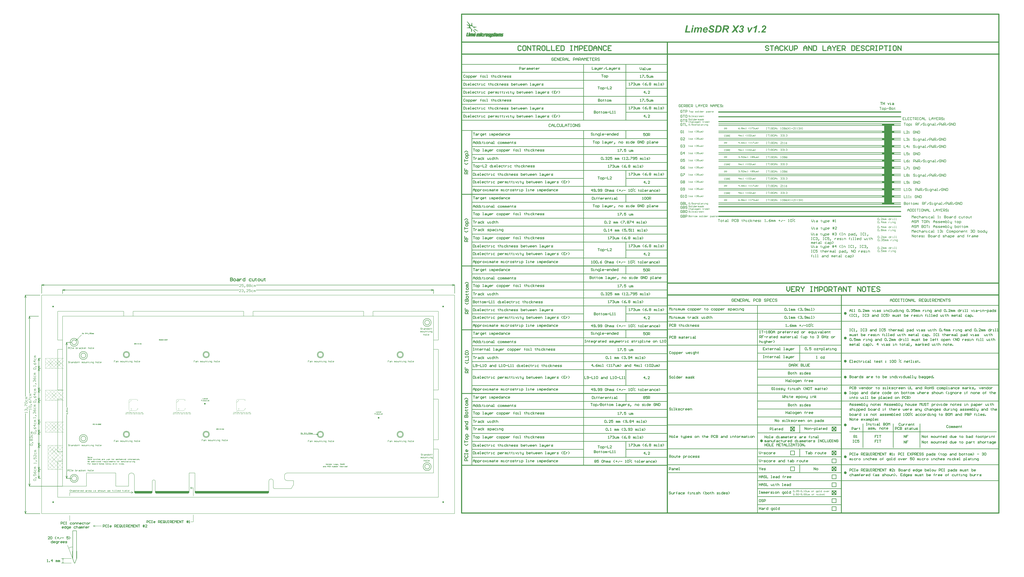
<source format=gm1>
G04*
G04 #@! TF.GenerationSoftware,Altium Limited,Altium Designer,19.1.6 (110)*
G04*
G04 Layer_Color=16711935*
%FSLAX44Y44*%
%MOMM*%
G71*
G01*
G75*
%ADD10C,0.2000*%
%ADD11C,0.1000*%
%ADD12C,0.2540*%
%ADD13C,0.1500*%
%ADD14C,0.3500*%
%ADD15C,0.3000*%
%ADD16C,0.2500*%
%ADD18C,0.4000*%
%ADD19C,0.1524*%
%ADD20C,0.0254*%
%ADD21C,0.0260*%
%ADD311C,1.0000*%
%ADD314C,0.6000*%
%ADD317C,0.5000*%
%ADD319C,0.7000*%
G36*
X5211500Y2307750D02*
X5198250D01*
Y2272500D01*
X5211500D01*
Y2262750D01*
X5198250D01*
X5198250Y2227500D01*
X5211500D01*
Y2217750D01*
X5198250D01*
Y2182500D01*
X5211500D01*
Y2172750D01*
X5198250D01*
Y2137500D01*
X5211500D01*
Y2127750D01*
X5198250D01*
X5198250Y2092500D01*
X5211500D01*
Y2082750D01*
X5198250D01*
Y2047500D01*
X5211500D01*
Y2037750D01*
X5198250D01*
X5198250Y2002500D01*
X5211500D01*
Y1992750D01*
X5198250D01*
Y1957500D01*
X5211500D01*
Y1947750D01*
X5198250D01*
Y1912750D01*
X5211500D01*
Y1903000D01*
X5198250D01*
X5198250Y1867750D01*
X5211500D01*
Y1858000D01*
X5198250D01*
Y1823000D01*
X5211500D01*
Y1813250D01*
X5135750D01*
Y1823000D01*
X5149000D01*
Y1858000D01*
X5135750D01*
Y1867750D01*
X5149000D01*
X5149000Y1903000D01*
X5135750D01*
Y1912750D01*
X5149000D01*
Y1947750D01*
X5135750D01*
Y1957500D01*
X5149000D01*
Y1992750D01*
X5135750D01*
Y2002500D01*
X5149000D01*
X5149000Y2037750D01*
X5135750D01*
Y2047500D01*
X5149000D01*
Y2082750D01*
X5135750D01*
Y2092500D01*
X5149000D01*
X5149000Y2127750D01*
X5135750D01*
Y2137500D01*
X5149000D01*
Y2172750D01*
X5135750D01*
Y2182500D01*
X5149000D01*
Y2217750D01*
X5135750D01*
Y2227500D01*
X5149000D01*
X5149000Y2262750D01*
X5135750D01*
Y2272500D01*
X5149000D01*
Y2307750D01*
X5135750D01*
Y2317500D01*
X5211500D01*
Y2307750D01*
D02*
G37*
G36*
X1293000Y5000D02*
X1288000Y0D01*
X834500D01*
X829500Y5000D01*
X829500Y14000D01*
X1293000D01*
X1293000Y5000D01*
D02*
G37*
G36*
X793000D02*
X788000Y0D01*
X586000D01*
X581000Y5000D01*
X581000Y14000D01*
X793000D01*
X793000Y5000D01*
D02*
G37*
G36*
X562000D02*
X557000Y0D01*
X455000D01*
X450000Y5000D01*
Y14000D01*
X562000D01*
X562000Y5000D01*
D02*
G37*
G36*
X3954911Y2927916D02*
X3946163D01*
X3947825Y2935833D01*
X3956573D01*
X3954911Y2927916D01*
D02*
G37*
G36*
X4069944Y2936576D02*
X4070513D01*
X4071169Y2936489D01*
X4071956Y2936445D01*
X4072787Y2936313D01*
X4073706Y2936139D01*
X4074668Y2935964D01*
X4075674Y2935701D01*
X4076680Y2935395D01*
X4077729Y2935045D01*
X4078692Y2934608D01*
X4079698Y2934127D01*
X4080616Y2933558D01*
X4081447Y2932902D01*
X4081491Y2932858D01*
X4081622Y2932727D01*
X4081841Y2932508D01*
X4082147Y2932246D01*
X4082453Y2931852D01*
X4082847Y2931415D01*
X4083241Y2930890D01*
X4083678Y2930278D01*
X4084116Y2929622D01*
X4084509Y2928878D01*
X4084903Y2928047D01*
X4085297Y2927172D01*
X4085603Y2926254D01*
X4085865Y2925247D01*
X4086084Y2924198D01*
X4086215Y2923061D01*
X4077380Y2922667D01*
Y2922711D01*
Y2922798D01*
X4077336Y2922973D01*
X4077292Y2923192D01*
X4077249Y2923454D01*
X4077161Y2923760D01*
X4076942Y2924460D01*
X4076636Y2925247D01*
X4076242Y2926079D01*
X4075718Y2926866D01*
X4075018Y2927566D01*
X4074930Y2927653D01*
X4074799Y2927741D01*
X4074668Y2927828D01*
X4074449Y2927959D01*
X4074187Y2928134D01*
X4073881Y2928266D01*
X4073531Y2928441D01*
X4073137Y2928615D01*
X4072744Y2928747D01*
X4072262Y2928922D01*
X4071737Y2929053D01*
X4071125Y2929140D01*
X4070513Y2929228D01*
X4069857Y2929315D01*
X4068545D01*
X4068195Y2929272D01*
X4067845Y2929228D01*
X4067014Y2929140D01*
X4066139Y2928965D01*
X4065220Y2928747D01*
X4064389Y2928397D01*
X4064039Y2928178D01*
X4063690Y2927959D01*
X4063602Y2927916D01*
X4063427Y2927697D01*
X4063165Y2927435D01*
X4062902Y2927041D01*
X4062596Y2926516D01*
X4062334Y2925947D01*
X4062159Y2925291D01*
X4062071Y2924548D01*
Y2924460D01*
X4062115Y2924242D01*
X4062159Y2923892D01*
X4062246Y2923411D01*
X4062421Y2922929D01*
X4062683Y2922404D01*
X4063077Y2921836D01*
X4063558Y2921355D01*
X4063646Y2921311D01*
X4063733Y2921223D01*
X4063864Y2921136D01*
X4064039Y2921005D01*
X4064302Y2920830D01*
X4064608Y2920655D01*
X4064958Y2920436D01*
X4065352Y2920218D01*
X4065833Y2919955D01*
X4066358Y2919649D01*
X4066970Y2919343D01*
X4067670Y2918993D01*
X4068413Y2918643D01*
X4069244Y2918250D01*
X4070163Y2917856D01*
X4070207D01*
X4070250Y2917812D01*
X4070513Y2917725D01*
X4070906Y2917550D01*
X4071388Y2917287D01*
X4072043Y2917025D01*
X4072744Y2916675D01*
X4073487Y2916325D01*
X4074318Y2915931D01*
X4075980Y2915056D01*
X4076811Y2914619D01*
X4077598Y2914182D01*
X4078342Y2913701D01*
X4078998Y2913263D01*
X4079567Y2912826D01*
X4080048Y2912432D01*
X4080092Y2912388D01*
X4080179Y2912301D01*
X4080354Y2912126D01*
X4080529Y2911863D01*
X4080791Y2911557D01*
X4081054Y2911208D01*
X4081316Y2910770D01*
X4081622Y2910289D01*
X4081929Y2909764D01*
X4082191Y2909152D01*
X4082453Y2908539D01*
X4082716Y2907840D01*
X4082891Y2907052D01*
X4083066Y2906265D01*
X4083153Y2905434D01*
X4083197Y2904559D01*
Y2904472D01*
Y2904297D01*
X4083153Y2903990D01*
X4083109Y2903553D01*
X4083066Y2903072D01*
X4082935Y2902460D01*
X4082803Y2901804D01*
X4082628Y2901104D01*
X4082366Y2900316D01*
X4082060Y2899485D01*
X4081666Y2898654D01*
X4081185Y2897823D01*
X4080660Y2896949D01*
X4080048Y2896118D01*
X4079304Y2895243D01*
X4078473Y2894456D01*
X4078430Y2894412D01*
X4078254Y2894280D01*
X4077992Y2894062D01*
X4077598Y2893799D01*
X4077117Y2893493D01*
X4076549Y2893143D01*
X4075893Y2892750D01*
X4075105Y2892356D01*
X4074231Y2891962D01*
X4073224Y2891569D01*
X4072175Y2891219D01*
X4070994Y2890913D01*
X4069725Y2890650D01*
X4068413Y2890432D01*
X4066970Y2890300D01*
X4065439Y2890257D01*
X4064870D01*
X4064477Y2890300D01*
X4063952D01*
X4063383Y2890344D01*
X4062727Y2890432D01*
X4062027Y2890519D01*
X4061240Y2890606D01*
X4060453Y2890738D01*
X4058791Y2891088D01*
X4057085Y2891569D01*
X4056254Y2891831D01*
X4055423Y2892181D01*
X4055379Y2892225D01*
X4055248Y2892269D01*
X4055029Y2892400D01*
X4054723Y2892531D01*
X4054373Y2892750D01*
X4053979Y2892968D01*
X4053105Y2893581D01*
X4052099Y2894324D01*
X4051093Y2895243D01*
X4050174Y2896336D01*
X4049781Y2896949D01*
X4049431Y2897561D01*
Y2897605D01*
X4049343Y2897736D01*
X4049256Y2897911D01*
X4049168Y2898173D01*
X4049037Y2898480D01*
X4048906Y2898873D01*
X4048731Y2899354D01*
X4048600Y2899836D01*
X4048425Y2900404D01*
X4048293Y2901016D01*
X4048162Y2901672D01*
X4048031Y2902372D01*
X4047900Y2903903D01*
X4047856Y2905522D01*
X4056648Y2906003D01*
Y2905959D01*
Y2905828D01*
X4056691Y2905609D01*
Y2905346D01*
X4056735Y2904997D01*
X4056779Y2904603D01*
X4056910Y2903728D01*
X4057085Y2902766D01*
X4057303Y2901848D01*
X4057654Y2900973D01*
X4057828Y2900623D01*
X4058047Y2900316D01*
X4058091Y2900273D01*
X4058135Y2900229D01*
X4058266Y2900098D01*
X4058441Y2899967D01*
X4058703Y2899792D01*
X4058966Y2899573D01*
X4059315Y2899354D01*
X4059753Y2899136D01*
X4060234Y2898917D01*
X4060759Y2898698D01*
X4061371Y2898523D01*
X4062071Y2898304D01*
X4062815Y2898173D01*
X4063646Y2898042D01*
X4064564Y2897998D01*
X4065526Y2897955D01*
X4065964D01*
X4066270Y2897998D01*
X4066620D01*
X4067057Y2898042D01*
X4067538Y2898086D01*
X4068020Y2898173D01*
X4069113Y2898348D01*
X4070163Y2898654D01*
X4071169Y2899048D01*
X4071650Y2899311D01*
X4072043Y2899573D01*
X4072087D01*
X4072131Y2899660D01*
X4072350Y2899879D01*
X4072700Y2900185D01*
X4073093Y2900667D01*
X4073443Y2901235D01*
X4073793Y2901891D01*
X4074012Y2902635D01*
X4074099Y2903028D01*
Y2903466D01*
Y2903510D01*
Y2903553D01*
X4074055Y2903816D01*
X4074012Y2904166D01*
X4073881Y2904647D01*
X4073706Y2905172D01*
X4073399Y2905740D01*
X4073006Y2906309D01*
X4072437Y2906833D01*
X4072393Y2906877D01*
X4072306Y2906921D01*
X4072175Y2907008D01*
X4072000Y2907140D01*
X4071781Y2907271D01*
X4071519Y2907446D01*
X4071212Y2907621D01*
X4070819Y2907840D01*
X4070338Y2908058D01*
X4069813Y2908364D01*
X4069244Y2908627D01*
X4068545Y2908977D01*
X4067801Y2909327D01*
X4066926Y2909720D01*
X4066008Y2910114D01*
X4065964Y2910158D01*
X4065789Y2910201D01*
X4065526Y2910333D01*
X4065177Y2910508D01*
X4064739Y2910683D01*
X4064214Y2910901D01*
X4063690Y2911164D01*
X4063121Y2911426D01*
X4061852Y2912039D01*
X4060584Y2912651D01*
X4059403Y2913307D01*
X4058878Y2913569D01*
X4058397Y2913875D01*
X4058353D01*
X4058310Y2913963D01*
X4058178Y2914051D01*
X4058004Y2914138D01*
X4057566Y2914488D01*
X4057041Y2914925D01*
X4056429Y2915494D01*
X4055817Y2916194D01*
X4055204Y2916937D01*
X4054636Y2917812D01*
Y2917856D01*
X4054592Y2917943D01*
X4054504Y2918075D01*
X4054417Y2918250D01*
X4054330Y2918468D01*
X4054198Y2918730D01*
X4053979Y2919431D01*
X4053717Y2920262D01*
X4053498Y2921223D01*
X4053323Y2922273D01*
X4053280Y2923454D01*
Y2923542D01*
Y2923717D01*
X4053323Y2924023D01*
Y2924417D01*
X4053411Y2924898D01*
X4053498Y2925466D01*
X4053629Y2926079D01*
X4053805Y2926779D01*
X4054023Y2927478D01*
X4054286Y2928266D01*
X4054592Y2929053D01*
X4054985Y2929840D01*
X4055467Y2930627D01*
X4055992Y2931371D01*
X4056648Y2932158D01*
X4057347Y2932858D01*
X4057391Y2932902D01*
X4057522Y2933033D01*
X4057785Y2933208D01*
X4058091Y2933427D01*
X4058528Y2933733D01*
X4059053Y2934039D01*
X4059666Y2934389D01*
X4060365Y2934739D01*
X4061153Y2935089D01*
X4062071Y2935439D01*
X4063033Y2935745D01*
X4064083Y2936051D01*
X4065220Y2936270D01*
X4066489Y2936445D01*
X4067801Y2936576D01*
X4069201Y2936620D01*
X4069550D01*
X4069944Y2936576D01*
D02*
G37*
G36*
X4222068Y2912257D02*
X4233090Y2891000D01*
X4222680D01*
X4219225Y2897517D01*
X4219181Y2897561D01*
X4219093Y2897736D01*
X4218962Y2897998D01*
X4218787Y2898348D01*
X4218569Y2898786D01*
X4218350Y2899267D01*
X4218087Y2899792D01*
X4217781Y2900360D01*
X4217169Y2901585D01*
X4216600Y2902809D01*
X4216338Y2903378D01*
X4216075Y2903947D01*
X4215857Y2904472D01*
X4215682Y2904909D01*
X4215638Y2904821D01*
X4215551Y2904734D01*
X4215419Y2904559D01*
X4215244Y2904341D01*
X4215070Y2904078D01*
X4214807Y2903772D01*
X4214501Y2903378D01*
X4214107Y2902941D01*
X4213670Y2902416D01*
X4213189Y2901804D01*
X4212620Y2901147D01*
X4212008Y2900448D01*
X4211308Y2899617D01*
X4210521Y2898698D01*
X4209646Y2897736D01*
X4203522Y2891000D01*
X4191582D01*
X4211352Y2913569D01*
X4200242Y2935833D01*
X4209821D01*
X4214238Y2927610D01*
Y2927566D01*
X4214326Y2927435D01*
X4214370Y2927347D01*
X4214457Y2927172D01*
X4214545Y2926953D01*
X4214720Y2926691D01*
X4214851Y2926341D01*
X4215070Y2925948D01*
X4215332Y2925423D01*
X4215594Y2924854D01*
X4215944Y2924198D01*
X4216338Y2923411D01*
X4216775Y2922536D01*
X4217256Y2921530D01*
X4217300Y2921486D01*
X4217388Y2921311D01*
X4217519Y2921049D01*
X4217650Y2920742D01*
X4217694Y2920786D01*
X4217825Y2920961D01*
X4218000Y2921180D01*
X4218262Y2921486D01*
X4218569Y2921880D01*
X4218962Y2922317D01*
X4219356Y2922798D01*
X4219837Y2923323D01*
X4220799Y2924460D01*
X4221849Y2925685D01*
X4222899Y2926910D01*
X4223861Y2928003D01*
X4230859Y2935833D01*
X4242581D01*
X4222068Y2912257D01*
D02*
G37*
G36*
X4000356Y2924198D02*
X4000662D01*
X4001056Y2924154D01*
X4001930Y2923979D01*
X4002892Y2923717D01*
X4003899Y2923367D01*
X4004904Y2922842D01*
X4005342Y2922492D01*
X4005779Y2922142D01*
X4005823Y2922098D01*
X4005867Y2922055D01*
X4005998Y2921924D01*
X4006129Y2921748D01*
X4006304Y2921530D01*
X4006479Y2921311D01*
X4006873Y2920655D01*
X4007267Y2919868D01*
X4007616Y2918906D01*
X4007879Y2917812D01*
X4007922Y2917200D01*
X4007966Y2916587D01*
Y2916500D01*
Y2916281D01*
X4007922Y2916063D01*
Y2915844D01*
X4007879Y2915581D01*
X4007835Y2915231D01*
X4007791Y2914882D01*
X4007704Y2914444D01*
X4007660Y2913963D01*
X4007573Y2913438D01*
X4007441Y2912870D01*
X4007354Y2912257D01*
X4007223Y2911557D01*
X4007048Y2910814D01*
X4002805Y2891000D01*
X3994057D01*
X3998256Y2910814D01*
Y2910858D01*
X3998300Y2910989D01*
X3998344Y2911164D01*
X3998387Y2911382D01*
X3998431Y2911689D01*
X3998519Y2912039D01*
X3998650Y2912738D01*
X3998781Y2913482D01*
X3998912Y2914138D01*
X3998956Y2914444D01*
X3999000Y2914707D01*
X3999044Y2914882D01*
Y2915013D01*
Y2915056D01*
Y2915231D01*
X3999000Y2915494D01*
X3998956Y2915800D01*
X3998825Y2916150D01*
X3998694Y2916500D01*
X3998475Y2916850D01*
X3998213Y2917156D01*
X3998169Y2917200D01*
X3998081Y2917287D01*
X3997863Y2917419D01*
X3997600Y2917593D01*
X3997250Y2917725D01*
X3996857Y2917856D01*
X3996332Y2917943D01*
X3995763Y2917987D01*
X3995457D01*
X3995194Y2917943D01*
X3994932Y2917899D01*
X3994582Y2917812D01*
X3993795Y2917550D01*
X3993358Y2917375D01*
X3992876Y2917156D01*
X3992395Y2916850D01*
X3991914Y2916500D01*
X3991389Y2916106D01*
X3990908Y2915625D01*
X3990383Y2915100D01*
X3989902Y2914488D01*
Y2914444D01*
X3989815Y2914357D01*
X3989727Y2914225D01*
X3989596Y2914007D01*
X3989421Y2913744D01*
X3989246Y2913394D01*
X3989027Y2912957D01*
X3988765Y2912476D01*
X3988546Y2911907D01*
X3988284Y2911251D01*
X3987978Y2910551D01*
X3987715Y2909764D01*
X3987453Y2908846D01*
X3987190Y2907883D01*
X3986928Y2906833D01*
X3986666Y2905696D01*
X3983604Y2891000D01*
X3974856D01*
X3978924Y2910639D01*
Y2910683D01*
X3978967Y2910770D01*
X3979011Y2910945D01*
X3979055Y2911164D01*
X3979099Y2911470D01*
X3979142Y2911776D01*
X3979274Y2912432D01*
X3979405Y2913176D01*
X3979536Y2913919D01*
X3979580Y2914532D01*
X3979623Y2914794D01*
Y2915013D01*
Y2915056D01*
Y2915231D01*
X3979580Y2915494D01*
X3979536Y2915756D01*
X3979405Y2916106D01*
X3979274Y2916456D01*
X3979055Y2916806D01*
X3978749Y2917156D01*
X3978705Y2917200D01*
X3978574Y2917287D01*
X3978399Y2917419D01*
X3978136Y2917593D01*
X3977787Y2917725D01*
X3977349Y2917856D01*
X3976868Y2917943D01*
X3976343Y2917987D01*
X3976081D01*
X3975818Y2917943D01*
X3975424Y2917899D01*
X3974987Y2917768D01*
X3974462Y2917637D01*
X3973937Y2917419D01*
X3973369Y2917112D01*
X3973281Y2917068D01*
X3973106Y2916937D01*
X3972844Y2916762D01*
X3972450Y2916500D01*
X3972057Y2916150D01*
X3971619Y2915756D01*
X3971138Y2915275D01*
X3970701Y2914750D01*
X3970657Y2914663D01*
X3970526Y2914488D01*
X3970307Y2914138D01*
X3970045Y2913701D01*
X3969738Y2913176D01*
X3969389Y2912520D01*
X3969039Y2911732D01*
X3968733Y2910901D01*
Y2910858D01*
X3968645Y2910683D01*
X3968558Y2910333D01*
X3968514Y2910114D01*
X3968427Y2909851D01*
X3968339Y2909545D01*
X3968251Y2909196D01*
X3968164Y2908802D01*
X3968033Y2908321D01*
X3967945Y2907839D01*
X3967814Y2907227D01*
X3967639Y2906615D01*
X3967508Y2905915D01*
X3964402Y2891000D01*
X3955655D01*
X3962434Y2923498D01*
X3970657D01*
X3969870Y2919518D01*
X3969914Y2919561D01*
X3970089Y2919737D01*
X3970351Y2919955D01*
X3970701Y2920262D01*
X3971138Y2920611D01*
X3971707Y2921005D01*
X3972275Y2921442D01*
X3972975Y2921880D01*
X3973719Y2922317D01*
X3974506Y2922755D01*
X3975337Y2923148D01*
X3976212Y2923498D01*
X3977130Y2923804D01*
X3978093Y2924023D01*
X3979055Y2924198D01*
X3980061Y2924242D01*
X3980411D01*
X3980673Y2924198D01*
X3980979D01*
X3981329Y2924154D01*
X3982160Y2924067D01*
X3983035Y2923848D01*
X3983997Y2923586D01*
X3984916Y2923235D01*
X3985703Y2922711D01*
X3985747D01*
X3985791Y2922623D01*
X3986010Y2922448D01*
X3986359Y2922098D01*
X3986797Y2921617D01*
X3987234Y2921005D01*
X3987628Y2920262D01*
X3988022Y2919431D01*
X3988284Y2918468D01*
Y2918512D01*
X3988371Y2918599D01*
X3988459Y2918687D01*
X3988590Y2918862D01*
X3988983Y2919343D01*
X3989552Y2919911D01*
X3990208Y2920568D01*
X3991039Y2921223D01*
X3992045Y2921924D01*
X3993139Y2922580D01*
X3993182D01*
X3993270Y2922667D01*
X3993445Y2922755D01*
X3993707Y2922842D01*
X3993970Y2922973D01*
X3994320Y2923104D01*
X3994713Y2923235D01*
X3995151Y2923411D01*
X3996113Y2923717D01*
X3997250Y2923979D01*
X3998431Y2924154D01*
X3999700Y2924242D01*
X4000093D01*
X4000356Y2924198D01*
D02*
G37*
G36*
X4258765Y2936007D02*
X4259290Y2935964D01*
X4259858Y2935876D01*
X4260514Y2935745D01*
X4261258Y2935614D01*
X4262001Y2935439D01*
X4262745Y2935220D01*
X4263532Y2934914D01*
X4264319Y2934608D01*
X4265063Y2934214D01*
X4265807Y2933733D01*
X4266506Y2933208D01*
X4267119Y2932596D01*
X4267162Y2932552D01*
X4267250Y2932421D01*
X4267425Y2932246D01*
X4267643Y2931983D01*
X4267862Y2931634D01*
X4268125Y2931240D01*
X4268431Y2930803D01*
X4268737Y2930278D01*
X4269043Y2929709D01*
X4269349Y2929053D01*
X4269612Y2928397D01*
X4269830Y2927653D01*
X4270049Y2926866D01*
X4270224Y2926079D01*
X4270312Y2925204D01*
X4270355Y2924329D01*
Y2924285D01*
Y2924198D01*
Y2923979D01*
X4270312Y2923760D01*
Y2923454D01*
X4270268Y2923105D01*
X4270180Y2922667D01*
X4270093Y2922230D01*
X4269874Y2921267D01*
X4269481Y2920218D01*
X4268999Y2919124D01*
X4268650Y2918556D01*
X4268300Y2918031D01*
X4268256Y2917987D01*
X4268212Y2917899D01*
X4268081Y2917768D01*
X4267906Y2917593D01*
X4267731Y2917331D01*
X4267469Y2917068D01*
X4266812Y2916456D01*
X4266025Y2915800D01*
X4265063Y2915100D01*
X4263926Y2914488D01*
X4262657Y2913919D01*
X4262701D01*
X4262788Y2913832D01*
X4262920Y2913788D01*
X4263138Y2913657D01*
X4263619Y2913307D01*
X4264232Y2912870D01*
X4264932Y2912301D01*
X4265631Y2911645D01*
X4266288Y2910901D01*
X4266856Y2910027D01*
Y2909983D01*
X4266900Y2909939D01*
X4266987Y2909808D01*
X4267075Y2909633D01*
X4267294Y2909152D01*
X4267556Y2908496D01*
X4267775Y2907752D01*
X4267993Y2906921D01*
X4268168Y2906003D01*
X4268212Y2905040D01*
Y2904997D01*
Y2904821D01*
X4268168Y2904559D01*
Y2904209D01*
X4268125Y2903772D01*
X4268037Y2903247D01*
X4267906Y2902679D01*
X4267775Y2902066D01*
X4267600Y2901366D01*
X4267337Y2900667D01*
X4267075Y2899879D01*
X4266725Y2899136D01*
X4266331Y2898348D01*
X4265850Y2897517D01*
X4265282Y2896730D01*
X4264669Y2895943D01*
X4264626Y2895899D01*
X4264451Y2895680D01*
X4264188Y2895418D01*
X4263795Y2895068D01*
X4263313Y2894630D01*
X4262745Y2894149D01*
X4262089Y2893625D01*
X4261301Y2893100D01*
X4260470Y2892575D01*
X4259552Y2892050D01*
X4258502Y2891569D01*
X4257409Y2891131D01*
X4256228Y2890782D01*
X4255003Y2890519D01*
X4253691Y2890300D01*
X4252291Y2890257D01*
X4252029D01*
X4251723Y2890300D01*
X4251329D01*
X4250848Y2890344D01*
X4250279Y2890432D01*
X4249667Y2890519D01*
X4249011Y2890650D01*
X4248267Y2890825D01*
X4247524Y2891044D01*
X4246736Y2891306D01*
X4245949Y2891613D01*
X4245162Y2892006D01*
X4244374Y2892444D01*
X4243631Y2892925D01*
X4242931Y2893493D01*
X4242887Y2893537D01*
X4242756Y2893668D01*
X4242581Y2893843D01*
X4242362Y2894106D01*
X4242056Y2894456D01*
X4241750Y2894849D01*
X4241357Y2895330D01*
X4241006Y2895899D01*
X4240613Y2896511D01*
X4240219Y2897211D01*
X4239869Y2897955D01*
X4239519Y2898786D01*
X4239170Y2899660D01*
X4238907Y2900623D01*
X4238645Y2901629D01*
X4238470Y2902722D01*
X4246868Y2903772D01*
Y2903728D01*
X4246911Y2903597D01*
Y2903422D01*
X4246955Y2903203D01*
X4247043Y2902897D01*
X4247086Y2902547D01*
X4247261Y2901804D01*
X4247524Y2900973D01*
X4247830Y2900142D01*
X4248224Y2899398D01*
X4248442Y2899092D01*
X4248705Y2898786D01*
X4248792Y2898742D01*
X4248967Y2898567D01*
X4249273Y2898348D01*
X4249711Y2898130D01*
X4250236Y2897867D01*
X4250848Y2897649D01*
X4251548Y2897473D01*
X4252379Y2897430D01*
X4252685D01*
X4252860Y2897473D01*
X4253122D01*
X4253428Y2897517D01*
X4254128Y2897692D01*
X4254915Y2897911D01*
X4255703Y2898261D01*
X4256534Y2898786D01*
X4256927Y2899092D01*
X4257321Y2899442D01*
X4257365Y2899485D01*
X4257409Y2899529D01*
X4257496Y2899660D01*
X4257627Y2899792D01*
X4257977Y2900229D01*
X4258327Y2900841D01*
X4258677Y2901585D01*
X4259027Y2902460D01*
X4259246Y2903466D01*
X4259333Y2904034D01*
Y2904603D01*
Y2904647D01*
Y2904734D01*
Y2904865D01*
X4259290Y2905040D01*
X4259246Y2905565D01*
X4259114Y2906177D01*
X4258940Y2906877D01*
X4258633Y2907621D01*
X4258240Y2908321D01*
X4257715Y2908977D01*
X4257627Y2909064D01*
X4257409Y2909239D01*
X4257059Y2909502D01*
X4256577Y2909808D01*
X4255965Y2910070D01*
X4255266Y2910333D01*
X4254391Y2910508D01*
X4253428Y2910595D01*
X4252991D01*
X4252554Y2910551D01*
X4252029Y2910464D01*
X4253560Y2917768D01*
X4253822D01*
X4254128Y2917725D01*
X4254784D01*
X4255003Y2917768D01*
X4255309D01*
X4255659Y2917812D01*
X4256403Y2917943D01*
X4257278Y2918162D01*
X4258152Y2918468D01*
X4259027Y2918906D01*
X4259771Y2919474D01*
X4259814Y2919518D01*
X4259858Y2919561D01*
X4260077Y2919824D01*
X4260383Y2920218D01*
X4260733Y2920742D01*
X4261039Y2921442D01*
X4261345Y2922273D01*
X4261564Y2923236D01*
X4261651Y2923760D01*
Y2924329D01*
Y2924373D01*
Y2924417D01*
Y2924679D01*
X4261608Y2925073D01*
X4261476Y2925598D01*
X4261345Y2926122D01*
X4261126Y2926691D01*
X4260820Y2927260D01*
X4260383Y2927784D01*
X4260339Y2927828D01*
X4260164Y2928003D01*
X4259902Y2928178D01*
X4259508Y2928441D01*
X4259071Y2928659D01*
X4258502Y2928878D01*
X4257846Y2929009D01*
X4257146Y2929053D01*
X4256840D01*
X4256447Y2928965D01*
X4256009Y2928878D01*
X4255484Y2928703D01*
X4254915Y2928484D01*
X4254303Y2928134D01*
X4253735Y2927653D01*
X4253691Y2927610D01*
X4253472Y2927391D01*
X4253210Y2927041D01*
X4252903Y2926516D01*
X4252510Y2925860D01*
X4252116Y2925073D01*
X4251898Y2924592D01*
X4251723Y2924067D01*
X4251548Y2923498D01*
X4251373Y2922886D01*
X4243369Y2924460D01*
Y2924504D01*
X4243456Y2924679D01*
X4243543Y2924941D01*
X4243631Y2925291D01*
X4243806Y2925685D01*
X4243981Y2926166D01*
X4244200Y2926691D01*
X4244462Y2927260D01*
X4245074Y2928484D01*
X4245774Y2929753D01*
X4246649Y2930977D01*
X4247130Y2931546D01*
X4247611Y2932071D01*
X4247655Y2932115D01*
X4247786Y2932246D01*
X4248048Y2932421D01*
X4248355Y2932683D01*
X4248748Y2932990D01*
X4249229Y2933339D01*
X4249798Y2933689D01*
X4250410Y2934083D01*
X4251110Y2934433D01*
X4251898Y2934783D01*
X4252729Y2935133D01*
X4253647Y2935439D01*
X4254566Y2935701D01*
X4255572Y2935876D01*
X4256665Y2936007D01*
X4257758Y2936051D01*
X4258371D01*
X4258765Y2936007D01*
D02*
G37*
G36*
X4306221Y2891000D02*
X4298654D01*
X4292181Y2923498D01*
X4300797D01*
X4303072Y2909283D01*
Y2909239D01*
X4303116Y2909021D01*
X4303159Y2908758D01*
X4303203Y2908365D01*
X4303291Y2907883D01*
X4303378Y2907358D01*
X4303466Y2906790D01*
X4303553Y2906178D01*
X4303772Y2904909D01*
X4303947Y2903641D01*
X4304034Y2903072D01*
X4304078Y2902547D01*
X4304165Y2902066D01*
X4304209Y2901672D01*
Y2901716D01*
X4304297Y2901804D01*
X4304384Y2902022D01*
X4304603Y2902328D01*
X4304734Y2902547D01*
X4304865Y2902853D01*
X4305040Y2903159D01*
X4305259Y2903510D01*
X4305478Y2903947D01*
X4305740Y2904428D01*
X4306046Y2904953D01*
X4306352Y2905565D01*
X4306396Y2905609D01*
X4306440Y2905696D01*
X4306527Y2905871D01*
X4306659Y2906134D01*
X4306790Y2906396D01*
X4306965Y2906702D01*
X4307358Y2907402D01*
X4307752Y2908102D01*
X4308102Y2908802D01*
X4308277Y2909108D01*
X4308408Y2909370D01*
X4308539Y2909589D01*
X4308627Y2909764D01*
X4316718Y2923498D01*
X4326210D01*
X4306221Y2891000D01*
D02*
G37*
G36*
X4397898Y2936007D02*
X4398423Y2935964D01*
X4399035Y2935876D01*
X4399691Y2935745D01*
X4400435Y2935614D01*
X4401178Y2935439D01*
X4402009Y2935220D01*
X4402840Y2934958D01*
X4403627Y2934608D01*
X4404459Y2934214D01*
X4405246Y2933777D01*
X4405989Y2933252D01*
X4406689Y2932639D01*
X4406733Y2932596D01*
X4406864Y2932465D01*
X4407039Y2932290D01*
X4407258Y2932027D01*
X4407520Y2931677D01*
X4407827Y2931284D01*
X4408133Y2930803D01*
X4408482Y2930278D01*
X4408832Y2929665D01*
X4409138Y2929009D01*
X4409445Y2928309D01*
X4409707Y2927566D01*
X4409926Y2926735D01*
X4410144Y2925860D01*
X4410232Y2924941D01*
X4410276Y2923979D01*
Y2923936D01*
Y2923848D01*
Y2923717D01*
Y2923542D01*
X4410232Y2923279D01*
Y2923017D01*
X4410144Y2922317D01*
X4410013Y2921530D01*
X4409795Y2920611D01*
X4409532Y2919649D01*
X4409138Y2918643D01*
Y2918600D01*
X4409095Y2918512D01*
X4409007Y2918381D01*
X4408920Y2918162D01*
X4408788Y2917943D01*
X4408658Y2917637D01*
X4408264Y2916937D01*
X4407783Y2916106D01*
X4407170Y2915144D01*
X4406427Y2914138D01*
X4405552Y2913044D01*
Y2913001D01*
X4405464Y2912957D01*
X4405377Y2912826D01*
X4405202Y2912651D01*
X4405027Y2912432D01*
X4404765Y2912170D01*
X4404459Y2911864D01*
X4404152Y2911514D01*
X4403759Y2911120D01*
X4403321Y2910683D01*
X4402840Y2910201D01*
X4402315Y2909677D01*
X4401703Y2909108D01*
X4401091Y2908496D01*
X4400391Y2907840D01*
X4399647Y2907140D01*
X4399604Y2907096D01*
X4399472Y2906965D01*
X4399254Y2906790D01*
X4398991Y2906527D01*
X4398685Y2906221D01*
X4398291Y2905871D01*
X4397460Y2905084D01*
X4396542Y2904209D01*
X4395623Y2903334D01*
X4394836Y2902547D01*
X4394530Y2902241D01*
X4394224Y2901935D01*
X4394180Y2901891D01*
X4394005Y2901672D01*
X4393742Y2901410D01*
X4393436Y2901060D01*
X4393043Y2900623D01*
X4392605Y2900098D01*
X4391731Y2899005D01*
X4407214D01*
X4405552Y2891000D01*
X4378346D01*
Y2891044D01*
Y2891131D01*
X4378390Y2891306D01*
X4378434Y2891569D01*
X4378477Y2891875D01*
X4378565Y2892181D01*
X4378653Y2892575D01*
X4378740Y2893012D01*
X4378959Y2893974D01*
X4379309Y2895024D01*
X4379702Y2896118D01*
X4380227Y2897255D01*
Y2897299D01*
X4380315Y2897386D01*
X4380402Y2897561D01*
X4380490Y2897780D01*
X4380665Y2898042D01*
X4380840Y2898348D01*
X4381277Y2899092D01*
X4381845Y2899923D01*
X4382502Y2900885D01*
X4383201Y2901848D01*
X4384033Y2902810D01*
X4384076Y2902853D01*
X4384164Y2902941D01*
X4384295Y2903072D01*
X4384470Y2903291D01*
X4384732Y2903597D01*
X4385082Y2903947D01*
X4385476Y2904341D01*
X4385913Y2904821D01*
X4386438Y2905346D01*
X4387050Y2905959D01*
X4387750Y2906659D01*
X4388494Y2907402D01*
X4389325Y2908233D01*
X4390244Y2909108D01*
X4391249Y2910070D01*
X4392343Y2911120D01*
X4392386Y2911164D01*
X4392562Y2911295D01*
X4392780Y2911514D01*
X4393087Y2911820D01*
X4393436Y2912170D01*
X4393830Y2912563D01*
X4394749Y2913482D01*
X4395711Y2914444D01*
X4396629Y2915363D01*
X4397067Y2915800D01*
X4397460Y2916194D01*
X4397766Y2916544D01*
X4398029Y2916806D01*
X4398073Y2916850D01*
X4398116Y2916894D01*
X4398248Y2917025D01*
X4398379Y2917200D01*
X4398729Y2917637D01*
X4399210Y2918206D01*
X4399691Y2918862D01*
X4400172Y2919518D01*
X4400609Y2920262D01*
X4400959Y2920917D01*
X4401003Y2921005D01*
X4401091Y2921224D01*
X4401222Y2921530D01*
X4401397Y2921967D01*
X4401528Y2922448D01*
X4401659Y2922973D01*
X4401747Y2923542D01*
X4401790Y2924067D01*
Y2924110D01*
Y2924154D01*
Y2924285D01*
Y2924460D01*
X4401703Y2924854D01*
X4401616Y2925379D01*
X4401440Y2925948D01*
X4401222Y2926560D01*
X4400872Y2927172D01*
X4400435Y2927741D01*
X4400391Y2927784D01*
X4400216Y2927960D01*
X4399910Y2928178D01*
X4399516Y2928484D01*
X4399035Y2928747D01*
X4398466Y2928965D01*
X4397810Y2929140D01*
X4397067Y2929184D01*
X4396979D01*
X4396717Y2929140D01*
X4396323Y2929097D01*
X4395842Y2929009D01*
X4395229Y2928791D01*
X4394617Y2928528D01*
X4394005Y2928134D01*
X4393393Y2927610D01*
X4393305Y2927522D01*
X4393130Y2927303D01*
X4392999Y2927128D01*
X4392868Y2926910D01*
X4392693Y2926647D01*
X4392518Y2926297D01*
X4392343Y2925948D01*
X4392168Y2925510D01*
X4391949Y2925073D01*
X4391774Y2924548D01*
X4391599Y2923979D01*
X4391381Y2923367D01*
X4391249Y2922667D01*
X4391075Y2921924D01*
X4382502Y2923192D01*
Y2923279D01*
X4382545Y2923454D01*
X4382633Y2923804D01*
X4382720Y2924198D01*
X4382852Y2924723D01*
X4383026Y2925335D01*
X4383245Y2925991D01*
X4383464Y2926735D01*
X4383770Y2927478D01*
X4384120Y2928266D01*
X4384514Y2929053D01*
X4384951Y2929840D01*
X4385476Y2930627D01*
X4386001Y2931371D01*
X4386613Y2932071D01*
X4387313Y2932727D01*
X4387357Y2932771D01*
X4387488Y2932858D01*
X4387707Y2933033D01*
X4388013Y2933252D01*
X4388363Y2933514D01*
X4388800Y2933777D01*
X4389325Y2934083D01*
X4389937Y2934389D01*
X4390593Y2934695D01*
X4391293Y2935002D01*
X4392080Y2935264D01*
X4392955Y2935526D01*
X4393830Y2935745D01*
X4394792Y2935920D01*
X4395798Y2936007D01*
X4396848Y2936051D01*
X4397460D01*
X4397898Y2936007D01*
D02*
G37*
G36*
X4368549Y2891000D02*
X4359845D01*
X4361638Y2899485D01*
X4370342D01*
X4368549Y2891000D01*
D02*
G37*
G36*
X4344843D02*
X4336007D01*
X4342480Y2922011D01*
X4342437D01*
X4342350Y2921924D01*
X4342218Y2921836D01*
X4342000Y2921705D01*
X4341737Y2921573D01*
X4341431Y2921399D01*
X4341081Y2921180D01*
X4340644Y2920961D01*
X4339725Y2920436D01*
X4338632Y2919911D01*
X4337451Y2919343D01*
X4336139Y2918774D01*
X4336095D01*
X4335963Y2918730D01*
X4335789Y2918643D01*
X4335526Y2918556D01*
X4335220Y2918424D01*
X4334870Y2918293D01*
X4334433Y2918118D01*
X4333995Y2917943D01*
X4332989Y2917637D01*
X4331939Y2917287D01*
X4330846Y2916981D01*
X4329753Y2916719D01*
X4331415Y2924548D01*
X4331458D01*
X4331546Y2924592D01*
X4331721Y2924679D01*
X4331896Y2924767D01*
X4332202Y2924898D01*
X4332508Y2925029D01*
X4332858Y2925204D01*
X4333295Y2925423D01*
X4334214Y2925904D01*
X4335307Y2926472D01*
X4336532Y2927128D01*
X4337844Y2927828D01*
X4339244Y2928659D01*
X4340687Y2929534D01*
X4342131Y2930496D01*
X4343574Y2931502D01*
X4345017Y2932596D01*
X4346417Y2933689D01*
X4347729Y2934870D01*
X4348954Y2936095D01*
X4354246D01*
X4344843Y2891000D01*
D02*
G37*
G36*
X4164157Y2935789D02*
X4164639D01*
X4165207Y2935745D01*
X4165820Y2935701D01*
X4167088Y2935570D01*
X4168400Y2935351D01*
X4169712Y2935089D01*
X4170281Y2934914D01*
X4170850Y2934739D01*
X4170893D01*
X4170981Y2934695D01*
X4171112Y2934608D01*
X4171331Y2934520D01*
X4171593Y2934433D01*
X4171855Y2934258D01*
X4172512Y2933864D01*
X4173255Y2933339D01*
X4174042Y2932683D01*
X4174786Y2931852D01*
X4175486Y2930890D01*
Y2930846D01*
X4175573Y2930759D01*
X4175661Y2930627D01*
X4175748Y2930409D01*
X4175923Y2930103D01*
X4176054Y2929796D01*
X4176229Y2929403D01*
X4176404Y2929009D01*
X4176536Y2928528D01*
X4176711Y2928003D01*
X4177017Y2926822D01*
X4177192Y2925510D01*
X4177279Y2924067D01*
Y2924023D01*
Y2923804D01*
Y2923498D01*
X4177235Y2923104D01*
X4177192Y2922623D01*
X4177104Y2922055D01*
X4176973Y2921442D01*
X4176842Y2920742D01*
X4176667Y2919999D01*
X4176448Y2919255D01*
X4176142Y2918468D01*
X4175836Y2917681D01*
X4175442Y2916894D01*
X4174961Y2916106D01*
X4174436Y2915319D01*
X4173824Y2914619D01*
X4173780Y2914576D01*
X4173649Y2914444D01*
X4173474Y2914269D01*
X4173168Y2914007D01*
X4172818Y2913744D01*
X4172380Y2913394D01*
X4171855Y2913044D01*
X4171243Y2912651D01*
X4170544Y2912257D01*
X4169800Y2911864D01*
X4168925Y2911470D01*
X4168007Y2911120D01*
X4167000Y2910770D01*
X4165907Y2910464D01*
X4164726Y2910245D01*
X4163458Y2910027D01*
X4163545Y2909939D01*
X4163764Y2909720D01*
X4164114Y2909370D01*
X4164551Y2908933D01*
X4165076Y2908321D01*
X4165601Y2907577D01*
X4166213Y2906746D01*
X4166782Y2905828D01*
X4166826Y2905784D01*
X4166913Y2905565D01*
X4167088Y2905303D01*
X4167307Y2904865D01*
X4167613Y2904341D01*
X4167963Y2903684D01*
X4168356Y2902897D01*
X4168794Y2902022D01*
X4169319Y2901016D01*
X4169844Y2899923D01*
X4170412Y2898698D01*
X4171024Y2897342D01*
X4171637Y2895943D01*
X4172293Y2894368D01*
X4172993Y2892750D01*
X4173693Y2891000D01*
X4163764D01*
Y2891044D01*
X4163720Y2891175D01*
X4163633Y2891394D01*
X4163501Y2891700D01*
X4163370Y2892137D01*
X4163195Y2892618D01*
X4162977Y2893187D01*
X4162714Y2893887D01*
X4162408Y2894674D01*
X4162102Y2895549D01*
X4161708Y2896511D01*
X4161271Y2897561D01*
X4160789Y2898742D01*
X4160265Y2900010D01*
X4159696Y2901366D01*
X4159084Y2902809D01*
Y2902853D01*
X4158996Y2902985D01*
X4158909Y2903203D01*
X4158734Y2903510D01*
X4158559Y2903859D01*
X4158384Y2904253D01*
X4157859Y2905172D01*
X4157247Y2906177D01*
X4156547Y2907140D01*
X4156197Y2907577D01*
X4155804Y2908015D01*
X4155410Y2908365D01*
X4155016Y2908671D01*
X4154973Y2908714D01*
X4154754Y2908802D01*
X4154448Y2908977D01*
X4153966Y2909152D01*
X4153310Y2909283D01*
X4152567Y2909458D01*
X4151605Y2909545D01*
X4151036Y2909589D01*
X4146706D01*
X4142813Y2891000D01*
X4133628D01*
X4142988Y2935833D01*
X4163720D01*
X4164157Y2935789D01*
D02*
G37*
G36*
X4113596Y2935789D02*
X4114645Y2935745D01*
X4115126D01*
X4115564Y2935701D01*
X4115957D01*
X4116263Y2935657D01*
X4116395D01*
X4116526Y2935614D01*
X4116745D01*
X4116963Y2935570D01*
X4117270Y2935526D01*
X4117926Y2935439D01*
X4118713Y2935264D01*
X4119544Y2935089D01*
X4120419Y2934826D01*
X4121250Y2934520D01*
X4121294D01*
X4121337Y2934477D01*
X4121600Y2934389D01*
X4122037Y2934171D01*
X4122562Y2933908D01*
X4123174Y2933558D01*
X4123874Y2933164D01*
X4124530Y2932683D01*
X4125230Y2932115D01*
X4125317Y2932027D01*
X4125536Y2931852D01*
X4125886Y2931502D01*
X4126280Y2931065D01*
X4126761Y2930540D01*
X4127286Y2929884D01*
X4127811Y2929184D01*
X4128292Y2928397D01*
Y2928353D01*
X4128335Y2928309D01*
X4128423Y2928178D01*
X4128510Y2928003D01*
X4128729Y2927566D01*
X4129035Y2926953D01*
X4129341Y2926254D01*
X4129691Y2925379D01*
X4129998Y2924460D01*
X4130304Y2923411D01*
Y2923367D01*
X4130347Y2923279D01*
X4130391Y2923148D01*
X4130435Y2922929D01*
X4130479Y2922667D01*
X4130522Y2922317D01*
X4130610Y2921967D01*
X4130697Y2921573D01*
X4130829Y2920655D01*
X4130916Y2919605D01*
X4131003Y2918424D01*
X4131047Y2917200D01*
Y2917112D01*
Y2916894D01*
Y2916500D01*
X4131003Y2915975D01*
X4130960Y2915363D01*
X4130916Y2914619D01*
X4130829Y2913788D01*
X4130697Y2912870D01*
X4130566Y2911907D01*
X4130347Y2910901D01*
X4130129Y2909808D01*
X4129866Y2908714D01*
X4129560Y2907621D01*
X4129167Y2906527D01*
X4128729Y2905434D01*
X4128248Y2904341D01*
X4128204Y2904297D01*
X4128117Y2904078D01*
X4127986Y2903816D01*
X4127767Y2903422D01*
X4127461Y2902941D01*
X4127155Y2902416D01*
X4126761Y2901804D01*
X4126367Y2901147D01*
X4125886Y2900448D01*
X4125361Y2899704D01*
X4124749Y2898961D01*
X4124136Y2898217D01*
X4122780Y2896774D01*
X4122081Y2896118D01*
X4121294Y2895461D01*
X4121250Y2895418D01*
X4121162Y2895330D01*
X4120987Y2895199D01*
X4120725Y2895024D01*
X4120419Y2894805D01*
X4120025Y2894587D01*
X4119588Y2894324D01*
X4119063Y2894018D01*
X4118494Y2893712D01*
X4117882Y2893406D01*
X4117182Y2893100D01*
X4116439Y2892750D01*
X4115651Y2892444D01*
X4114820Y2892181D01*
X4113902Y2891919D01*
X4112983Y2891656D01*
X4112939D01*
X4112852Y2891613D01*
X4112677D01*
X4112458Y2891569D01*
X4112152Y2891525D01*
X4111758Y2891437D01*
X4111321Y2891394D01*
X4110796Y2891350D01*
X4110228Y2891263D01*
X4109572Y2891219D01*
X4108872Y2891175D01*
X4108040Y2891088D01*
X4107209Y2891044D01*
X4106247D01*
X4105241Y2891000D01*
X4088358D01*
X4097718Y2935833D01*
X4112502D01*
X4113596Y2935789D01*
D02*
G37*
G36*
X3947213Y2891000D02*
X3938465D01*
X3945245Y2923498D01*
X3953993D01*
X3947213Y2891000D01*
D02*
G37*
G36*
X3911260Y2898479D02*
X3934135D01*
X3932561Y2891000D01*
X3900500D01*
X3909860Y2935833D01*
X3919045D01*
X3911260Y2898479D01*
D02*
G37*
G36*
X4031323Y2924198D02*
X4031760D01*
X4032241Y2924110D01*
X4032854Y2924067D01*
X4033466Y2923936D01*
X4034210Y2923760D01*
X4034953Y2923586D01*
X4035697Y2923323D01*
X4036484Y2923017D01*
X4037271Y2922667D01*
X4038058Y2922230D01*
X4038846Y2921748D01*
X4039546Y2921180D01*
X4040245Y2920524D01*
X4040289Y2920480D01*
X4040421Y2920349D01*
X4040595Y2920130D01*
X4040814Y2919868D01*
X4041076Y2919474D01*
X4041383Y2918993D01*
X4041689Y2918468D01*
X4042039Y2917856D01*
X4042345Y2917156D01*
X4042651Y2916412D01*
X4042957Y2915538D01*
X4043220Y2914619D01*
X4043482Y2913613D01*
X4043657Y2912563D01*
X4043745Y2911426D01*
X4043788Y2910201D01*
Y2910158D01*
Y2910070D01*
Y2909895D01*
Y2909677D01*
Y2909414D01*
X4043745Y2909064D01*
X4043701Y2908321D01*
X4043657Y2907446D01*
X4043526Y2906484D01*
X4043395Y2905478D01*
X4043176Y2904515D01*
X4021176D01*
Y2904428D01*
Y2904209D01*
X4021132Y2903947D01*
Y2903684D01*
Y2903641D01*
Y2903553D01*
Y2903378D01*
X4021176Y2903159D01*
Y2902853D01*
X4021219Y2902547D01*
X4021350Y2901804D01*
X4021569Y2900973D01*
X4021919Y2900142D01*
X4022356Y2899267D01*
X4022969Y2898480D01*
X4023012D01*
X4023056Y2898392D01*
X4023318Y2898173D01*
X4023712Y2897867D01*
X4024237Y2897517D01*
X4024893Y2897124D01*
X4025681Y2896817D01*
X4026512Y2896599D01*
X4026992Y2896555D01*
X4027474Y2896511D01*
X4027649D01*
X4027911Y2896555D01*
X4028217Y2896599D01*
X4028567Y2896642D01*
X4029005Y2896730D01*
X4029486Y2896905D01*
X4030011Y2897080D01*
X4030536Y2897299D01*
X4031104Y2897605D01*
X4031673Y2897998D01*
X4032241Y2898392D01*
X4032810Y2898917D01*
X4033335Y2899529D01*
X4033860Y2900229D01*
X4034341Y2901016D01*
X4042214Y2899704D01*
X4042170Y2899660D01*
X4042126Y2899485D01*
X4041995Y2899267D01*
X4041776Y2898917D01*
X4041558Y2898523D01*
X4041295Y2898086D01*
X4040945Y2897605D01*
X4040595Y2897036D01*
X4040158Y2896468D01*
X4039677Y2895899D01*
X4038627Y2894718D01*
X4037403Y2893581D01*
X4036747Y2893100D01*
X4036046Y2892618D01*
X4036003Y2892575D01*
X4035872Y2892531D01*
X4035653Y2892400D01*
X4035391Y2892269D01*
X4034997Y2892094D01*
X4034559Y2891875D01*
X4034078Y2891656D01*
X4033510Y2891437D01*
X4032897Y2891219D01*
X4032241Y2891000D01*
X4031541Y2890825D01*
X4030798Y2890606D01*
X4029180Y2890344D01*
X4028305Y2890300D01*
X4027430Y2890257D01*
X4027124D01*
X4026818Y2890300D01*
X4026336Y2890344D01*
X4025768Y2890388D01*
X4025156Y2890475D01*
X4024412Y2890606D01*
X4023625Y2890781D01*
X4022794Y2891000D01*
X4021963Y2891263D01*
X4021044Y2891613D01*
X4020169Y2892006D01*
X4019251Y2892444D01*
X4018420Y2893012D01*
X4017545Y2893625D01*
X4016758Y2894368D01*
X4016714Y2894412D01*
X4016583Y2894543D01*
X4016364Y2894805D01*
X4016145Y2895112D01*
X4015796Y2895549D01*
X4015489Y2896030D01*
X4015096Y2896642D01*
X4014746Y2897299D01*
X4014352Y2898042D01*
X4013958Y2898873D01*
X4013652Y2899792D01*
X4013346Y2900754D01*
X4013084Y2901804D01*
X4012865Y2902897D01*
X4012734Y2904122D01*
X4012690Y2905346D01*
Y2905434D01*
Y2905652D01*
X4012734Y2906003D01*
Y2906484D01*
X4012821Y2907052D01*
X4012865Y2907708D01*
X4012996Y2908496D01*
X4013171Y2909327D01*
X4013346Y2910201D01*
X4013609Y2911164D01*
X4013871Y2912126D01*
X4014221Y2913132D01*
X4014658Y2914182D01*
X4015139Y2915188D01*
X4015708Y2916194D01*
X4016364Y2917200D01*
X4016408Y2917287D01*
X4016583Y2917506D01*
X4016889Y2917856D01*
X4017283Y2918293D01*
X4017808Y2918818D01*
X4018464Y2919431D01*
X4019207Y2920086D01*
X4020038Y2920742D01*
X4021000Y2921399D01*
X4022094Y2922011D01*
X4023275Y2922623D01*
X4024543Y2923148D01*
X4025943Y2923586D01*
X4027430Y2923936D01*
X4029048Y2924154D01*
X4030754Y2924242D01*
X4031017D01*
X4031323Y2924198D01*
D02*
G37*
%LPC*%
G36*
X5173625Y2307750D02*
Y2272500D01*
D01*
Y2307750D01*
D02*
G37*
G36*
Y2262750D02*
D01*
X5173625Y2227500D01*
X5173625D01*
X5173625Y2262750D01*
D02*
G37*
G36*
X5173625Y2217750D02*
X5173625D01*
Y2182500D01*
X5173625D01*
Y2217750D01*
D02*
G37*
G36*
Y2172750D02*
X5173625D01*
Y2137500D01*
X5173625D01*
Y2172750D01*
D02*
G37*
G36*
Y2127750D02*
X5173625D01*
X5173625Y2092500D01*
X5173625D01*
X5173625Y2127750D01*
D02*
G37*
G36*
X5173625Y2082750D02*
X5173625D01*
Y2047500D01*
X5173625D01*
Y2082750D01*
D02*
G37*
G36*
Y2037750D02*
X5173625D01*
X5173625Y2002500D01*
X5173625D01*
X5173625Y2037750D01*
D02*
G37*
G36*
X5173625Y1992750D02*
X5173625D01*
Y1957500D01*
X5173625D01*
Y1992750D01*
D02*
G37*
G36*
Y1947750D02*
X5173625D01*
Y1912750D01*
X5173625D01*
Y1947750D01*
D02*
G37*
G36*
Y1903000D02*
X5173625D01*
X5173625Y1867750D01*
X5173625D01*
X5173625Y1903000D01*
D02*
G37*
G36*
X5173625Y1858000D02*
X5173625D01*
Y1823000D01*
X5173625D01*
Y1858000D01*
D02*
G37*
G36*
X4161533Y2928353D02*
X4150598D01*
X4148105Y2916325D01*
X4154185D01*
X4154797Y2916369D01*
X4155497D01*
X4156241Y2916412D01*
X4157028Y2916456D01*
X4158690Y2916544D01*
X4159478Y2916631D01*
X4160309Y2916675D01*
X4161052Y2916806D01*
X4161752Y2916894D01*
X4162321Y2917068D01*
X4162845Y2917200D01*
X4162889D01*
X4162977Y2917243D01*
X4163064Y2917287D01*
X4163239Y2917375D01*
X4163676Y2917593D01*
X4164245Y2917856D01*
X4164857Y2918250D01*
X4165513Y2918730D01*
X4166126Y2919299D01*
X4166694Y2919955D01*
Y2919999D01*
X4166738Y2920043D01*
X4166913Y2920305D01*
X4167132Y2920655D01*
X4167394Y2921180D01*
X4167657Y2921792D01*
X4167875Y2922448D01*
X4168050Y2923192D01*
X4168094Y2923936D01*
Y2923979D01*
Y2924023D01*
Y2924154D01*
X4168050Y2924329D01*
X4168007Y2924767D01*
X4167832Y2925335D01*
X4167613Y2925904D01*
X4167263Y2926516D01*
X4166738Y2927085D01*
X4166432Y2927347D01*
X4166082Y2927610D01*
X4166038Y2927653D01*
X4165820Y2927741D01*
X4165470Y2927828D01*
X4165251Y2927916D01*
X4164945Y2928003D01*
X4164639Y2928047D01*
X4164245Y2928134D01*
X4163808Y2928178D01*
X4163326Y2928222D01*
X4162802Y2928266D01*
X4162189Y2928309D01*
X4161533Y2928353D01*
D02*
G37*
G36*
X4111452Y2928441D02*
X4105373D01*
X4099030Y2898217D01*
X4105023D01*
X4105460Y2898261D01*
X4106029D01*
X4106597Y2898304D01*
X4107778Y2898348D01*
X4109003Y2898480D01*
X4110140Y2898611D01*
X4110665Y2898742D01*
X4111102Y2898829D01*
X4111146D01*
X4111190Y2898873D01*
X4111321Y2898917D01*
X4111496Y2898961D01*
X4111933Y2899136D01*
X4112502Y2899354D01*
X4113114Y2899660D01*
X4113814Y2900054D01*
X4114558Y2900579D01*
X4115301Y2901147D01*
X4115345Y2901191D01*
X4115432Y2901279D01*
X4115564Y2901410D01*
X4115739Y2901585D01*
X4116001Y2901848D01*
X4116263Y2902154D01*
X4116570Y2902503D01*
X4116876Y2902897D01*
X4117226Y2903378D01*
X4117619Y2903859D01*
X4118013Y2904384D01*
X4118363Y2904997D01*
X4119150Y2906309D01*
X4119894Y2907752D01*
X4119938Y2907796D01*
X4119981Y2907927D01*
X4120069Y2908189D01*
X4120200Y2908496D01*
X4120331Y2908889D01*
X4120506Y2909370D01*
X4120681Y2909895D01*
X4120856Y2910551D01*
X4121031Y2911208D01*
X4121162Y2911951D01*
X4121337Y2912782D01*
X4121469Y2913613D01*
X4121600Y2914532D01*
X4121687Y2915494D01*
X4121775Y2916456D01*
Y2917506D01*
Y2917550D01*
Y2917725D01*
Y2917943D01*
X4121731Y2918293D01*
Y2918687D01*
X4121687Y2919124D01*
X4121643Y2919649D01*
X4121600Y2920174D01*
X4121381Y2921355D01*
X4121118Y2922536D01*
X4120725Y2923673D01*
X4120462Y2924198D01*
X4120200Y2924679D01*
Y2924723D01*
X4120113Y2924767D01*
X4120025Y2924898D01*
X4119938Y2925073D01*
X4119588Y2925466D01*
X4119150Y2925991D01*
X4118582Y2926516D01*
X4117969Y2927041D01*
X4117226Y2927522D01*
X4116395Y2927872D01*
X4116307Y2927916D01*
X4116089Y2927959D01*
X4115914Y2928003D01*
X4115651Y2928047D01*
X4115389Y2928091D01*
X4115083Y2928178D01*
X4114733Y2928222D01*
X4114295Y2928266D01*
X4113814Y2928309D01*
X4113333Y2928353D01*
X4112764Y2928397D01*
X4112108D01*
X4111452Y2928441D01*
D02*
G37*
G36*
X4029836Y2917987D02*
X4029573D01*
X4029398Y2917943D01*
X4029136D01*
X4028873Y2917899D01*
X4028217Y2917725D01*
X4027430Y2917462D01*
X4026643Y2917112D01*
X4025768Y2916587D01*
X4025374Y2916237D01*
X4024937Y2915887D01*
X4024893Y2915844D01*
X4024850Y2915800D01*
X4024718Y2915669D01*
X4024587Y2915494D01*
X4024412Y2915275D01*
X4024237Y2915013D01*
X4024018Y2914707D01*
X4023756Y2914357D01*
X4023537Y2913963D01*
X4023275Y2913526D01*
X4023056Y2913001D01*
X4022838Y2912476D01*
X4022575Y2911907D01*
X4022400Y2911251D01*
X4022225Y2910595D01*
X4022050Y2909852D01*
X4035784D01*
Y2909895D01*
Y2909939D01*
Y2910158D01*
Y2910464D01*
Y2910726D01*
Y2910770D01*
Y2910901D01*
Y2911076D01*
X4035740Y2911339D01*
Y2911645D01*
X4035697Y2911951D01*
X4035565Y2912782D01*
X4035391Y2913657D01*
X4035084Y2914532D01*
X4034691Y2915406D01*
X4034166Y2916150D01*
X4034078Y2916237D01*
X4033860Y2916456D01*
X4033510Y2916719D01*
X4033029Y2917068D01*
X4032416Y2917419D01*
X4031673Y2917681D01*
X4030798Y2917899D01*
X4029836Y2917987D01*
D02*
G37*
%LPD*%
D10*
X1390500Y97000D02*
G03*
X1408000Y79500I17500J0D01*
G01*
Y127500D02*
G03*
X1390500Y110000I0J-17500D01*
G01*
X1320500Y76050D02*
G03*
X1293000Y76050I-13750J0D01*
G01*
X450000Y109250D02*
G03*
X413500Y109250I-18250J0D01*
G01*
X581000Y74500D02*
G03*
X562000Y74500I-9500J0D01*
G01*
X0Y45000D02*
X150000D01*
X1390500Y97000D02*
Y110000D01*
X1320500Y34500D02*
Y76050D01*
Y34500D02*
X1325500Y29500D01*
X1433500D01*
X1447500Y53750D01*
Y79500D01*
X1293000Y5000D02*
Y76050D01*
X1288000Y0D02*
X1293000Y5000D01*
X1408000Y79500D02*
X1447500D01*
X793000Y127500D02*
X829500D01*
Y5000D02*
X834500Y0D01*
Y-0D02*
X1288000Y0D01*
X829500Y5000D02*
Y127500D01*
X1408000D02*
X2325000D01*
X581000Y5000D02*
X586000Y0D01*
X150000Y45000D02*
Y127500D01*
X333500D01*
X0Y1111500D02*
X2325000Y1111500D01*
X2325000Y127500D01*
X0Y45000D02*
Y1111500D01*
X333500Y45000D02*
Y127500D01*
Y45000D02*
X413500D01*
Y109250D01*
X450000Y5000D02*
Y109250D01*
X455000Y0D02*
X557000D01*
X562000Y5000D02*
Y74500D01*
X581000Y5000D02*
Y74500D01*
X586000Y0D02*
X788000D01*
X793000Y5000D02*
Y127500D01*
X450000Y5000D02*
X455000Y0D01*
X557000D02*
X562000Y5000D01*
X788000Y0D02*
X793000Y5000D01*
X4409500Y2070995D02*
X4413499D01*
X4411499D01*
Y2058999D01*
X4409500D01*
X4413499D01*
X4419496Y2070995D02*
X4427494D01*
X4423495D01*
Y2058999D01*
X4431493D02*
X4435491D01*
X4433492D01*
Y2070995D01*
X4431493Y2068996D01*
X4441490D02*
X4443489Y2070995D01*
X4447487D01*
X4449487Y2068996D01*
Y2066997D01*
X4447487Y2064997D01*
X4449487Y2062998D01*
Y2060999D01*
X4447487Y2058999D01*
X4443489D01*
X4441490Y2060999D01*
Y2062998D01*
X4443489Y2064997D01*
X4441490Y2066997D01*
Y2068996D01*
X4443489Y2064997D02*
X4447487D01*
X4453486Y2068996D02*
X4455485Y2070995D01*
X4459484D01*
X4461483Y2068996D01*
Y2060999D01*
X4459484Y2058999D01*
X4455485D01*
X4453486Y2060999D01*
Y2068996D01*
X4465482Y2058999D02*
Y2066997D01*
X4469480Y2070995D01*
X4473479Y2066997D01*
Y2058999D01*
Y2064997D01*
X4465482D01*
X4477478Y2066997D02*
X4479477D01*
Y2064997D01*
X4477478D01*
Y2066997D01*
Y2060999D02*
X4479477D01*
Y2058999D01*
X4477478D01*
Y2060999D01*
X4499471Y2068996D02*
X4501470Y2070995D01*
X4505469D01*
X4507468Y2068996D01*
Y2066997D01*
X4505469Y2064997D01*
X4503470D01*
X4505469D01*
X4507468Y2062998D01*
Y2060999D01*
X4505469Y2058999D01*
X4501470D01*
X4499471Y2060999D01*
X4511467Y2068996D02*
X4513466Y2070995D01*
X4517465D01*
X4519464Y2068996D01*
Y2066997D01*
X4517465Y2064997D01*
X4515466D01*
X4517465D01*
X4519464Y2062998D01*
Y2060999D01*
X4517465Y2058999D01*
X4513466D01*
X4511467Y2060999D01*
X4523463Y2058999D02*
X4527462D01*
X4525462D01*
Y2070995D01*
X4523463Y2068996D01*
X4533460D02*
X4535459Y2070995D01*
X4539458D01*
X4541457Y2068996D01*
Y2066997D01*
X4539458Y2064997D01*
X4537458D01*
X4539458D01*
X4541457Y2062998D01*
Y2060999D01*
X4539458Y2058999D01*
X4535459D01*
X4533460Y2060999D01*
X5109000Y1612482D02*
X5110999Y1614481D01*
X5114998D01*
X5116997Y1612482D01*
Y1604484D01*
X5114998Y1602485D01*
X5110999D01*
X5109000Y1604484D01*
Y1612482D01*
X5120996Y1602485D02*
Y1604484D01*
X5122996D01*
Y1602485D01*
X5120996D01*
X5138990D02*
X5130993D01*
X5138990Y1610482D01*
Y1612482D01*
X5136991Y1614481D01*
X5132992D01*
X5130993Y1612482D01*
X5142989Y1602485D02*
Y1610482D01*
X5144988D01*
X5146988Y1608483D01*
Y1602485D01*
Y1608483D01*
X5148987Y1610482D01*
X5150986Y1608483D01*
Y1602485D01*
X5154985D02*
Y1610482D01*
X5156984D01*
X5158984Y1608483D01*
Y1602485D01*
Y1608483D01*
X5160983Y1610482D01*
X5162983Y1608483D01*
Y1602485D01*
X5186975Y1614481D02*
Y1602485D01*
X5180977D01*
X5178977Y1604484D01*
Y1608483D01*
X5180977Y1610482D01*
X5186975D01*
X5190974D02*
Y1602485D01*
Y1606484D01*
X5192973Y1608483D01*
X5194972Y1610482D01*
X5196971D01*
X5202969Y1602485D02*
X5206968D01*
X5204969D01*
Y1610482D01*
X5202969D01*
X5212966Y1602485D02*
X5216965D01*
X5214966D01*
Y1614481D01*
X5212966D01*
X5222963Y1602485D02*
X5226962D01*
X5224963D01*
Y1614481D01*
X5222963D01*
X5109000Y1593286D02*
X5110999Y1595286D01*
X5114998D01*
X5116997Y1593286D01*
Y1585289D01*
X5114998Y1583289D01*
X5110999D01*
X5109000Y1585289D01*
Y1593286D01*
X5120996Y1583289D02*
Y1585289D01*
X5122996D01*
Y1583289D01*
X5120996D01*
X5130993Y1593286D02*
X5132992Y1595286D01*
X5136991D01*
X5138990Y1593286D01*
Y1591287D01*
X5136991Y1589288D01*
X5134991D01*
X5136991D01*
X5138990Y1587288D01*
Y1585289D01*
X5136991Y1583289D01*
X5132992D01*
X5130993Y1585289D01*
X5150986Y1595286D02*
X5142989D01*
Y1589288D01*
X5146988Y1591287D01*
X5148987D01*
X5150986Y1589288D01*
Y1585289D01*
X5148987Y1583289D01*
X5144988D01*
X5142989Y1585289D01*
X5154985Y1583289D02*
Y1591287D01*
X5156984D01*
X5158984Y1589288D01*
Y1583289D01*
Y1589288D01*
X5160983Y1591287D01*
X5162983Y1589288D01*
Y1583289D01*
X5166981D02*
Y1591287D01*
X5168981D01*
X5170980Y1589288D01*
Y1583289D01*
Y1589288D01*
X5172979Y1591287D01*
X5174979Y1589288D01*
Y1583289D01*
X5190974Y1591287D02*
Y1583289D01*
Y1587288D01*
X5192973Y1589288D01*
X5194972Y1591287D01*
X5196971D01*
X5202969Y1583289D02*
X5206968D01*
X5204969D01*
Y1591287D01*
X5202969D01*
X5212966Y1583289D02*
Y1591287D01*
X5218964D01*
X5220964Y1589288D01*
Y1583289D01*
X5228961Y1579291D02*
X5230961D01*
X5232960Y1581290D01*
Y1591287D01*
X5226962D01*
X5224963Y1589288D01*
Y1585289D01*
X5226962Y1583289D01*
X5232960D01*
X4409500Y2250995D02*
X4413499D01*
X4411499D01*
Y2238999D01*
X4409500D01*
X4413499D01*
X4419496Y2250995D02*
X4427494D01*
X4423495D01*
Y2238999D01*
X4431493D02*
X4435491D01*
X4433492D01*
Y2250995D01*
X4431493Y2248996D01*
X4441490D02*
X4443489Y2250995D01*
X4447487D01*
X4449487Y2248996D01*
Y2246997D01*
X4447487Y2244997D01*
X4449487Y2242998D01*
Y2240999D01*
X4447487Y2238999D01*
X4443489D01*
X4441490Y2240999D01*
Y2242998D01*
X4443489Y2244997D01*
X4441490Y2246997D01*
Y2248996D01*
X4443489Y2244997D02*
X4447487D01*
X4453486Y2248996D02*
X4455485Y2250995D01*
X4459484D01*
X4461483Y2248996D01*
Y2240999D01*
X4459484Y2238999D01*
X4455485D01*
X4453486Y2240999D01*
Y2248996D01*
X4465482Y2238999D02*
Y2246997D01*
X4469480Y2250995D01*
X4473479Y2246997D01*
Y2238999D01*
Y2244997D01*
X4465482D01*
X4477478Y2246997D02*
X4479477D01*
Y2244997D01*
X4477478D01*
Y2246997D01*
Y2240999D02*
X4479477D01*
Y2238999D01*
X4477478D01*
Y2240999D01*
X4499471Y2248996D02*
X4501470Y2250995D01*
X4505469D01*
X4507468Y2248996D01*
Y2246997D01*
X4505469Y2244997D01*
X4503470D01*
X4505469D01*
X4507468Y2242998D01*
Y2240999D01*
X4505469Y2238999D01*
X4501470D01*
X4499471Y2240999D01*
X4511467Y2248996D02*
X4513466Y2250995D01*
X4517465D01*
X4519464Y2248996D01*
Y2246997D01*
X4517465Y2244997D01*
X4515466D01*
X4517465D01*
X4519464Y2242998D01*
Y2240999D01*
X4517465Y2238999D01*
X4513466D01*
X4511467Y2240999D01*
X4523463Y2238999D02*
X4527462D01*
X4525462D01*
Y2250995D01*
X4523463Y2248996D01*
X4533460D02*
X4535459Y2250995D01*
X4539458D01*
X4541457Y2248996D01*
Y2246997D01*
X4539458Y2244997D01*
X4537458D01*
X4539458D01*
X4541457Y2242998D01*
Y2240999D01*
X4539458Y2238999D01*
X4535459D01*
X4533460Y2240999D01*
X4409500Y2160995D02*
X4413499D01*
X4411499D01*
Y2148999D01*
X4409500D01*
X4413499D01*
X4419496Y2160995D02*
X4427494D01*
X4423495D01*
Y2148999D01*
X4431493D02*
X4435491D01*
X4433492D01*
Y2160995D01*
X4431493Y2158996D01*
X4441490D02*
X4443489Y2160995D01*
X4447487D01*
X4449487Y2158996D01*
Y2156997D01*
X4447487Y2154997D01*
X4449487Y2152998D01*
Y2150999D01*
X4447487Y2148999D01*
X4443489D01*
X4441490Y2150999D01*
Y2152998D01*
X4443489Y2154997D01*
X4441490Y2156997D01*
Y2158996D01*
X4443489Y2154997D02*
X4447487D01*
X4453486Y2158996D02*
X4455485Y2160995D01*
X4459484D01*
X4461483Y2158996D01*
Y2150999D01*
X4459484Y2148999D01*
X4455485D01*
X4453486Y2150999D01*
Y2158996D01*
X4465482Y2148999D02*
Y2156997D01*
X4469480Y2160995D01*
X4473479Y2156997D01*
Y2148999D01*
Y2154997D01*
X4465482D01*
X4477478Y2156997D02*
X4479477D01*
Y2154997D01*
X4477478D01*
Y2156997D01*
Y2150999D02*
X4479477D01*
Y2148999D01*
X4477478D01*
Y2150999D01*
X4499471Y2158996D02*
X4501470Y2160995D01*
X4505469D01*
X4507468Y2158996D01*
Y2156997D01*
X4505469Y2154997D01*
X4503470D01*
X4505469D01*
X4507468Y2152998D01*
Y2150999D01*
X4505469Y2148999D01*
X4501470D01*
X4499471Y2150999D01*
X4511467Y2158996D02*
X4513466Y2160995D01*
X4517465D01*
X4519464Y2158996D01*
Y2156997D01*
X4517465Y2154997D01*
X4515466D01*
X4517465D01*
X4519464Y2152998D01*
Y2150999D01*
X4517465Y2148999D01*
X4513466D01*
X4511467Y2150999D01*
X4523463Y2148999D02*
X4527462D01*
X4525462D01*
Y2160995D01*
X4523463Y2158996D01*
X4533460D02*
X4535459Y2160995D01*
X4539458D01*
X4541457Y2158996D01*
Y2156997D01*
X4539458Y2154997D01*
X4537458D01*
X4539458D01*
X4541457Y2152998D01*
Y2150999D01*
X4539458Y2148999D01*
X4535459D01*
X4533460Y2150999D01*
X4410000Y1934873D02*
X4413998D01*
X4411999D01*
Y1922877D01*
X4410000D01*
X4413998D01*
X4419997Y1934873D02*
X4427994D01*
X4423995D01*
Y1922877D01*
X4431993D02*
X4435992D01*
X4433992D01*
Y1934873D01*
X4431993Y1932874D01*
X4441989D02*
X4443989Y1934873D01*
X4447988D01*
X4449987Y1932874D01*
Y1930874D01*
X4447988Y1928875D01*
X4449987Y1926876D01*
Y1924876D01*
X4447988Y1922877D01*
X4443989D01*
X4441989Y1924876D01*
Y1926876D01*
X4443989Y1928875D01*
X4441989Y1930874D01*
Y1932874D01*
X4443989Y1928875D02*
X4447988D01*
X4453986Y1932874D02*
X4455985Y1934873D01*
X4459984D01*
X4461983Y1932874D01*
Y1924876D01*
X4459984Y1922877D01*
X4455985D01*
X4453986Y1924876D01*
Y1932874D01*
X4465982Y1922877D02*
Y1930874D01*
X4469980Y1934873D01*
X4473979Y1930874D01*
Y1922877D01*
Y1928875D01*
X4465982D01*
X4477978Y1930874D02*
X4479977D01*
Y1928875D01*
X4477978D01*
Y1930874D01*
Y1924876D02*
X4479977D01*
Y1922877D01*
X4477978D01*
Y1924876D01*
X4507968Y1922877D02*
X4499971D01*
X4507968Y1930874D01*
Y1932874D01*
X4505969Y1934873D01*
X4501970D01*
X4499971Y1932874D01*
X4511967Y1922877D02*
X4515966D01*
X4513966D01*
Y1934873D01*
X4511967Y1932874D01*
X4521964Y1922877D02*
X4525962D01*
X4523963D01*
Y1934873D01*
X4521964Y1932874D01*
X4539958Y1934873D02*
X4535959Y1932874D01*
X4531960Y1928875D01*
Y1924876D01*
X4533960Y1922877D01*
X4537958D01*
X4539958Y1924876D01*
Y1926876D01*
X4537958Y1928875D01*
X4531960D01*
X2251426Y1036043D02*
X2249760Y1037709D01*
X2246427D01*
X2244761Y1036043D01*
Y1034377D01*
X2246427Y1032711D01*
X2249760D01*
X2251426Y1031044D01*
Y1029378D01*
X2249760Y1027712D01*
X2246427D01*
X2244761Y1029378D01*
X2256424Y1036043D02*
Y1034377D01*
X2254758D01*
X2258090D01*
X2256424D01*
Y1029378D01*
X2258090Y1027712D01*
X2264755Y1034377D02*
X2268087D01*
X2269753Y1032711D01*
Y1027712D01*
X2264755D01*
X2263089Y1029378D01*
X2264755Y1031044D01*
X2269753D01*
X2273085Y1027712D02*
Y1034377D01*
X2278084D01*
X2279750Y1032711D01*
Y1027712D01*
X2289747Y1037709D02*
Y1027712D01*
X2284748D01*
X2283082Y1029378D01*
Y1032711D01*
X2284748Y1034377D01*
X2289747D01*
X2294745Y1027712D02*
X2298077D01*
X2299743Y1029378D01*
Y1032711D01*
X2298077Y1034377D01*
X2294745D01*
X2293079Y1032711D01*
Y1029378D01*
X2294745Y1027712D01*
X2304742D02*
Y1036043D01*
Y1032711D01*
X2303076D01*
X2306408D01*
X2304742D01*
Y1036043D01*
X2306408Y1037709D01*
X2313073Y1027712D02*
Y1036043D01*
Y1032711D01*
X2311406D01*
X2314739D01*
X2313073D01*
Y1036043D01*
X2314739Y1037709D01*
X2243095Y1010916D02*
Y1017581D01*
X2244761D01*
X2246427Y1015915D01*
Y1010916D01*
Y1015915D01*
X2248094Y1017581D01*
X2249760Y1015915D01*
Y1010916D01*
X2254758D02*
X2258090D01*
X2259756Y1012582D01*
Y1015915D01*
X2258090Y1017581D01*
X2254758D01*
X2253092Y1015915D01*
Y1012582D01*
X2254758Y1010916D01*
X2263089Y1017581D02*
Y1012582D01*
X2264755Y1010916D01*
X2269753D01*
Y1017581D01*
X2273085Y1010916D02*
Y1017581D01*
X2278084D01*
X2279750Y1015915D01*
Y1010916D01*
X2284748Y1019247D02*
Y1017581D01*
X2283082D01*
X2286414D01*
X2284748D01*
Y1012582D01*
X2286414Y1010916D01*
X2291413D02*
X2294745D01*
X2293079D01*
Y1017581D01*
X2291413D01*
X2299743Y1010916D02*
Y1017581D01*
X2304742D01*
X2306408Y1015915D01*
Y1010916D01*
X2313073Y1007584D02*
X2314739D01*
X2316405Y1009250D01*
Y1017581D01*
X2311406D01*
X2309740Y1015915D01*
Y1012582D01*
X2311406Y1010916D01*
X2316405D01*
X2262256Y1000785D02*
Y990788D01*
Y995786D01*
X2263922Y997452D01*
X2267254D01*
X2268920Y995786D01*
Y990788D01*
X2273918D02*
X2277251D01*
X2278917Y992454D01*
Y995786D01*
X2277251Y997452D01*
X2273918D01*
X2272252Y995786D01*
Y992454D01*
X2273918Y990788D01*
X2282249D02*
X2285581D01*
X2283915D01*
Y1000785D01*
X2282249D01*
X2295578Y990788D02*
X2292246D01*
X2290580Y992454D01*
Y995786D01*
X2292246Y997452D01*
X2295578D01*
X2297244Y995786D01*
Y994120D01*
X2290580D01*
X4410000Y1845373D02*
X4413998D01*
X4411999D01*
Y1833377D01*
X4410000D01*
X4413998D01*
X4419997Y1845373D02*
X4427994D01*
X4423995D01*
Y1833377D01*
X4431993D02*
X4435992D01*
X4433992D01*
Y1845373D01*
X4431993Y1843374D01*
X4441989D02*
X4443989Y1845373D01*
X4447988D01*
X4449987Y1843374D01*
Y1841375D01*
X4447988Y1839375D01*
X4449987Y1837376D01*
Y1835376D01*
X4447988Y1833377D01*
X4443989D01*
X4441989Y1835376D01*
Y1837376D01*
X4443989Y1839375D01*
X4441989Y1841375D01*
Y1843374D01*
X4443989Y1839375D02*
X4447988D01*
X4453986Y1843374D02*
X4455985Y1845373D01*
X4459984D01*
X4461983Y1843374D01*
Y1835376D01*
X4459984Y1833377D01*
X4455985D01*
X4453986Y1835376D01*
Y1843374D01*
X4465982Y1833377D02*
Y1841375D01*
X4469980Y1845373D01*
X4473979Y1841375D01*
Y1833377D01*
Y1839375D01*
X4465982D01*
X4477978Y1841375D02*
X4479977D01*
Y1839375D01*
X4477978D01*
Y1841375D01*
Y1835376D02*
X4479977D01*
Y1833377D01*
X4477978D01*
Y1835376D01*
X4499971Y1833377D02*
X4503969D01*
X4501970D01*
Y1845373D01*
X4499971Y1843374D01*
X4509968D02*
X4511967Y1845373D01*
X4515966D01*
X4517965Y1843374D01*
Y1835376D01*
X4515966Y1833377D01*
X4511967D01*
X4509968Y1835376D01*
Y1843374D01*
X4521964D02*
X4523963Y1845373D01*
X4527962D01*
X4529961Y1843374D01*
Y1841375D01*
X4527962Y1839375D01*
X4529961Y1837376D01*
Y1835376D01*
X4527962Y1833377D01*
X4523963D01*
X4521964Y1835376D01*
Y1837376D01*
X4523963Y1839375D01*
X4521964Y1841375D01*
Y1843374D01*
X4523963Y1839375D02*
X4527962D01*
X4541957Y1845373D02*
X4537958Y1843374D01*
X4533960Y1839375D01*
Y1835376D01*
X4535959Y1833377D01*
X4539958D01*
X4541957Y1835376D01*
Y1837376D01*
X4539958Y1839375D01*
X4533960D01*
X4545956Y1845373D02*
X4553953Y1833377D01*
Y1845373D02*
X4545956Y1833377D01*
X4557952D02*
X4561951D01*
X4559951D01*
Y1845373D01*
X4557952Y1843374D01*
X4567949Y1839375D02*
X4575946D01*
X4571948Y1843374D02*
Y1835376D01*
X4587942Y1833377D02*
X4579945D01*
X4587942Y1841375D01*
Y1843374D01*
X4585943Y1845373D01*
X4581944D01*
X4579945Y1843374D01*
X4591941Y1833377D02*
X4595940D01*
X4593940D01*
Y1845373D01*
X4591941Y1843374D01*
X4601938Y1833377D02*
X4605937D01*
X4603937D01*
Y1845373D01*
X4601938Y1843374D01*
X4611935D02*
X4613934Y1845373D01*
X4617933D01*
X4619932Y1843374D01*
Y1841375D01*
X4617933Y1839375D01*
X4615933D01*
X4617933D01*
X4619932Y1837376D01*
Y1835376D01*
X4617933Y1833377D01*
X4613934D01*
X4611935Y1835376D01*
X4623931Y1845373D02*
X4631928Y1833377D01*
Y1845373D02*
X4623931Y1833377D01*
X4635927D02*
X4639926D01*
X4637926D01*
Y1845373D01*
X4635927Y1843374D01*
X5108000Y1724772D02*
X5109999Y1726772D01*
X5113998D01*
X5115997Y1724772D01*
Y1716775D01*
X5113998Y1714775D01*
X5109999D01*
X5108000Y1716775D01*
Y1724772D01*
X5119996Y1714775D02*
Y1716775D01*
X5121995D01*
Y1714775D01*
X5119996D01*
X5137990D02*
X5129993D01*
X5137990Y1722773D01*
Y1724772D01*
X5135991Y1726772D01*
X5131992D01*
X5129993Y1724772D01*
X5141989Y1714775D02*
Y1722773D01*
X5143989D01*
X5145988Y1720773D01*
Y1714775D01*
Y1720773D01*
X5147987Y1722773D01*
X5149987Y1720773D01*
Y1714775D01*
X5153985D02*
Y1722773D01*
X5155984D01*
X5157984Y1720773D01*
Y1714775D01*
Y1720773D01*
X5159983Y1722773D01*
X5161982Y1720773D01*
Y1714775D01*
X5185975Y1726772D02*
Y1714775D01*
X5179977D01*
X5177977Y1716775D01*
Y1720773D01*
X5179977Y1722773D01*
X5185975D01*
X5189974D02*
Y1714775D01*
Y1718774D01*
X5191973Y1720773D01*
X5193972Y1722773D01*
X5195972D01*
X5201970Y1714775D02*
X5205968D01*
X5203969D01*
Y1722773D01*
X5201970D01*
X5211967Y1714775D02*
X5215965D01*
X5213965D01*
Y1726772D01*
X5211967D01*
X5221963Y1714775D02*
X5225962D01*
X5223962D01*
Y1726772D01*
X5221963D01*
X5108000Y1705577D02*
X5109999Y1707576D01*
X5113998D01*
X5115997Y1705577D01*
Y1697579D01*
X5113998Y1695580D01*
X5109999D01*
X5108000Y1697579D01*
Y1705577D01*
X5119996Y1695580D02*
Y1697579D01*
X5121995D01*
Y1695580D01*
X5119996D01*
X5135991D02*
Y1707576D01*
X5129993Y1701578D01*
X5137990D01*
X5141989Y1695580D02*
Y1703578D01*
X5143989D01*
X5145988Y1701578D01*
Y1695580D01*
Y1701578D01*
X5147987Y1703578D01*
X5149987Y1701578D01*
Y1695580D01*
X5153985D02*
Y1703578D01*
X5155984D01*
X5157984Y1701578D01*
Y1695580D01*
Y1701578D01*
X5159983Y1703578D01*
X5161982Y1701578D01*
Y1695580D01*
X5177977Y1703578D02*
Y1695580D01*
Y1699579D01*
X5179977Y1701578D01*
X5181976Y1703578D01*
X5183975D01*
X5189974Y1695580D02*
X5193972D01*
X5191973D01*
Y1703578D01*
X5189974D01*
X5199970Y1695580D02*
Y1703578D01*
X5205968D01*
X5207968Y1701578D01*
Y1695580D01*
X5215965Y1691581D02*
X5217964D01*
X5219964Y1693581D01*
Y1703578D01*
X5213965D01*
X5211967Y1701578D01*
Y1697579D01*
X5213965Y1695580D01*
X5219964D01*
X4410000Y2294873D02*
X4413998D01*
X4411999D01*
Y2282877D01*
X4410000D01*
X4413998D01*
X4419997Y2294873D02*
X4427994D01*
X4423995D01*
Y2282877D01*
X4431993D02*
X4435992D01*
X4433992D01*
Y2294873D01*
X4431993Y2292874D01*
X4441989D02*
X4443989Y2294873D01*
X4447988D01*
X4449987Y2292874D01*
Y2290874D01*
X4447988Y2288875D01*
X4449987Y2286876D01*
Y2284876D01*
X4447988Y2282877D01*
X4443989D01*
X4441989Y2284876D01*
Y2286876D01*
X4443989Y2288875D01*
X4441989Y2290874D01*
Y2292874D01*
X4443989Y2288875D02*
X4447988D01*
X4453986Y2292874D02*
X4455985Y2294873D01*
X4459984D01*
X4461983Y2292874D01*
Y2284876D01*
X4459984Y2282877D01*
X4455985D01*
X4453986Y2284876D01*
Y2292874D01*
X4465982Y2282877D02*
Y2290874D01*
X4469980Y2294873D01*
X4473979Y2290874D01*
Y2282877D01*
Y2288875D01*
X4465982D01*
X4477978Y2290874D02*
X4479977D01*
Y2288875D01*
X4477978D01*
Y2290874D01*
Y2284876D02*
X4479977D01*
Y2282877D01*
X4477978D01*
Y2284876D01*
X4499971Y2282877D02*
X4503969D01*
X4501970D01*
Y2294873D01*
X4499971Y2292874D01*
X4509968D02*
X4511967Y2294873D01*
X4515966D01*
X4517965Y2292874D01*
Y2284876D01*
X4515966Y2282877D01*
X4511967D01*
X4509968Y2284876D01*
Y2292874D01*
X4521964D02*
X4523963Y2294873D01*
X4527962D01*
X4529961Y2292874D01*
Y2290874D01*
X4527962Y2288875D01*
X4529961Y2286876D01*
Y2284876D01*
X4527962Y2282877D01*
X4523963D01*
X4521964Y2284876D01*
Y2286876D01*
X4523963Y2288875D01*
X4521964Y2290874D01*
Y2292874D01*
X4523963Y2288875D02*
X4527962D01*
X4541957Y2294873D02*
X4537958Y2292874D01*
X4533960Y2288875D01*
Y2284876D01*
X4535959Y2282877D01*
X4539958D01*
X4541957Y2284876D01*
Y2286876D01*
X4539958Y2288875D01*
X4533960D01*
X4545956Y2294873D02*
X4553953Y2282877D01*
Y2294873D02*
X4545956Y2282877D01*
X4557952D02*
X4561951D01*
X4559951D01*
Y2294873D01*
X4557952Y2292874D01*
X4567949Y2288875D02*
X4575946D01*
X4571948Y2292874D02*
Y2284876D01*
X4587942Y2282877D02*
X4579945D01*
X4587942Y2290874D01*
Y2292874D01*
X4585943Y2294873D01*
X4581944D01*
X4579945Y2292874D01*
X4591941Y2282877D02*
X4595940D01*
X4593940D01*
Y2294873D01*
X4591941Y2292874D01*
X4601938Y2282877D02*
X4605937D01*
X4603937D01*
Y2294873D01*
X4601938Y2292874D01*
X4611935D02*
X4613934Y2294873D01*
X4617933D01*
X4619932Y2292874D01*
Y2290874D01*
X4617933Y2288875D01*
X4615933D01*
X4617933D01*
X4619932Y2286876D01*
Y2284876D01*
X4617933Y2282877D01*
X4613934D01*
X4611935Y2284876D01*
X4623931Y2294873D02*
X4631928Y2282877D01*
Y2294873D02*
X4623931Y2282877D01*
X4635927D02*
X4639926D01*
X4637926D01*
Y2294873D01*
X4635927Y2292874D01*
X4410000Y2204873D02*
X4413998D01*
X4411999D01*
Y2192877D01*
X4410000D01*
X4413998D01*
X4419997Y2204873D02*
X4427994D01*
X4423995D01*
Y2192877D01*
X4431993D02*
X4435992D01*
X4433992D01*
Y2204873D01*
X4431993Y2202874D01*
X4441989D02*
X4443989Y2204873D01*
X4447988D01*
X4449987Y2202874D01*
Y2200874D01*
X4447988Y2198875D01*
X4449987Y2196876D01*
Y2194876D01*
X4447988Y2192877D01*
X4443989D01*
X4441989Y2194876D01*
Y2196876D01*
X4443989Y2198875D01*
X4441989Y2200874D01*
Y2202874D01*
X4443989Y2198875D02*
X4447988D01*
X4453986Y2202874D02*
X4455985Y2204873D01*
X4459984D01*
X4461983Y2202874D01*
Y2194876D01*
X4459984Y2192877D01*
X4455985D01*
X4453986Y2194876D01*
Y2202874D01*
X4465982Y2192877D02*
Y2200874D01*
X4469980Y2204873D01*
X4473979Y2200874D01*
Y2192877D01*
Y2198875D01*
X4465982D01*
X4477978Y2200874D02*
X4479977D01*
Y2198875D01*
X4477978D01*
Y2200874D01*
Y2194876D02*
X4479977D01*
Y2192877D01*
X4477978D01*
Y2194876D01*
X4507968Y2192877D02*
X4499971D01*
X4507968Y2200874D01*
Y2202874D01*
X4505969Y2204873D01*
X4501970D01*
X4499971Y2202874D01*
X4511967Y2192877D02*
X4515966D01*
X4513966D01*
Y2204873D01*
X4511967Y2202874D01*
X4521964Y2192877D02*
X4525962D01*
X4523963D01*
Y2204873D01*
X4521964Y2202874D01*
X4539958Y2204873D02*
X4535959Y2202874D01*
X4531960Y2198875D01*
Y2194876D01*
X4533960Y2192877D01*
X4537958D01*
X4539958Y2194876D01*
Y2196876D01*
X4537958Y2198875D01*
X4531960D01*
X4410000Y2114873D02*
X4413998D01*
X4411999D01*
Y2102877D01*
X4410000D01*
X4413998D01*
X4419997Y2114873D02*
X4427994D01*
X4423995D01*
Y2102877D01*
X4431993D02*
X4435992D01*
X4433992D01*
Y2114873D01*
X4431993Y2112874D01*
X4441989D02*
X4443989Y2114873D01*
X4447988D01*
X4449987Y2112874D01*
Y2110874D01*
X4447988Y2108875D01*
X4449987Y2106876D01*
Y2104876D01*
X4447988Y2102877D01*
X4443989D01*
X4441989Y2104876D01*
Y2106876D01*
X4443989Y2108875D01*
X4441989Y2110874D01*
Y2112874D01*
X4443989Y2108875D02*
X4447988D01*
X4453986Y2112874D02*
X4455985Y2114873D01*
X4459984D01*
X4461983Y2112874D01*
Y2104876D01*
X4459984Y2102877D01*
X4455985D01*
X4453986Y2104876D01*
Y2112874D01*
X4465982Y2102877D02*
Y2110874D01*
X4469980Y2114873D01*
X4473979Y2110874D01*
Y2102877D01*
Y2108875D01*
X4465982D01*
X4477978Y2110874D02*
X4479977D01*
Y2108875D01*
X4477978D01*
Y2110874D01*
Y2104876D02*
X4479977D01*
Y2102877D01*
X4477978D01*
Y2104876D01*
X4499971Y2102877D02*
X4503969D01*
X4501970D01*
Y2114873D01*
X4499971Y2112874D01*
X4509968D02*
X4511967Y2114873D01*
X4515966D01*
X4517965Y2112874D01*
Y2104876D01*
X4515966Y2102877D01*
X4511967D01*
X4509968Y2104876D01*
Y2112874D01*
X4521964D02*
X4523963Y2114873D01*
X4527962D01*
X4529961Y2112874D01*
Y2110874D01*
X4527962Y2108875D01*
X4529961Y2106876D01*
Y2104876D01*
X4527962Y2102877D01*
X4523963D01*
X4521964Y2104876D01*
Y2106876D01*
X4523963Y2108875D01*
X4521964Y2110874D01*
Y2112874D01*
X4523963Y2108875D02*
X4527962D01*
X4541957Y2114873D02*
X4537958Y2112874D01*
X4533960Y2108875D01*
Y2104876D01*
X4535959Y2102877D01*
X4539958D01*
X4541957Y2104876D01*
Y2106876D01*
X4539958Y2108875D01*
X4533960D01*
X5108000Y1674772D02*
X5109999Y1676772D01*
X5113998D01*
X5115997Y1674772D01*
Y1666775D01*
X5113998Y1664775D01*
X5109999D01*
X5108000Y1666775D01*
Y1674772D01*
X5119996Y1664775D02*
Y1666775D01*
X5121995D01*
Y1664775D01*
X5119996D01*
X5135991D02*
Y1676772D01*
X5129993Y1670773D01*
X5137990D01*
X5141989Y1664775D02*
Y1672773D01*
X5143989D01*
X5145988Y1670773D01*
Y1664775D01*
Y1670773D01*
X5147987Y1672773D01*
X5149987Y1670773D01*
Y1664775D01*
X5153985D02*
Y1672773D01*
X5155984D01*
X5157984Y1670773D01*
Y1664775D01*
Y1670773D01*
X5159983Y1672773D01*
X5161982Y1670773D01*
Y1664775D01*
X5185975Y1676772D02*
Y1664775D01*
X5179977D01*
X5177977Y1666775D01*
Y1670773D01*
X5179977Y1672773D01*
X5185975D01*
X5189974D02*
Y1664775D01*
Y1668774D01*
X5191973Y1670773D01*
X5193972Y1672773D01*
X5195972D01*
X5201970Y1664775D02*
X5205968D01*
X5203969D01*
Y1672773D01*
X5201970D01*
X5211967Y1664775D02*
X5215965D01*
X5213965D01*
Y1676772D01*
X5211967D01*
X5221963Y1664775D02*
X5225962D01*
X5223962D01*
Y1676772D01*
X5221963D01*
X5108000Y1655577D02*
X5109999Y1657576D01*
X5113998D01*
X5115997Y1655577D01*
Y1647579D01*
X5113998Y1645580D01*
X5109999D01*
X5108000Y1647579D01*
Y1655577D01*
X5119996Y1645580D02*
Y1647579D01*
X5121995D01*
Y1645580D01*
X5119996D01*
X5129993Y1655577D02*
X5131992Y1657576D01*
X5135991D01*
X5137990Y1655577D01*
Y1653578D01*
X5135991Y1651578D01*
X5137990Y1649579D01*
Y1647579D01*
X5135991Y1645580D01*
X5131992D01*
X5129993Y1647579D01*
Y1649579D01*
X5131992Y1651578D01*
X5129993Y1653578D01*
Y1655577D01*
X5131992Y1651578D02*
X5135991D01*
X5141989Y1645580D02*
Y1653578D01*
X5143989D01*
X5145988Y1651578D01*
Y1645580D01*
Y1651578D01*
X5147987Y1653578D01*
X5149987Y1651578D01*
Y1645580D01*
X5153985D02*
Y1653578D01*
X5155984D01*
X5157984Y1651578D01*
Y1645580D01*
Y1651578D01*
X5159983Y1653578D01*
X5161982Y1651578D01*
Y1645580D01*
X5177977Y1653578D02*
Y1645580D01*
Y1649579D01*
X5179977Y1651578D01*
X5181976Y1653578D01*
X5183975D01*
X5189974Y1645580D02*
X5193972D01*
X5191973D01*
Y1653578D01*
X5189974D01*
X5199970Y1645580D02*
Y1653578D01*
X5205968D01*
X5207968Y1651578D01*
Y1645580D01*
X5215965Y1641581D02*
X5217964D01*
X5219964Y1643581D01*
Y1653578D01*
X5213965D01*
X5211967Y1651578D01*
Y1647579D01*
X5213965Y1645580D01*
X5219964D01*
X5109000Y1543982D02*
X5110999Y1545981D01*
X5114998D01*
X5116997Y1543982D01*
Y1535984D01*
X5114998Y1533985D01*
X5110999D01*
X5109000Y1535984D01*
Y1543982D01*
X5120996Y1533985D02*
Y1535984D01*
X5122996D01*
Y1533985D01*
X5120996D01*
X5138990D02*
X5130993D01*
X5138990Y1541982D01*
Y1543982D01*
X5136991Y1545981D01*
X5132992D01*
X5130993Y1543982D01*
X5142989Y1533985D02*
Y1541982D01*
X5144988D01*
X5146988Y1539983D01*
Y1533985D01*
Y1539983D01*
X5148987Y1541982D01*
X5150986Y1539983D01*
Y1533985D01*
X5154985D02*
Y1541982D01*
X5156984D01*
X5158984Y1539983D01*
Y1533985D01*
Y1539983D01*
X5160983Y1541982D01*
X5162983Y1539983D01*
Y1533985D01*
X5186975Y1545981D02*
Y1533985D01*
X5180977D01*
X5178977Y1535984D01*
Y1539983D01*
X5180977Y1541982D01*
X5186975D01*
X5190974D02*
Y1533985D01*
Y1537984D01*
X5192973Y1539983D01*
X5194972Y1541982D01*
X5196971D01*
X5202969Y1533985D02*
X5206968D01*
X5204969D01*
Y1541982D01*
X5202969D01*
X5212966Y1533985D02*
X5216965D01*
X5214966D01*
Y1545981D01*
X5212966D01*
X5222963Y1533985D02*
X5226962D01*
X5224963D01*
Y1545981D01*
X5222963D01*
X5109000Y1524786D02*
X5110999Y1526786D01*
X5114998D01*
X5116997Y1524786D01*
Y1516789D01*
X5114998Y1514789D01*
X5110999D01*
X5109000Y1516789D01*
Y1524786D01*
X5120996Y1514789D02*
Y1516789D01*
X5122996D01*
Y1514789D01*
X5120996D01*
X5138990Y1526786D02*
X5130993D01*
Y1520788D01*
X5134991Y1522787D01*
X5136991D01*
X5138990Y1520788D01*
Y1516789D01*
X5136991Y1514789D01*
X5132992D01*
X5130993Y1516789D01*
X5142989Y1514789D02*
Y1522787D01*
X5144988D01*
X5146988Y1520788D01*
Y1514789D01*
Y1520788D01*
X5148987Y1522787D01*
X5150986Y1520788D01*
Y1514789D01*
X5154985D02*
Y1522787D01*
X5156984D01*
X5158984Y1520788D01*
Y1514789D01*
Y1520788D01*
X5160983Y1522787D01*
X5162983Y1520788D01*
Y1514789D01*
X5178977Y1522787D02*
Y1514789D01*
Y1518788D01*
X5180977Y1520788D01*
X5182976Y1522787D01*
X5184976D01*
X5190974Y1514789D02*
X5194972D01*
X5192973D01*
Y1522787D01*
X5190974D01*
X5200970Y1514789D02*
Y1522787D01*
X5206968D01*
X5208968Y1520788D01*
Y1514789D01*
X5216965Y1510791D02*
X5218964D01*
X5220964Y1512790D01*
Y1522787D01*
X5214966D01*
X5212966Y1520788D01*
Y1516789D01*
X5214966Y1514789D01*
X5220964D01*
X4409500Y1980995D02*
X4413499D01*
X4411499D01*
Y1968999D01*
X4409500D01*
X4413499D01*
X4419496Y1980995D02*
X4427494D01*
X4423495D01*
Y1968999D01*
X4431493D02*
X4435491D01*
X4433492D01*
Y1980995D01*
X4431493Y1978996D01*
X4441490D02*
X4443489Y1980995D01*
X4447487D01*
X4449487Y1978996D01*
Y1976997D01*
X4447487Y1974998D01*
X4449487Y1972998D01*
Y1970999D01*
X4447487Y1968999D01*
X4443489D01*
X4441490Y1970999D01*
Y1972998D01*
X4443489Y1974998D01*
X4441490Y1976997D01*
Y1978996D01*
X4443489Y1974998D02*
X4447487D01*
X4453486Y1978996D02*
X4455485Y1980995D01*
X4459484D01*
X4461483Y1978996D01*
Y1970999D01*
X4459484Y1968999D01*
X4455485D01*
X4453486Y1970999D01*
Y1978996D01*
X4465482Y1968999D02*
Y1976997D01*
X4469480Y1980995D01*
X4473479Y1976997D01*
Y1968999D01*
Y1974998D01*
X4465482D01*
X4477478Y1976997D02*
X4479477D01*
Y1974998D01*
X4477478D01*
Y1976997D01*
Y1970999D02*
X4479477D01*
Y1968999D01*
X4477478D01*
Y1970999D01*
X4499471Y1978996D02*
X4501470Y1980995D01*
X4505469D01*
X4507468Y1978996D01*
Y1976997D01*
X4505469Y1974998D01*
X4503470D01*
X4505469D01*
X4507468Y1972998D01*
Y1970999D01*
X4505469Y1968999D01*
X4501470D01*
X4499471Y1970999D01*
X4511467Y1978996D02*
X4513466Y1980995D01*
X4517465D01*
X4519464Y1978996D01*
Y1976997D01*
X4517465Y1974998D01*
X4515466D01*
X4517465D01*
X4519464Y1972998D01*
Y1970999D01*
X4517465Y1968999D01*
X4513466D01*
X4511467Y1970999D01*
X4523463Y1968999D02*
X4527462D01*
X4525462D01*
Y1980995D01*
X4523463Y1978996D01*
X4533460D02*
X4535459Y1980995D01*
X4539458D01*
X4541457Y1978996D01*
Y1976997D01*
X4539458Y1974998D01*
X4537458D01*
X4539458D01*
X4541457Y1972998D01*
Y1970999D01*
X4539458Y1968999D01*
X4535459D01*
X4533460Y1970999D01*
X2253676Y246043D02*
X2252010Y247709D01*
X2248677D01*
X2247011Y246043D01*
Y244377D01*
X2248677Y242711D01*
X2252010D01*
X2253676Y241045D01*
Y239378D01*
X2252010Y237712D01*
X2248677D01*
X2247011Y239378D01*
X2258674Y246043D02*
Y244377D01*
X2257008D01*
X2260340D01*
X2258674D01*
Y239378D01*
X2260340Y237712D01*
X2267005Y244377D02*
X2270337D01*
X2272003Y242711D01*
Y237712D01*
X2267005D01*
X2265339Y239378D01*
X2267005Y241045D01*
X2272003D01*
X2275336Y237712D02*
Y244377D01*
X2280334D01*
X2282000Y242711D01*
Y237712D01*
X2291997Y247709D02*
Y237712D01*
X2286998D01*
X2285332Y239378D01*
Y242711D01*
X2286998Y244377D01*
X2291997D01*
X2296995Y237712D02*
X2300327D01*
X2301994Y239378D01*
Y242711D01*
X2300327Y244377D01*
X2296995D01*
X2295329Y242711D01*
Y239378D01*
X2296995Y237712D01*
X2306992D02*
Y246043D01*
Y242711D01*
X2305326D01*
X2308658D01*
X2306992D01*
Y246043D01*
X2308658Y247709D01*
X2315323Y237712D02*
Y246043D01*
Y242711D01*
X2313656D01*
X2316989D01*
X2315323D01*
Y246043D01*
X2316989Y247709D01*
X2245345Y220916D02*
Y227581D01*
X2247011D01*
X2248677Y225914D01*
Y220916D01*
Y225914D01*
X2250343Y227581D01*
X2252010Y225914D01*
Y220916D01*
X2257008D02*
X2260340D01*
X2262006Y222582D01*
Y225914D01*
X2260340Y227581D01*
X2257008D01*
X2255342Y225914D01*
Y222582D01*
X2257008Y220916D01*
X2265339Y227581D02*
Y222582D01*
X2267005Y220916D01*
X2272003D01*
Y227581D01*
X2275336Y220916D02*
Y227581D01*
X2280334D01*
X2282000Y225914D01*
Y220916D01*
X2286998Y229247D02*
Y227581D01*
X2285332D01*
X2288665D01*
X2286998D01*
Y222582D01*
X2288665Y220916D01*
X2293663D02*
X2296995D01*
X2295329D01*
Y227581D01*
X2293663D01*
X2301994Y220916D02*
Y227581D01*
X2306992D01*
X2308658Y225914D01*
Y220916D01*
X2315323Y217584D02*
X2316989D01*
X2318655Y219250D01*
Y227581D01*
X2313656D01*
X2311990Y225914D01*
Y222582D01*
X2313656Y220916D01*
X2318655D01*
X2264506Y210784D02*
Y200788D01*
Y205786D01*
X2266172Y207452D01*
X2269504D01*
X2271170Y205786D01*
Y200788D01*
X2276169D02*
X2279501D01*
X2281167Y202454D01*
Y205786D01*
X2279501Y207452D01*
X2276169D01*
X2274502Y205786D01*
Y202454D01*
X2276169Y200788D01*
X2284499D02*
X2287831D01*
X2286165D01*
Y210784D01*
X2284499D01*
X2297828Y200788D02*
X2294496D01*
X2292830Y202454D01*
Y205786D01*
X2294496Y207452D01*
X2297828D01*
X2299494Y205786D01*
Y204120D01*
X2292830D01*
X4579000Y16857D02*
X4580666Y18523D01*
X4583998D01*
X4585664Y16857D01*
Y10193D01*
X4583998Y8526D01*
X4580666D01*
X4579000Y10193D01*
Y16857D01*
X4588997Y8526D02*
Y10193D01*
X4590663D01*
Y8526D01*
X4588997D01*
X4597327Y16857D02*
X4598994Y18523D01*
X4602326D01*
X4603992Y16857D01*
Y10193D01*
X4602326Y8526D01*
X4598994D01*
X4597327Y10193D01*
Y16857D01*
X4613989Y18523D02*
X4607324D01*
Y13525D01*
X4610656Y15191D01*
X4612323D01*
X4613989Y13525D01*
Y10193D01*
X4612323Y8526D01*
X4608990D01*
X4607324Y10193D01*
X4617321Y13525D02*
X4623985D01*
X4627318Y16857D02*
X4628984Y18523D01*
X4632316D01*
X4633982Y16857D01*
Y10193D01*
X4632316Y8526D01*
X4628984D01*
X4627318Y10193D01*
Y16857D01*
X4637314Y8526D02*
Y10193D01*
X4638981D01*
Y8526D01*
X4637314D01*
X4645645D02*
X4648977D01*
X4647311D01*
Y18523D01*
X4645645Y16857D01*
X4653976D02*
X4655642Y18523D01*
X4658974D01*
X4660640Y16857D01*
Y10193D01*
X4658974Y8526D01*
X4655642D01*
X4653976Y10193D01*
Y16857D01*
X4663972Y15191D02*
Y10193D01*
X4665639Y8526D01*
X4670637D01*
Y15191D01*
X4673969Y8526D02*
Y15191D01*
X4675635D01*
X4677302Y13525D01*
Y8526D01*
Y13525D01*
X4678968Y15191D01*
X4680634Y13525D01*
Y8526D01*
X4695629D02*
X4698961D01*
X4700627Y10193D01*
Y13525D01*
X4698961Y15191D01*
X4695629D01*
X4693963Y13525D01*
Y10193D01*
X4695629Y8526D01*
X4705626D02*
Y16857D01*
Y13525D01*
X4703960D01*
X4707292D01*
X4705626D01*
Y16857D01*
X4707292Y18523D01*
X4725620Y5194D02*
X4727285D01*
X4728952Y6860D01*
Y15191D01*
X4723953D01*
X4722287Y13525D01*
Y10193D01*
X4723953Y8526D01*
X4728952D01*
X4733950D02*
X4737282D01*
X4738948Y10193D01*
Y13525D01*
X4737282Y15191D01*
X4733950D01*
X4732284Y13525D01*
Y10193D01*
X4733950Y8526D01*
X4742281D02*
X4745613D01*
X4743947D01*
Y18523D01*
X4742281D01*
X4757276D02*
Y8526D01*
X4752278D01*
X4750611Y10193D01*
Y13525D01*
X4752278Y15191D01*
X4757276D01*
X4772271Y8526D02*
X4775603D01*
X4777269Y10193D01*
Y13525D01*
X4775603Y15191D01*
X4772271D01*
X4770605Y13525D01*
Y10193D01*
X4772271Y8526D01*
X4780602Y15191D02*
X4783934Y8526D01*
X4787266Y15191D01*
X4795597Y8526D02*
X4792265D01*
X4790598Y10193D01*
Y13525D01*
X4792265Y15191D01*
X4795597D01*
X4797263Y13525D01*
Y11859D01*
X4790598D01*
X4800595Y15191D02*
Y8526D01*
Y11859D01*
X4802261Y13525D01*
X4803928Y15191D01*
X4805594D01*
X4585664Y-11602D02*
X4579000D01*
X4585664Y-4938D01*
Y-3271D01*
X4583998Y-1605D01*
X4580666D01*
X4579000Y-3271D01*
X4588997Y-11602D02*
Y-9936D01*
X4590663D01*
Y-11602D01*
X4588997D01*
X4603992Y-1605D02*
X4597327D01*
Y-6604D01*
X4600659Y-4938D01*
X4602326D01*
X4603992Y-6604D01*
Y-9936D01*
X4602326Y-11602D01*
X4598994D01*
X4597327Y-9936D01*
X4607324Y-3271D02*
X4608990Y-1605D01*
X4612323D01*
X4613989Y-3271D01*
Y-9936D01*
X4612323Y-11602D01*
X4608990D01*
X4607324Y-9936D01*
Y-3271D01*
X4617321Y-6604D02*
X4623985D01*
X4633982Y-1605D02*
X4627318D01*
Y-6604D01*
X4630650Y-4938D01*
X4632316D01*
X4633982Y-6604D01*
Y-9936D01*
X4632316Y-11602D01*
X4628984D01*
X4627318Y-9936D01*
X4637314Y-11602D02*
Y-9936D01*
X4638981D01*
Y-11602D01*
X4637314D01*
X4645645Y-3271D02*
X4647311Y-1605D01*
X4650644D01*
X4652310Y-3271D01*
Y-9936D01*
X4650644Y-11602D01*
X4647311D01*
X4645645Y-9936D01*
Y-3271D01*
X4655642D02*
X4657308Y-1605D01*
X4660640D01*
X4662307Y-3271D01*
Y-9936D01*
X4660640Y-11602D01*
X4657308D01*
X4655642Y-9936D01*
Y-3271D01*
X4665639Y-4938D02*
Y-9936D01*
X4667305Y-11602D01*
X4672303D01*
Y-4938D01*
X4675635Y-11602D02*
Y-4938D01*
X4677302D01*
X4678968Y-6604D01*
Y-11602D01*
Y-6604D01*
X4680634Y-4938D01*
X4682300Y-6604D01*
Y-11602D01*
X4697295D02*
X4700627D01*
X4702293Y-9936D01*
Y-6604D01*
X4700627Y-4938D01*
X4697295D01*
X4695629Y-6604D01*
Y-9936D01*
X4697295Y-11602D01*
X4707292D02*
Y-3271D01*
Y-6604D01*
X4705626D01*
X4708958D01*
X4707292D01*
Y-3271D01*
X4708958Y-1605D01*
X4723953Y-11602D02*
Y-4938D01*
X4728952D01*
X4730618Y-6604D01*
Y-11602D01*
X4733950D02*
X4737282D01*
X4735616D01*
Y-4938D01*
X4733950D01*
X4748945D02*
X4743947D01*
X4742281Y-6604D01*
Y-9936D01*
X4743947Y-11602D01*
X4748945D01*
X4752278D02*
Y-1605D01*
Y-8270D02*
X4757276Y-4938D01*
X4752278Y-8270D02*
X4757276Y-11602D01*
X4767273D02*
X4763940D01*
X4762274Y-9936D01*
Y-6604D01*
X4763940Y-4938D01*
X4767273D01*
X4768939Y-6604D01*
Y-8270D01*
X4762274D01*
X4772271Y-11602D02*
X4775603D01*
X4773937D01*
Y-1605D01*
X4772271D01*
X4410000Y2024873D02*
X4413998D01*
X4411999D01*
Y2012877D01*
X4410000D01*
X4413998D01*
X4419997Y2024873D02*
X4427994D01*
X4423995D01*
Y2012877D01*
X4431993D02*
X4435992D01*
X4433992D01*
Y2024873D01*
X4431993Y2022874D01*
X4441989D02*
X4443989Y2024873D01*
X4447988D01*
X4449987Y2022874D01*
Y2020874D01*
X4447988Y2018875D01*
X4449987Y2016876D01*
Y2014876D01*
X4447988Y2012877D01*
X4443989D01*
X4441989Y2014876D01*
Y2016876D01*
X4443989Y2018875D01*
X4441989Y2020874D01*
Y2022874D01*
X4443989Y2018875D02*
X4447988D01*
X4453986Y2022874D02*
X4455985Y2024873D01*
X4459984D01*
X4461983Y2022874D01*
Y2014876D01*
X4459984Y2012877D01*
X4455985D01*
X4453986Y2014876D01*
Y2022874D01*
X4465982Y2012877D02*
Y2020874D01*
X4469980Y2024873D01*
X4473979Y2020874D01*
Y2012877D01*
Y2018875D01*
X4465982D01*
X4477978Y2020874D02*
X4479977D01*
Y2018875D01*
X4477978D01*
Y2020874D01*
Y2014876D02*
X4479977D01*
Y2012877D01*
X4477978D01*
Y2014876D01*
X4499971Y2012877D02*
X4503969D01*
X4501970D01*
Y2024873D01*
X4499971Y2022874D01*
X4509968D02*
X4511967Y2024873D01*
X4515966D01*
X4517965Y2022874D01*
Y2014876D01*
X4515966Y2012877D01*
X4511967D01*
X4509968Y2014876D01*
Y2022874D01*
X4521964D02*
X4523963Y2024873D01*
X4527962D01*
X4529961Y2022874D01*
Y2020874D01*
X4527962Y2018875D01*
X4529961Y2016876D01*
Y2014876D01*
X4527962Y2012877D01*
X4523963D01*
X4521964Y2014876D01*
Y2016876D01*
X4523963Y2018875D01*
X4521964Y2020874D01*
Y2022874D01*
X4523963Y2018875D02*
X4527962D01*
X4541957Y2024873D02*
X4537958Y2022874D01*
X4533960Y2018875D01*
Y2014876D01*
X4535959Y2012877D01*
X4539958D01*
X4541957Y2014876D01*
Y2016876D01*
X4539958Y2018875D01*
X4533960D01*
X4409500Y1891246D02*
X4413499D01*
X4411499D01*
Y1879249D01*
X4409500D01*
X4413499D01*
X4419496Y1891246D02*
X4427494D01*
X4423495D01*
Y1879249D01*
X4431493D02*
X4435491D01*
X4433492D01*
Y1891246D01*
X4431493Y1889246D01*
X4441490D02*
X4443489Y1891246D01*
X4447487D01*
X4449487Y1889246D01*
Y1887247D01*
X4447487Y1885247D01*
X4449487Y1883248D01*
Y1881249D01*
X4447487Y1879249D01*
X4443489D01*
X4441490Y1881249D01*
Y1883248D01*
X4443489Y1885247D01*
X4441490Y1887247D01*
Y1889246D01*
X4443489Y1885247D02*
X4447487D01*
X4453486Y1889246D02*
X4455485Y1891246D01*
X4459484D01*
X4461483Y1889246D01*
Y1881249D01*
X4459484Y1879249D01*
X4455485D01*
X4453486Y1881249D01*
Y1889246D01*
X4465482Y1879249D02*
Y1887247D01*
X4469480Y1891246D01*
X4473479Y1887247D01*
Y1879249D01*
Y1885247D01*
X4465482D01*
X4477478Y1887247D02*
X4479477D01*
Y1885247D01*
X4477478D01*
Y1887247D01*
Y1881249D02*
X4479477D01*
Y1879249D01*
X4477478D01*
Y1881249D01*
X4499471Y1889246D02*
X4501470Y1891246D01*
X4505469D01*
X4507468Y1889246D01*
Y1887247D01*
X4505469Y1885247D01*
X4503470D01*
X4505469D01*
X4507468Y1883248D01*
Y1881249D01*
X4505469Y1879249D01*
X4501470D01*
X4499471Y1881249D01*
X4511467Y1889246D02*
X4513466Y1891246D01*
X4517465D01*
X4519464Y1889246D01*
Y1887247D01*
X4517465Y1885247D01*
X4515466D01*
X4517465D01*
X4519464Y1883248D01*
Y1881249D01*
X4517465Y1879249D01*
X4513466D01*
X4511467Y1881249D01*
X4523463Y1879249D02*
X4527462D01*
X4525462D01*
Y1891246D01*
X4523463Y1889246D01*
X4533460D02*
X4535459Y1891246D01*
X4539458D01*
X4541457Y1889246D01*
Y1887247D01*
X4539458Y1885247D01*
X4537458D01*
X4539458D01*
X4541457Y1883248D01*
Y1881249D01*
X4539458Y1879249D01*
X4535459D01*
X4533460Y1881249D01*
X35000Y906250D02*
Y916247D01*
X39998D01*
X41665Y914581D01*
Y911248D01*
X39998Y909582D01*
X35000D01*
X51661Y914581D02*
X49995Y916247D01*
X46663D01*
X44997Y914581D01*
Y907916D01*
X46663Y906250D01*
X49995D01*
X51661Y907916D01*
X54994Y916247D02*
X58326D01*
X56660D01*
Y906250D01*
X54994D01*
X58326D01*
X68323D02*
X64990D01*
X63324Y907916D01*
Y911248D01*
X64990Y912915D01*
X68323D01*
X69989Y911248D01*
Y909582D01*
X63324D01*
X83318Y916247D02*
Y906250D01*
X88316D01*
X89982Y907916D01*
Y909582D01*
Y911248D01*
X88316Y912915D01*
X83318D01*
X93315D02*
Y906250D01*
Y909582D01*
X94981Y911248D01*
X96647Y912915D01*
X98313D01*
X104978D02*
X108310D01*
X109976Y911248D01*
Y906250D01*
X104978D01*
X103311Y907916D01*
X104978Y909582D01*
X109976D01*
X119973Y912915D02*
X114974D01*
X113308Y911248D01*
Y907916D01*
X114974Y906250D01*
X119973D01*
X123305D02*
Y916247D01*
Y909582D02*
X128303Y912915D01*
X123305Y909582D02*
X128303Y906250D01*
X138300D02*
X134968D01*
X133302Y907916D01*
Y911248D01*
X134968Y912915D01*
X138300D01*
X139966Y911248D01*
Y909582D01*
X133302D01*
X144965Y914581D02*
Y912915D01*
X143298D01*
X146631D01*
X144965D01*
Y907916D01*
X146631Y906250D01*
X161626Y916247D02*
Y906250D01*
Y911248D01*
X163292Y912915D01*
X166624D01*
X168290Y911248D01*
Y906250D01*
X173289D02*
X176621D01*
X178287Y907916D01*
Y911248D01*
X176621Y912915D01*
X173289D01*
X171623Y911248D01*
Y907916D01*
X173289Y906250D01*
X181619D02*
X184952D01*
X183286D01*
Y916247D01*
X181619D01*
X194949Y906250D02*
X191616D01*
X189950Y907916D01*
Y911248D01*
X191616Y912915D01*
X194949D01*
X196615Y911248D01*
Y909582D01*
X189950D01*
X32000Y138750D02*
Y148747D01*
X36998D01*
X38665Y147081D01*
Y143748D01*
X36998Y142082D01*
X32000D01*
X48661Y147081D02*
X46995Y148747D01*
X43663D01*
X41997Y147081D01*
Y140416D01*
X43663Y138750D01*
X46995D01*
X48661Y140416D01*
X51994Y148747D02*
X55326D01*
X53660D01*
Y138750D01*
X51994D01*
X55326D01*
X65323D02*
X61990D01*
X60324Y140416D01*
Y143748D01*
X61990Y145414D01*
X65323D01*
X66989Y143748D01*
Y142082D01*
X60324D01*
X80318Y148747D02*
Y138750D01*
X85316D01*
X86982Y140416D01*
Y142082D01*
Y143748D01*
X85316Y145414D01*
X80318D01*
X90315D02*
Y138750D01*
Y142082D01*
X91981Y143748D01*
X93647Y145414D01*
X95313D01*
X101978D02*
X105310D01*
X106976Y143748D01*
Y138750D01*
X101978D01*
X100311Y140416D01*
X101978Y142082D01*
X106976D01*
X116973Y145414D02*
X111974D01*
X110308Y143748D01*
Y140416D01*
X111974Y138750D01*
X116973D01*
X120305D02*
Y148747D01*
Y142082D02*
X125303Y145414D01*
X120305Y142082D02*
X125303Y138750D01*
X135300D02*
X131968D01*
X130302Y140416D01*
Y143748D01*
X131968Y145414D01*
X135300D01*
X136966Y143748D01*
Y142082D01*
X130302D01*
X141965Y147081D02*
Y145414D01*
X140298D01*
X143631D01*
X141965D01*
Y140416D01*
X143631Y138750D01*
X158626Y148747D02*
Y138750D01*
Y143748D01*
X160292Y145414D01*
X163624D01*
X165290Y143748D01*
Y138750D01*
X170289D02*
X173621D01*
X175287Y140416D01*
Y143748D01*
X173621Y145414D01*
X170289D01*
X168623Y143748D01*
Y140416D01*
X170289Y138750D01*
X178619D02*
X181952D01*
X180286D01*
Y148747D01*
X178619D01*
X191949Y138750D02*
X188616D01*
X186950Y140416D01*
Y143748D01*
X188616Y145414D01*
X191949D01*
X193615Y143748D01*
Y142082D01*
X186950D01*
X42665Y826080D02*
X40999Y827747D01*
X37666D01*
X36000Y826080D01*
Y824414D01*
X37666Y822748D01*
X40999D01*
X42665Y821082D01*
Y819416D01*
X40999Y817750D01*
X37666D01*
X36000Y819416D01*
X47663Y826080D02*
Y824414D01*
X45997D01*
X49329D01*
X47663D01*
Y819416D01*
X49329Y817750D01*
X55994Y824414D02*
X59326D01*
X60992Y822748D01*
Y817750D01*
X55994D01*
X54328Y819416D01*
X55994Y821082D01*
X60992D01*
X64324Y817750D02*
Y824414D01*
X69323D01*
X70989Y822748D01*
Y817750D01*
X80986Y827747D02*
Y817750D01*
X75987D01*
X74321Y819416D01*
Y822748D01*
X75987Y824414D01*
X80986D01*
X85984Y817750D02*
X89316D01*
X90982Y819416D01*
Y822748D01*
X89316Y824414D01*
X85984D01*
X84318Y822748D01*
Y819416D01*
X85984Y817750D01*
X95981D02*
Y826080D01*
Y822748D01*
X94315D01*
X97647D01*
X95981D01*
Y826080D01*
X97647Y827747D01*
X104311Y817750D02*
Y826080D01*
Y822748D01*
X102645D01*
X105977D01*
X104311D01*
Y826080D01*
X105977Y827747D01*
X120973Y817750D02*
Y824414D01*
X122639D01*
X124305Y822748D01*
Y817750D01*
Y822748D01*
X125971Y824414D01*
X127637Y822748D01*
Y817750D01*
X132636D02*
X135968D01*
X137634Y819416D01*
Y822748D01*
X135968Y824414D01*
X132636D01*
X130969Y822748D01*
Y819416D01*
X132636Y817750D01*
X140966Y824414D02*
Y819416D01*
X142632Y817750D01*
X147631D01*
Y824414D01*
X150963Y817750D02*
Y824414D01*
X155961D01*
X157627Y822748D01*
Y817750D01*
X162626Y826080D02*
Y824414D01*
X160960D01*
X164292D01*
X162626D01*
Y819416D01*
X164292Y817750D01*
X169291D02*
X172623D01*
X170957D01*
Y824414D01*
X169291D01*
X177621Y817750D02*
Y824414D01*
X182619D01*
X184286Y822748D01*
Y817750D01*
X190950Y814418D02*
X192616D01*
X194282Y816084D01*
Y824414D01*
X189284D01*
X187618Y822748D01*
Y819416D01*
X189284Y817750D01*
X194282D01*
X207611Y827747D02*
Y817750D01*
Y822748D01*
X209278Y824414D01*
X212610D01*
X214276Y822748D01*
Y817750D01*
X219274D02*
X222607D01*
X224273Y819416D01*
Y822748D01*
X222607Y824414D01*
X219274D01*
X217608Y822748D01*
Y819416D01*
X219274Y817750D01*
X227605D02*
X230937D01*
X229271D01*
Y827747D01*
X227605D01*
X240934Y817750D02*
X237602D01*
X235936Y819416D01*
Y822748D01*
X237602Y824414D01*
X240934D01*
X242600Y822748D01*
Y821082D01*
X235936D01*
X42665Y304831D02*
X40999Y306497D01*
X37666D01*
X36000Y304831D01*
Y303165D01*
X37666Y301498D01*
X40999D01*
X42665Y299832D01*
Y298166D01*
X40999Y296500D01*
X37666D01*
X36000Y298166D01*
X47663Y304831D02*
Y303165D01*
X45997D01*
X49329D01*
X47663D01*
Y298166D01*
X49329Y296500D01*
X55994Y303165D02*
X59326D01*
X60992Y301498D01*
Y296500D01*
X55994D01*
X54328Y298166D01*
X55994Y299832D01*
X60992D01*
X64324Y296500D02*
Y303165D01*
X69323D01*
X70989Y301498D01*
Y296500D01*
X80986Y306497D02*
Y296500D01*
X75987D01*
X74321Y298166D01*
Y301498D01*
X75987Y303165D01*
X80986D01*
X85984Y296500D02*
X89316D01*
X90982Y298166D01*
Y301498D01*
X89316Y303165D01*
X85984D01*
X84318Y301498D01*
Y298166D01*
X85984Y296500D01*
X95981D02*
Y304831D01*
Y301498D01*
X94315D01*
X97647D01*
X95981D01*
Y304831D01*
X97647Y306497D01*
X104312Y296500D02*
Y304831D01*
Y301498D01*
X102645D01*
X105978D01*
X104312D01*
Y304831D01*
X105978Y306497D01*
X120973Y296500D02*
Y303165D01*
X122639D01*
X124305Y301498D01*
Y296500D01*
Y301498D01*
X125971Y303165D01*
X127637Y301498D01*
Y296500D01*
X132636D02*
X135968D01*
X137634Y298166D01*
Y301498D01*
X135968Y303165D01*
X132636D01*
X130969Y301498D01*
Y298166D01*
X132636Y296500D01*
X140966Y303165D02*
Y298166D01*
X142633Y296500D01*
X147631D01*
Y303165D01*
X150963Y296500D02*
Y303165D01*
X155962D01*
X157628Y301498D01*
Y296500D01*
X162626Y304831D02*
Y303165D01*
X160960D01*
X164292D01*
X162626D01*
Y298166D01*
X164292Y296500D01*
X169291D02*
X172623D01*
X170957D01*
Y303165D01*
X169291D01*
X177621Y296500D02*
Y303165D01*
X182619D01*
X184286Y301498D01*
Y296500D01*
X190950Y293168D02*
X192616D01*
X194282Y294834D01*
Y303165D01*
X189284D01*
X187618Y301498D01*
Y298166D01*
X189284Y296500D01*
X194282D01*
X207612Y306497D02*
Y296500D01*
Y301498D01*
X209278Y303165D01*
X212610D01*
X214276Y301498D01*
Y296500D01*
X219274D02*
X222607D01*
X224273Y298166D01*
Y301498D01*
X222607Y303165D01*
X219274D01*
X217608Y301498D01*
Y298166D01*
X219274Y296500D01*
X227605D02*
X230937D01*
X229271D01*
Y306497D01*
X227605D01*
X240934Y296500D02*
X237602D01*
X235936Y298166D01*
Y301498D01*
X237602Y303165D01*
X240934D01*
X242600Y301498D01*
Y299832D01*
X235936D01*
X329915Y832997D02*
X323250D01*
Y827998D01*
X326582D01*
X323250D01*
Y823000D01*
X334913Y829665D02*
X338246D01*
X339912Y827998D01*
Y823000D01*
X334913D01*
X333247Y824666D01*
X334913Y826332D01*
X339912D01*
X343244Y823000D02*
Y829665D01*
X348242D01*
X349908Y827998D01*
Y823000D01*
X363237D02*
Y829665D01*
X364903D01*
X366570Y827998D01*
Y823000D01*
Y827998D01*
X368236Y829665D01*
X369902Y827998D01*
Y823000D01*
X374900D02*
X378233D01*
X379899Y824666D01*
Y827998D01*
X378233Y829665D01*
X374900D01*
X373234Y827998D01*
Y824666D01*
X374900Y823000D01*
X383231Y829665D02*
Y824666D01*
X384897Y823000D01*
X389896D01*
Y829665D01*
X393228Y823000D02*
Y829665D01*
X398226D01*
X399892Y827998D01*
Y823000D01*
X404891Y831331D02*
Y829665D01*
X403224D01*
X406557D01*
X404891D01*
Y824666D01*
X406557Y823000D01*
X411555D02*
X414887D01*
X413221D01*
Y829665D01*
X411555D01*
X419886Y823000D02*
Y829665D01*
X424884D01*
X426550Y827998D01*
Y823000D01*
X433215Y819668D02*
X434881D01*
X436547Y821334D01*
Y829665D01*
X431549D01*
X429883Y827998D01*
Y824666D01*
X431549Y823000D01*
X436547D01*
X449876Y832997D02*
Y823000D01*
Y827998D01*
X451542Y829665D01*
X454874D01*
X456541Y827998D01*
Y823000D01*
X461539D02*
X464871D01*
X466537Y824666D01*
Y827998D01*
X464871Y829665D01*
X461539D01*
X459873Y827998D01*
Y824666D01*
X461539Y823000D01*
X469870D02*
X473202D01*
X471536D01*
Y832997D01*
X469870D01*
X483199Y823000D02*
X479866D01*
X478200Y824666D01*
Y827998D01*
X479866Y829665D01*
X483199D01*
X484865Y827998D01*
Y826332D01*
X478200D01*
X329915Y332997D02*
X323250D01*
Y327998D01*
X326582D01*
X323250D01*
Y323000D01*
X334913Y329664D02*
X338246D01*
X339912Y327998D01*
Y323000D01*
X334913D01*
X333247Y324666D01*
X334913Y326332D01*
X339912D01*
X343244Y323000D02*
Y329664D01*
X348242D01*
X349908Y327998D01*
Y323000D01*
X363237D02*
Y329664D01*
X364903D01*
X366570Y327998D01*
Y323000D01*
Y327998D01*
X368236Y329664D01*
X369902Y327998D01*
Y323000D01*
X374900D02*
X378233D01*
X379899Y324666D01*
Y327998D01*
X378233Y329664D01*
X374900D01*
X373234Y327998D01*
Y324666D01*
X374900Y323000D01*
X383231Y329664D02*
Y324666D01*
X384897Y323000D01*
X389896D01*
Y329664D01*
X393228Y323000D02*
Y329664D01*
X398226D01*
X399892Y327998D01*
Y323000D01*
X404891Y331331D02*
Y329664D01*
X403224D01*
X406557D01*
X404891D01*
Y324666D01*
X406557Y323000D01*
X411555D02*
X414887D01*
X413221D01*
Y329664D01*
X411555D01*
X419886Y323000D02*
Y329664D01*
X424884D01*
X426550Y327998D01*
Y323000D01*
X433215Y319668D02*
X434881D01*
X436547Y321334D01*
Y329664D01*
X431549D01*
X429883Y327998D01*
Y324666D01*
X431549Y323000D01*
X436547D01*
X449876Y332997D02*
Y323000D01*
Y327998D01*
X451542Y329664D01*
X454874D01*
X456541Y327998D01*
Y323000D01*
X461539D02*
X464871D01*
X466537Y324666D01*
Y327998D01*
X464871Y329664D01*
X461539D01*
X459873Y327998D01*
Y324666D01*
X461539Y323000D01*
X469870D02*
X473202D01*
X471536D01*
Y332997D01*
X469870D01*
X483199Y323000D02*
X479866D01*
X478200Y324666D01*
Y327998D01*
X479866Y329664D01*
X483199D01*
X484865Y327998D01*
Y326332D01*
X478200D01*
X879914Y338247D02*
X873250D01*
Y333248D01*
X876582D01*
X873250D01*
Y328250D01*
X884913Y334915D02*
X888245D01*
X889911Y333248D01*
Y328250D01*
X884913D01*
X883247Y329916D01*
X884913Y331582D01*
X889911D01*
X893244Y328250D02*
Y334915D01*
X898242D01*
X899908Y333248D01*
Y328250D01*
X913237D02*
Y334915D01*
X914903D01*
X916569Y333248D01*
Y328250D01*
Y333248D01*
X918235Y334915D01*
X919902Y333248D01*
Y328250D01*
X924900D02*
X928232D01*
X929898Y329916D01*
Y333248D01*
X928232Y334915D01*
X924900D01*
X923234Y333248D01*
Y329916D01*
X924900Y328250D01*
X933231Y334915D02*
Y329916D01*
X934897Y328250D01*
X939895D01*
Y334915D01*
X943227Y328250D02*
Y334915D01*
X948226D01*
X949892Y333248D01*
Y328250D01*
X954890Y336581D02*
Y334915D01*
X953224D01*
X956556D01*
X954890D01*
Y329916D01*
X956556Y328250D01*
X961555D02*
X964887D01*
X963221D01*
Y334915D01*
X961555D01*
X969885Y328250D02*
Y334915D01*
X974884D01*
X976550Y333248D01*
Y328250D01*
X983214Y324918D02*
X984881D01*
X986547Y326584D01*
Y334915D01*
X981548D01*
X979882Y333248D01*
Y329916D01*
X981548Y328250D01*
X986547D01*
X999876Y338247D02*
Y328250D01*
Y333248D01*
X1001542Y334915D01*
X1004874D01*
X1006540Y333248D01*
Y328250D01*
X1011539D02*
X1014871D01*
X1016537Y329916D01*
Y333248D01*
X1014871Y334915D01*
X1011539D01*
X1009873Y333248D01*
Y329916D01*
X1011539Y328250D01*
X1019869D02*
X1023202D01*
X1021535D01*
Y338247D01*
X1019869D01*
X1033198Y328250D02*
X1029866D01*
X1028200Y329916D01*
Y333248D01*
X1029866Y334915D01*
X1033198D01*
X1034865Y333248D01*
Y331582D01*
X1028200D01*
X829915Y832997D02*
X823250D01*
Y827998D01*
X826582D01*
X823250D01*
Y823000D01*
X834913Y829665D02*
X838245D01*
X839912Y827998D01*
Y823000D01*
X834913D01*
X833247Y824666D01*
X834913Y826332D01*
X839912D01*
X843244Y823000D02*
Y829665D01*
X848242D01*
X849908Y827998D01*
Y823000D01*
X863237D02*
Y829665D01*
X864903D01*
X866570Y827998D01*
Y823000D01*
Y827998D01*
X868236Y829665D01*
X869902Y827998D01*
Y823000D01*
X874900D02*
X878233D01*
X879899Y824666D01*
Y827998D01*
X878233Y829665D01*
X874900D01*
X873234Y827998D01*
Y824666D01*
X874900Y823000D01*
X883231Y829665D02*
Y824666D01*
X884897Y823000D01*
X889895D01*
Y829665D01*
X893228Y823000D02*
Y829665D01*
X898226D01*
X899892Y827998D01*
Y823000D01*
X904891Y831331D02*
Y829665D01*
X903224D01*
X906557D01*
X904891D01*
Y824666D01*
X906557Y823000D01*
X911555D02*
X914887D01*
X913221D01*
Y829665D01*
X911555D01*
X919886Y823000D02*
Y829665D01*
X924884D01*
X926550Y827998D01*
Y823000D01*
X933215Y819668D02*
X934881D01*
X936547Y821334D01*
Y829665D01*
X931549D01*
X929883Y827998D01*
Y824666D01*
X931549Y823000D01*
X936547D01*
X949876Y832997D02*
Y823000D01*
Y827998D01*
X951542Y829665D01*
X954874D01*
X956541Y827998D01*
Y823000D01*
X961539D02*
X964871D01*
X966537Y824666D01*
Y827998D01*
X964871Y829665D01*
X961539D01*
X959873Y827998D01*
Y824666D01*
X961539Y823000D01*
X969870D02*
X973202D01*
X971536D01*
Y832997D01*
X969870D01*
X983199Y823000D02*
X979866D01*
X978200Y824666D01*
Y827998D01*
X979866Y829665D01*
X983199D01*
X984865Y827998D01*
Y826332D01*
X978200D01*
X2045914Y832497D02*
X2039250D01*
Y827498D01*
X2042582D01*
X2039250D01*
Y822500D01*
X2050913Y829165D02*
X2054245D01*
X2055911Y827498D01*
Y822500D01*
X2050913D01*
X2049247Y824166D01*
X2050913Y825832D01*
X2055911D01*
X2059244Y822500D02*
Y829165D01*
X2064242D01*
X2065908Y827498D01*
Y822500D01*
X2079237D02*
Y829165D01*
X2080903D01*
X2082569Y827498D01*
Y822500D01*
Y827498D01*
X2084236Y829165D01*
X2085902Y827498D01*
Y822500D01*
X2090900D02*
X2094232D01*
X2095898Y824166D01*
Y827498D01*
X2094232Y829165D01*
X2090900D01*
X2089234Y827498D01*
Y824166D01*
X2090900Y822500D01*
X2099231Y829165D02*
Y824166D01*
X2100897Y822500D01*
X2105895D01*
Y829165D01*
X2109227Y822500D02*
Y829165D01*
X2114226D01*
X2115892Y827498D01*
Y822500D01*
X2120890Y830831D02*
Y829165D01*
X2119224D01*
X2122556D01*
X2120890D01*
Y824166D01*
X2122556Y822500D01*
X2127555D02*
X2130887D01*
X2129221D01*
Y829165D01*
X2127555D01*
X2135885Y822500D02*
Y829165D01*
X2140884D01*
X2142550Y827498D01*
Y822500D01*
X2149214Y819168D02*
X2150881D01*
X2152547Y820834D01*
Y829165D01*
X2147548D01*
X2145882Y827498D01*
Y824166D01*
X2147548Y822500D01*
X2152547D01*
X2165876Y832497D02*
Y822500D01*
Y827498D01*
X2167542Y829165D01*
X2170874D01*
X2172540Y827498D01*
Y822500D01*
X2177539D02*
X2180871D01*
X2182537Y824166D01*
Y827498D01*
X2180871Y829165D01*
X2177539D01*
X2175873Y827498D01*
Y824166D01*
X2177539Y822500D01*
X2185869D02*
X2189202D01*
X2187536D01*
Y832497D01*
X2185869D01*
X2199198Y822500D02*
X2195866D01*
X2194200Y824166D01*
Y827498D01*
X2195866Y829165D01*
X2199198D01*
X2200865Y827498D01*
Y825832D01*
X2194200D01*
X2045914Y332497D02*
X2039250D01*
Y327498D01*
X2042582D01*
X2039250D01*
Y322500D01*
X2050913Y329165D02*
X2054245D01*
X2055911Y327498D01*
Y322500D01*
X2050913D01*
X2049247Y324166D01*
X2050913Y325832D01*
X2055911D01*
X2059244Y322500D02*
Y329165D01*
X2064242D01*
X2065908Y327498D01*
Y322500D01*
X2079237D02*
Y329165D01*
X2080903D01*
X2082569Y327498D01*
Y322500D01*
Y327498D01*
X2084236Y329165D01*
X2085902Y327498D01*
Y322500D01*
X2090900D02*
X2094232D01*
X2095898Y324166D01*
Y327498D01*
X2094232Y329165D01*
X2090900D01*
X2089234Y327498D01*
Y324166D01*
X2090900Y322500D01*
X2099231Y329165D02*
Y324166D01*
X2100897Y322500D01*
X2105895D01*
Y329165D01*
X2109227Y322500D02*
Y329165D01*
X2114226D01*
X2115892Y327498D01*
Y322500D01*
X2120890Y330831D02*
Y329165D01*
X2119224D01*
X2122556D01*
X2120890D01*
Y324166D01*
X2122556Y322500D01*
X2127555D02*
X2130887D01*
X2129221D01*
Y329165D01*
X2127555D01*
X2135885Y322500D02*
Y329165D01*
X2140884D01*
X2142550Y327498D01*
Y322500D01*
X2149214Y319168D02*
X2150881D01*
X2152547Y320834D01*
Y329165D01*
X2147548D01*
X2145882Y327498D01*
Y324166D01*
X2147548Y322500D01*
X2152547D01*
X2165876Y332497D02*
Y322500D01*
Y327498D01*
X2167542Y329165D01*
X2170874D01*
X2172540Y327498D01*
Y322500D01*
X2177539D02*
X2180871D01*
X2182537Y324166D01*
Y327498D01*
X2180871Y329165D01*
X2177539D01*
X2175873Y327498D01*
Y324166D01*
X2177539Y322500D01*
X2185869D02*
X2189202D01*
X2187536D01*
Y332497D01*
X2185869D01*
X2199198Y322500D02*
X2195866D01*
X2194200Y324166D01*
Y327498D01*
X2195866Y329165D01*
X2199198D01*
X2200865Y327498D01*
Y325832D01*
X2194200D01*
X1545914Y332497D02*
X1539250D01*
Y327498D01*
X1542582D01*
X1539250D01*
Y322500D01*
X1550913Y329165D02*
X1554245D01*
X1555911Y327498D01*
Y322500D01*
X1550913D01*
X1549247Y324166D01*
X1550913Y325832D01*
X1555911D01*
X1559244Y322500D02*
Y329165D01*
X1564242D01*
X1565908Y327498D01*
Y322500D01*
X1579237D02*
Y329165D01*
X1580903D01*
X1582569Y327498D01*
Y322500D01*
Y327498D01*
X1584236Y329165D01*
X1585902Y327498D01*
Y322500D01*
X1590900D02*
X1594232D01*
X1595898Y324166D01*
Y327498D01*
X1594232Y329165D01*
X1590900D01*
X1589234Y327498D01*
Y324166D01*
X1590900Y322500D01*
X1599231Y329165D02*
Y324166D01*
X1600897Y322500D01*
X1605895D01*
Y329165D01*
X1609227Y322500D02*
Y329165D01*
X1614226D01*
X1615892Y327498D01*
Y322500D01*
X1620890Y330831D02*
Y329165D01*
X1619224D01*
X1622556D01*
X1620890D01*
Y324166D01*
X1622556Y322500D01*
X1627555D02*
X1630887D01*
X1629221D01*
Y329165D01*
X1627555D01*
X1635885Y322500D02*
Y329165D01*
X1640884D01*
X1642550Y327498D01*
Y322500D01*
X1649215Y319168D02*
X1650881D01*
X1652547Y320834D01*
Y329165D01*
X1647548D01*
X1645882Y327498D01*
Y324166D01*
X1647548Y322500D01*
X1652547D01*
X1665876Y332497D02*
Y322500D01*
Y327498D01*
X1667542Y329165D01*
X1670874D01*
X1672540Y327498D01*
Y322500D01*
X1677539D02*
X1680871D01*
X1682537Y324166D01*
Y327498D01*
X1680871Y329165D01*
X1677539D01*
X1675873Y327498D01*
Y324166D01*
X1677539Y322500D01*
X1685869D02*
X1689202D01*
X1687536D01*
Y332497D01*
X1685869D01*
X1699198Y322500D02*
X1695866D01*
X1694200Y324166D01*
Y327498D01*
X1695866Y329165D01*
X1699198D01*
X1700865Y327498D01*
Y325832D01*
X1694200D01*
X51915Y19581D02*
X50248Y21247D01*
X46916D01*
X45250Y19581D01*
Y12916D01*
X46916Y11250D01*
X50248D01*
X51915Y12916D01*
X55247Y21247D02*
Y11250D01*
Y16248D01*
X56913Y17915D01*
X60245D01*
X61911Y16248D01*
Y11250D01*
X66910Y17915D02*
X70242D01*
X71908Y16248D01*
Y11250D01*
X66910D01*
X65244Y12916D01*
X66910Y14582D01*
X71908D01*
X75240Y11250D02*
Y17915D01*
X76906D01*
X78573Y16248D01*
Y11250D01*
Y16248D01*
X80239Y17915D01*
X81905Y16248D01*
Y11250D01*
X86903D02*
Y19581D01*
Y16248D01*
X85237D01*
X88569D01*
X86903D01*
Y19581D01*
X88569Y21247D01*
X98566Y11250D02*
X95234D01*
X93568Y12916D01*
Y16248D01*
X95234Y17915D01*
X98566D01*
X100232Y16248D01*
Y14582D01*
X93568D01*
X103565Y17915D02*
Y11250D01*
Y14582D01*
X105231Y16248D01*
X106897Y17915D01*
X108563D01*
X118560Y11250D02*
X115227D01*
X113561Y12916D01*
Y16248D01*
X115227Y17915D01*
X118560D01*
X120226Y16248D01*
Y14582D01*
X113561D01*
X130223Y21247D02*
Y11250D01*
X125224D01*
X123558Y12916D01*
Y16248D01*
X125224Y17915D01*
X130223D01*
X145218D02*
X148550D01*
X150216Y16248D01*
Y11250D01*
X145218D01*
X143552Y12916D01*
X145218Y14582D01*
X150216D01*
X153548Y17915D02*
Y11250D01*
Y14582D01*
X155215Y16248D01*
X156881Y17915D01*
X158547D01*
X168544Y11250D02*
X165211D01*
X163545Y12916D01*
Y16248D01*
X165211Y17915D01*
X168544D01*
X170210Y16248D01*
Y14582D01*
X163545D01*
X175208Y17915D02*
X178540D01*
X180207Y16248D01*
Y11250D01*
X175208D01*
X173542Y12916D01*
X175208Y14582D01*
X180207D01*
X193536Y11250D02*
X196868D01*
X195202D01*
Y17915D01*
X193536D01*
X201866Y11250D02*
X206865D01*
X208531Y12916D01*
X206865Y14582D01*
X203532D01*
X201866Y16248D01*
X203532Y17915D01*
X208531D01*
X221860Y11250D02*
X226858D01*
X228524Y12916D01*
X226858Y14582D01*
X223526D01*
X221860Y16248D01*
X223526Y17915D01*
X228524D01*
X231856Y21247D02*
Y11250D01*
Y16248D01*
X233523Y17915D01*
X236855D01*
X238521Y16248D01*
Y11250D01*
X243519D02*
X246852D01*
X248518Y12916D01*
Y16248D01*
X246852Y17915D01*
X243519D01*
X241853Y16248D01*
Y12916D01*
X243519Y11250D01*
X251850Y17915D02*
Y12916D01*
X253516Y11250D01*
X255182Y12916D01*
X256849Y11250D01*
X258515Y12916D01*
Y17915D01*
X261847Y11250D02*
Y17915D01*
X266845D01*
X268511Y16248D01*
Y11250D01*
X283507Y17915D02*
X286839D01*
X288505Y16248D01*
Y11250D01*
X283507D01*
X281840Y12916D01*
X283507Y14582D01*
X288505D01*
X291837Y11250D02*
X296836D01*
X298502Y12916D01*
X296836Y14582D01*
X293503D01*
X291837Y16248D01*
X293503Y17915D01*
X298502D01*
X313497Y11250D02*
Y19581D01*
Y16248D01*
X311831D01*
X315163D01*
X313497D01*
Y19581D01*
X315163Y21247D01*
X320161Y11250D02*
X323494D01*
X321828D01*
Y17915D01*
X320161D01*
X328492Y11250D02*
X331824D01*
X330158D01*
Y21247D01*
X328492D01*
X336823Y11250D02*
X340155D01*
X338489D01*
Y21247D01*
X336823D01*
X350152Y11250D02*
X346819D01*
X345153Y12916D01*
Y16248D01*
X346819Y17915D01*
X350152D01*
X351818Y16248D01*
Y14582D01*
X345153D01*
X361815Y21247D02*
Y11250D01*
X356816D01*
X355150Y12916D01*
Y16248D01*
X356816Y17915D01*
X361815D01*
X376810Y11250D02*
Y19581D01*
Y16248D01*
X375144D01*
X378476D01*
X376810D01*
Y19581D01*
X378476Y21247D01*
X383474Y11250D02*
X386807D01*
X385140D01*
Y17915D01*
X383474D01*
X396803Y11250D02*
X393471D01*
X391805Y12916D01*
Y16248D01*
X393471Y17915D01*
X396803D01*
X398470Y16248D01*
Y14582D01*
X391805D01*
X401802Y11250D02*
X405134D01*
X403468D01*
Y21247D01*
X401802D01*
X416797D02*
Y11250D01*
X411799D01*
X410132Y12916D01*
Y16248D01*
X411799Y17915D01*
X416797D01*
X1545914Y832497D02*
X1539250D01*
Y827498D01*
X1542582D01*
X1539250D01*
Y822500D01*
X1550913Y829165D02*
X1554245D01*
X1555911Y827498D01*
Y822500D01*
X1550913D01*
X1549247Y824166D01*
X1550913Y825832D01*
X1555911D01*
X1559244Y822500D02*
Y829165D01*
X1564242D01*
X1565908Y827498D01*
Y822500D01*
X1579237D02*
Y829165D01*
X1580903D01*
X1582569Y827498D01*
Y822500D01*
Y827498D01*
X1584236Y829165D01*
X1585902Y827498D01*
Y822500D01*
X1590900D02*
X1594232D01*
X1595898Y824166D01*
Y827498D01*
X1594232Y829165D01*
X1590900D01*
X1589234Y827498D01*
Y824166D01*
X1590900Y822500D01*
X1599231Y829165D02*
Y824166D01*
X1600897Y822500D01*
X1605895D01*
Y829165D01*
X1609227Y822500D02*
Y829165D01*
X1614226D01*
X1615892Y827498D01*
Y822500D01*
X1620890Y830831D02*
Y829165D01*
X1619224D01*
X1622556D01*
X1620890D01*
Y824166D01*
X1622556Y822500D01*
X1627555D02*
X1630887D01*
X1629221D01*
Y829165D01*
X1627555D01*
X1635885Y822500D02*
Y829165D01*
X1640884D01*
X1642550Y827498D01*
Y822500D01*
X1649215Y819168D02*
X1650881D01*
X1652547Y820834D01*
Y829165D01*
X1647548D01*
X1645882Y827498D01*
Y824166D01*
X1647548Y822500D01*
X1652547D01*
X1665876Y832497D02*
Y822500D01*
Y827498D01*
X1667542Y829165D01*
X1670874D01*
X1672540Y827498D01*
Y822500D01*
X1677539D02*
X1680871D01*
X1682537Y824166D01*
Y827498D01*
X1680871Y829165D01*
X1677539D01*
X1675873Y827498D01*
Y824166D01*
X1677539Y822500D01*
X1685869D02*
X1689202D01*
X1687536D01*
Y832497D01*
X1685869D01*
X1699198Y822500D02*
X1695866D01*
X1694200Y824166D01*
Y827498D01*
X1695866Y829165D01*
X1699198D01*
X1700865Y827498D01*
Y825832D01*
X1694200D01*
D11*
X1144250Y583900D02*
Y586729D01*
X1141422Y583900D02*
X1144250D01*
X1101422D02*
X1104250D01*
Y581072D02*
Y583900D01*
X1142250Y531900D02*
X1144250Y533900D01*
X1146250Y531900D01*
X1104250Y533900D02*
X1106250Y531900D01*
X1102250D02*
X1104250Y533900D01*
X1091250Y512000D02*
Y515000D01*
X1095250Y519000D01*
X1138150Y590000D02*
X1144250Y583900D01*
X1095250Y590000D02*
X1138150D01*
X1089250Y584000D02*
X1095250Y590000D01*
X1089250Y568900D02*
Y584000D01*
Y568900D02*
X1104250Y583900D01*
X1089250Y525000D02*
Y568900D01*
Y525000D02*
X1095250Y519000D01*
X1104250D01*
X1134250D01*
X1137250Y522000D01*
X1144250Y529000D01*
Y533900D01*
X1104250Y519000D02*
Y533900D01*
X470310Y583335D02*
Y586164D01*
X467481Y583335D02*
X470310D01*
X427481D02*
X430310D01*
Y580507D02*
Y583335D01*
X468310Y531335D02*
X470310Y533335D01*
X472310Y531335D01*
X430310Y533335D02*
X432310Y531335D01*
X428310D02*
X430310Y533335D01*
X417310Y511435D02*
Y514435D01*
X421310Y518435D01*
X464210Y589435D02*
X470310Y583335D01*
X421310Y589435D02*
X464210D01*
X415310Y583435D02*
X421310Y589435D01*
X415310Y568335D02*
Y583435D01*
Y568335D02*
X430310Y583335D01*
X415310Y524435D02*
Y568335D01*
Y524435D02*
X421310Y518435D01*
X430310D01*
X460310D01*
X463310Y521435D01*
X470310Y528435D01*
Y533335D01*
X430310Y518435D02*
Y533335D01*
X767810Y583335D02*
Y586164D01*
X764982Y583335D02*
X767810D01*
X724982D02*
X727810D01*
Y580507D02*
Y583335D01*
X765810Y531335D02*
X767810Y533335D01*
X769810Y531335D01*
X727810Y533335D02*
X729810Y531335D01*
X725810D02*
X727810Y533335D01*
X714810Y511435D02*
Y514435D01*
X718810Y518435D01*
X761710Y589435D02*
X767810Y583335D01*
X718810Y589435D02*
X761710D01*
X712810Y583435D02*
X718810Y589435D01*
X712810Y568335D02*
Y583435D01*
Y568335D02*
X727810Y583335D01*
X712810Y524435D02*
Y568335D01*
Y524435D02*
X718810Y518435D01*
X727810D01*
X757810D01*
X760810Y521435D01*
X767810Y528435D01*
Y533335D01*
X727810Y518435D02*
Y533335D01*
X-67000Y149410D02*
X80Y216490D01*
X-41223Y150187D02*
X205Y191615D01*
X-16197Y150213D02*
X80Y166490D01*
X-16197Y300107D02*
X80Y283830D01*
X-41223Y300133D02*
X205Y258705D01*
X-67000Y300910D02*
X80Y233830D01*
X-92000Y300910D02*
X-45Y208955D01*
X-92000Y275910D02*
X-45Y183955D01*
X-92000Y250910D02*
X-45Y158955D01*
X-92000Y225910D02*
X-15500Y149570D01*
X-92000Y200910D02*
X-40401Y149419D01*
X-92000Y175910D02*
X-65552Y149518D01*
X-92000Y274410D02*
X-65552Y300802D01*
X-92000Y249410D02*
X-40401Y300901D01*
X-92000Y224410D02*
X-15500Y300750D01*
X-92000Y199410D02*
X-45Y291365D01*
X-92000Y174410D02*
X-45Y266365D01*
X-92000Y149410D02*
X-45Y241365D01*
X-92000Y149410D02*
Y300910D01*
X-10D01*
X-92000Y149410D02*
X-10D01*
X-107750Y383500D02*
Y447500D01*
X-64250Y383500D02*
X-250Y447500D01*
X-42500Y383500D02*
X6250Y432250D01*
X-42500Y447500D02*
X6250Y398750D01*
X-64250Y447500D02*
X-250Y383500D01*
X-107750D02*
X6250D01*
X-107750Y447500D02*
X6250D01*
X-107750Y383500D02*
X-43750Y447500D01*
X-86000Y383500D02*
X-22000Y447500D01*
X-86000D02*
X-22000Y383500D01*
X-107750Y447500D02*
X-43750Y383500D01*
X-107750Y405250D02*
X-65500Y447500D01*
X-107750Y425750D02*
X-65500Y383500D01*
X-107750Y583500D02*
Y647500D01*
X-64250Y583500D02*
X-250Y647500D01*
X-42500Y583500D02*
X6250Y632250D01*
X-42500Y647500D02*
X6250Y598750D01*
X-64250Y647500D02*
X-250Y583500D01*
X-107750D02*
X6250D01*
X-107750Y647500D02*
X6250D01*
X-107750Y583500D02*
X-43750Y647500D01*
X-86000Y583500D02*
X-22000Y647500D01*
X-86000D02*
X-22000Y583500D01*
X-107750Y647500D02*
X-43750Y583500D01*
X-107750Y605250D02*
X-65500Y647500D01*
X-107750Y625750D02*
X-65500Y583500D01*
X-107750Y783500D02*
Y847500D01*
X-64250Y783500D02*
X-250Y847500D01*
X-42500Y783500D02*
X6250Y832250D01*
X-42500Y847500D02*
X6250Y798750D01*
X-64250Y847500D02*
X-250Y783500D01*
X-107750D02*
X6250D01*
X-107750Y847500D02*
X6250D01*
X-107750Y783500D02*
X-43750Y847500D01*
X-86000Y783500D02*
X-22000Y847500D01*
X-86000D02*
X-22000Y783500D01*
X-107750Y847500D02*
X-43750Y783500D01*
X-107750Y805250D02*
X-65500Y847500D01*
X-107750Y825750D02*
X-65500Y783500D01*
X694161Y508264D02*
X694744Y508847D01*
X695910D01*
X696494Y508264D01*
Y505932D01*
X695910Y505349D01*
X694744D01*
X694161Y505932D01*
Y508264D01*
X697660Y505349D02*
Y505932D01*
X698243D01*
Y505349D01*
X697660D01*
X702908D02*
X700575D01*
X702908Y507681D01*
Y508264D01*
X702325Y508847D01*
X701159D01*
X700575Y508264D01*
X704074Y505349D02*
Y507681D01*
X704658D01*
X705241Y507098D01*
Y505349D01*
Y507098D01*
X705824Y507681D01*
X706407Y507098D01*
Y505349D01*
X707573D02*
Y507681D01*
X708156D01*
X708739Y507098D01*
Y505349D01*
Y507098D01*
X709323Y507681D01*
X709906Y507098D01*
Y505349D01*
X711072D02*
X713405Y507681D01*
X714571Y508264D02*
X715154Y508847D01*
X716320D01*
X716904Y508264D01*
Y505932D01*
X716320Y505349D01*
X715154D01*
X714571Y505932D01*
Y508264D01*
X718070Y505349D02*
Y505932D01*
X718653D01*
Y505349D01*
X718070D01*
X723318Y508847D02*
X720985D01*
Y507098D01*
X722152Y507681D01*
X722735D01*
X723318Y507098D01*
Y505932D01*
X722735Y505349D01*
X721569D01*
X720985Y505932D01*
X724484Y505349D02*
Y507681D01*
X725068D01*
X725651Y507098D01*
Y505349D01*
Y507098D01*
X726234Y507681D01*
X726817Y507098D01*
Y505349D01*
X727983D02*
Y507681D01*
X728566D01*
X729149Y507098D01*
Y505349D01*
Y507098D01*
X729733Y507681D01*
X730316Y507098D01*
Y505349D01*
X734981Y508847D02*
Y505349D01*
Y507098D01*
X735564Y507681D01*
X736730D01*
X737314Y507098D01*
Y505349D01*
X739063D02*
X740229D01*
X740812Y505932D01*
Y507098D01*
X740229Y507681D01*
X739063D01*
X738480Y507098D01*
Y505932D01*
X739063Y505349D01*
X741979D02*
X743145D01*
X742562D01*
Y508847D01*
X741979D01*
X746644Y505349D02*
X745477D01*
X744894Y505932D01*
Y507098D01*
X745477Y507681D01*
X746644D01*
X747227Y507098D01*
Y506515D01*
X744894D01*
X748393Y505349D02*
X750726Y507681D01*
X751892D02*
Y505349D01*
Y506515D01*
X752475Y507098D01*
X753058Y507681D01*
X753641D01*
X755391Y505349D02*
X756557D01*
X755974D01*
Y507681D01*
X755391D01*
X758307Y505349D02*
Y507681D01*
X760056D01*
X760639Y507098D01*
Y505349D01*
X762972Y504182D02*
X763555D01*
X764138Y504765D01*
Y507681D01*
X762389D01*
X761805Y507098D01*
Y505932D01*
X762389Y505349D01*
X764138D01*
X768803Y507681D02*
X769969Y505349D01*
X771136Y507681D01*
X772302Y505349D02*
X773468D01*
X772885D01*
Y507681D01*
X772302D01*
X775801D02*
X776967D01*
X777550Y507098D01*
Y505349D01*
X775801D01*
X775218Y505932D01*
X775801Y506515D01*
X777550D01*
X778717Y505349D02*
X780466D01*
X781049Y505932D01*
X780466Y506515D01*
X779300D01*
X778717Y507098D01*
X779300Y507681D01*
X781049D01*
X785714D02*
Y505932D01*
X786297Y505349D01*
X788047D01*
Y507681D01*
X789213Y505349D02*
Y507681D01*
X790963D01*
X791546Y507098D01*
Y505349D01*
X795044Y508847D02*
Y505349D01*
X793295D01*
X792712Y505932D01*
Y507098D01*
X793295Y507681D01*
X795044D01*
X797960Y505349D02*
X796794D01*
X796211Y505932D01*
Y507098D01*
X796794Y507681D01*
X797960D01*
X798543Y507098D01*
Y506515D01*
X796211D01*
X799710Y507681D02*
Y505349D01*
Y506515D01*
X800293Y507098D01*
X800876Y507681D01*
X801459D01*
X691537Y496417D02*
Y499916D01*
X693286D01*
X693869Y499333D01*
Y498167D01*
X693286Y497584D01*
X691537D01*
X695619Y499916D02*
X696785D01*
X697368Y499333D01*
Y497584D01*
X695619D01*
X695036Y498167D01*
X695619Y498750D01*
X697368D01*
X700867Y501082D02*
Y497584D01*
X699118D01*
X698534Y498167D01*
Y499333D01*
X699118Y499916D01*
X700867D01*
X706115Y500499D02*
Y499916D01*
X705532D01*
X706699D01*
X706115D01*
Y498167D01*
X706699Y497584D01*
X709031D02*
X710197D01*
X710780Y498167D01*
Y499333D01*
X710197Y499916D01*
X709031D01*
X708448Y499333D01*
Y498167D01*
X709031Y497584D01*
X715446Y501082D02*
Y497584D01*
X717195D01*
X717778Y498167D01*
Y498750D01*
Y499333D01*
X717195Y499916D01*
X715446D01*
X720694Y497584D02*
X719528D01*
X718944Y498167D01*
Y499333D01*
X719528Y499916D01*
X720694D01*
X721277Y499333D01*
Y498750D01*
X718944D01*
X725942Y497584D02*
X727109D01*
X726525D01*
Y501082D01*
X725942D01*
X730607Y497584D02*
X729441D01*
X728858Y498167D01*
Y499333D01*
X729441Y499916D01*
X730607D01*
X731190Y499333D01*
Y498750D01*
X728858D01*
X732940Y497584D02*
Y500499D01*
Y499333D01*
X732357D01*
X733523D01*
X732940D01*
Y500499D01*
X733523Y501082D01*
X735856Y500499D02*
Y499916D01*
X735272D01*
X736439D01*
X735856D01*
Y498167D01*
X736439Y497584D01*
X742270D02*
X743436D01*
X744020Y498167D01*
Y499333D01*
X743436Y499916D01*
X742270D01*
X741687Y499333D01*
Y498167D01*
X742270Y497584D01*
X745186Y496417D02*
Y499916D01*
X746935D01*
X747518Y499333D01*
Y498167D01*
X746935Y497584D01*
X745186D01*
X750434D02*
X749268D01*
X748685Y498167D01*
Y499333D01*
X749268Y499916D01*
X750434D01*
X751017Y499333D01*
Y498750D01*
X748685D01*
X752184Y497584D02*
Y499916D01*
X753933D01*
X754516Y499333D01*
Y497584D01*
X760348D02*
X759181Y498750D01*
Y499916D01*
X760348Y501082D01*
X762097Y497584D02*
Y499916D01*
X763846D01*
X764430Y499333D01*
Y497584D01*
X766179D02*
X767345D01*
X767928Y498167D01*
Y499333D01*
X767345Y499916D01*
X766179D01*
X765596Y499333D01*
Y498167D01*
X766179Y497584D01*
X772594D02*
Y499916D01*
X773177D01*
X773760Y499333D01*
Y497584D01*
Y499333D01*
X774343Y499916D01*
X774926Y499333D01*
Y497584D01*
X777842D02*
X776675D01*
X776092Y498167D01*
Y499333D01*
X776675Y499916D01*
X777842D01*
X778425Y499333D01*
Y498750D01*
X776092D01*
X780174Y500499D02*
Y499916D01*
X779591D01*
X780758D01*
X780174D01*
Y498167D01*
X780758Y497584D01*
X783090Y499916D02*
X784256D01*
X784839Y499333D01*
Y497584D01*
X783090D01*
X782507Y498167D01*
X783090Y498750D01*
X784839D01*
X786006Y497584D02*
X787172D01*
X786589D01*
Y501082D01*
X786006D01*
X794753Y499916D02*
X793003D01*
X792420Y499333D01*
Y498167D01*
X793003Y497584D01*
X794753D01*
X796502Y499916D02*
X797669D01*
X798252Y499333D01*
Y497584D01*
X796502D01*
X795919Y498167D01*
X796502Y498750D01*
X798252D01*
X799418Y496417D02*
Y499916D01*
X801168D01*
X801751Y499333D01*
Y498167D01*
X801168Y497584D01*
X799418D01*
X802917D02*
X804083Y498750D01*
Y499916D01*
X802917Y501082D01*
X1070601Y508829D02*
X1071184Y509412D01*
X1072350D01*
X1072934Y508829D01*
Y506496D01*
X1072350Y505913D01*
X1071184D01*
X1070601Y506496D01*
Y508829D01*
X1074100Y505913D02*
Y506496D01*
X1074683D01*
Y505913D01*
X1074100D01*
X1079348D02*
X1077016D01*
X1079348Y508246D01*
Y508829D01*
X1078765Y509412D01*
X1077599D01*
X1077016Y508829D01*
X1080514Y505913D02*
Y508246D01*
X1081097D01*
X1081681Y507663D01*
Y505913D01*
Y507663D01*
X1082264Y508246D01*
X1082847Y507663D01*
Y505913D01*
X1084013D02*
Y508246D01*
X1084596D01*
X1085180Y507663D01*
Y505913D01*
Y507663D01*
X1085763Y508246D01*
X1086346Y507663D01*
Y505913D01*
X1087512D02*
X1089845Y508246D01*
X1091011Y508829D02*
X1091594Y509412D01*
X1092760D01*
X1093344Y508829D01*
Y506496D01*
X1092760Y505913D01*
X1091594D01*
X1091011Y506496D01*
Y508829D01*
X1094510Y505913D02*
Y506496D01*
X1095093D01*
Y505913D01*
X1094510D01*
X1099758Y509412D02*
X1097426D01*
Y507663D01*
X1098592Y508246D01*
X1099175D01*
X1099758Y507663D01*
Y506496D01*
X1099175Y505913D01*
X1098009D01*
X1097426Y506496D01*
X1100924Y505913D02*
Y508246D01*
X1101507D01*
X1102091Y507663D01*
Y505913D01*
Y507663D01*
X1102674Y508246D01*
X1103257Y507663D01*
Y505913D01*
X1104423D02*
Y508246D01*
X1105006D01*
X1105590Y507663D01*
Y505913D01*
Y507663D01*
X1106173Y508246D01*
X1106756Y507663D01*
Y505913D01*
X1111421Y509412D02*
Y505913D01*
Y507663D01*
X1112004Y508246D01*
X1113170D01*
X1113754Y507663D01*
Y505913D01*
X1115503D02*
X1116669D01*
X1117252Y506496D01*
Y507663D01*
X1116669Y508246D01*
X1115503D01*
X1114920Y507663D01*
Y506496D01*
X1115503Y505913D01*
X1118419D02*
X1119585D01*
X1119002D01*
Y509412D01*
X1118419D01*
X1123084Y505913D02*
X1121917D01*
X1121334Y506496D01*
Y507663D01*
X1121917Y508246D01*
X1123084D01*
X1123667Y507663D01*
Y507080D01*
X1121334D01*
X1124833Y505913D02*
X1127166Y508246D01*
X1128332D02*
Y505913D01*
Y507080D01*
X1128915Y507663D01*
X1129498Y508246D01*
X1130081D01*
X1131831Y505913D02*
X1132997D01*
X1132414D01*
Y508246D01*
X1131831D01*
X1134747Y505913D02*
Y508246D01*
X1136496D01*
X1137079Y507663D01*
Y505913D01*
X1139412Y504747D02*
X1139995D01*
X1140578Y505330D01*
Y508246D01*
X1138829D01*
X1138245Y507663D01*
Y506496D01*
X1138829Y505913D01*
X1140578D01*
X1145243Y508246D02*
X1146409Y505913D01*
X1147576Y508246D01*
X1148742Y505913D02*
X1149908D01*
X1149325D01*
Y508246D01*
X1148742D01*
X1152241D02*
X1153407D01*
X1153990Y507663D01*
Y505913D01*
X1152241D01*
X1151658Y506496D01*
X1152241Y507080D01*
X1153990D01*
X1155156Y505913D02*
X1156906D01*
X1157489Y506496D01*
X1156906Y507080D01*
X1155740D01*
X1155156Y507663D01*
X1155740Y508246D01*
X1157489D01*
X1162154D02*
Y506496D01*
X1162737Y505913D01*
X1164487D01*
Y508246D01*
X1165653Y505913D02*
Y508246D01*
X1167402D01*
X1167986Y507663D01*
Y505913D01*
X1171485Y509412D02*
Y505913D01*
X1169735D01*
X1169152Y506496D01*
Y507663D01*
X1169735Y508246D01*
X1171485D01*
X1174400Y505913D02*
X1173234D01*
X1172651Y506496D01*
Y507663D01*
X1173234Y508246D01*
X1174400D01*
X1174983Y507663D01*
Y507080D01*
X1172651D01*
X1176150Y508246D02*
Y505913D01*
Y507080D01*
X1176733Y507663D01*
X1177316Y508246D01*
X1177899D01*
X1067977Y496982D02*
Y500481D01*
X1069726D01*
X1070309Y499898D01*
Y498731D01*
X1069726Y498148D01*
X1067977D01*
X1072059Y500481D02*
X1073225D01*
X1073808Y499898D01*
Y498148D01*
X1072059D01*
X1071476Y498731D01*
X1072059Y499315D01*
X1073808D01*
X1077307Y501647D02*
Y498148D01*
X1075558D01*
X1074975Y498731D01*
Y499898D01*
X1075558Y500481D01*
X1077307D01*
X1082555Y501064D02*
Y500481D01*
X1081972D01*
X1083139D01*
X1082555D01*
Y498731D01*
X1083139Y498148D01*
X1085471D02*
X1086637D01*
X1087221Y498731D01*
Y499898D01*
X1086637Y500481D01*
X1085471D01*
X1084888Y499898D01*
Y498731D01*
X1085471Y498148D01*
X1091886Y501647D02*
Y498148D01*
X1093635D01*
X1094218Y498731D01*
Y499315D01*
Y499898D01*
X1093635Y500481D01*
X1091886D01*
X1097134Y498148D02*
X1095968D01*
X1095385Y498731D01*
Y499898D01*
X1095968Y500481D01*
X1097134D01*
X1097717Y499898D01*
Y499315D01*
X1095385D01*
X1102382Y498148D02*
X1103549D01*
X1102965D01*
Y501647D01*
X1102382D01*
X1107047Y498148D02*
X1105881D01*
X1105298Y498731D01*
Y499898D01*
X1105881Y500481D01*
X1107047D01*
X1107630Y499898D01*
Y499315D01*
X1105298D01*
X1109380Y498148D02*
Y501064D01*
Y499898D01*
X1108797D01*
X1109963D01*
X1109380D01*
Y501064D01*
X1109963Y501647D01*
X1112296Y501064D02*
Y500481D01*
X1111712D01*
X1112879D01*
X1112296D01*
Y498731D01*
X1112879Y498148D01*
X1118710D02*
X1119876D01*
X1120460Y498731D01*
Y499898D01*
X1119876Y500481D01*
X1118710D01*
X1118127Y499898D01*
Y498731D01*
X1118710Y498148D01*
X1121626Y496982D02*
Y500481D01*
X1123375D01*
X1123959Y499898D01*
Y498731D01*
X1123375Y498148D01*
X1121626D01*
X1126874D02*
X1125708D01*
X1125125Y498731D01*
Y499898D01*
X1125708Y500481D01*
X1126874D01*
X1127457Y499898D01*
Y499315D01*
X1125125D01*
X1128624Y498148D02*
Y500481D01*
X1130373D01*
X1130956Y499898D01*
Y498148D01*
X1136788D02*
X1135621Y499315D01*
Y500481D01*
X1136788Y501647D01*
X1138537Y498148D02*
Y500481D01*
X1140286D01*
X1140870Y499898D01*
Y498148D01*
X1142619D02*
X1143785D01*
X1144368Y498731D01*
Y499898D01*
X1143785Y500481D01*
X1142619D01*
X1142036Y499898D01*
Y498731D01*
X1142619Y498148D01*
X1149034D02*
Y500481D01*
X1149617D01*
X1150200Y499898D01*
Y498148D01*
Y499898D01*
X1150783Y500481D01*
X1151366Y499898D01*
Y498148D01*
X1154282D02*
X1153115D01*
X1152532Y498731D01*
Y499898D01*
X1153115Y500481D01*
X1154282D01*
X1154865Y499898D01*
Y499315D01*
X1152532D01*
X1156614Y501064D02*
Y500481D01*
X1156031D01*
X1157197D01*
X1156614D01*
Y498731D01*
X1157197Y498148D01*
X1159530Y500481D02*
X1160696D01*
X1161280Y499898D01*
Y498148D01*
X1159530D01*
X1158947Y498731D01*
X1159530Y499315D01*
X1161280D01*
X1162446Y498148D02*
X1163612D01*
X1163029D01*
Y501647D01*
X1162446D01*
X1171193Y500481D02*
X1169444D01*
X1168860Y499898D01*
Y498731D01*
X1169444Y498148D01*
X1171193D01*
X1172942Y500481D02*
X1174109D01*
X1174692Y499898D01*
Y498148D01*
X1172942D01*
X1172359Y498731D01*
X1172942Y499315D01*
X1174692D01*
X1175858Y496982D02*
Y500481D01*
X1177607D01*
X1178191Y499898D01*
Y498731D01*
X1177607Y498148D01*
X1175858D01*
X1179357D02*
X1180523Y499315D01*
Y500481D01*
X1179357Y501647D01*
X396661Y508264D02*
X397244Y508847D01*
X398410D01*
X398993Y508264D01*
Y505932D01*
X398410Y505349D01*
X397244D01*
X396661Y505932D01*
Y508264D01*
X400160Y505349D02*
Y505932D01*
X400743D01*
Y505349D01*
X400160D01*
X405408D02*
X403075D01*
X405408Y507681D01*
Y508264D01*
X404825Y508847D01*
X403659D01*
X403075Y508264D01*
X406574Y505349D02*
Y507681D01*
X407158D01*
X407741Y507098D01*
Y505349D01*
Y507098D01*
X408324Y507681D01*
X408907Y507098D01*
Y505349D01*
X410073D02*
Y507681D01*
X410656D01*
X411240Y507098D01*
Y505349D01*
Y507098D01*
X411823Y507681D01*
X412406Y507098D01*
Y505349D01*
X413572D02*
X415905Y507681D01*
X417071Y508264D02*
X417654Y508847D01*
X418820D01*
X419403Y508264D01*
Y505932D01*
X418820Y505349D01*
X417654D01*
X417071Y505932D01*
Y508264D01*
X420570Y505349D02*
Y505932D01*
X421153D01*
Y505349D01*
X420570D01*
X425818Y508847D02*
X423485D01*
Y507098D01*
X424652Y507681D01*
X425235D01*
X425818Y507098D01*
Y505932D01*
X425235Y505349D01*
X424069D01*
X423485Y505932D01*
X426984Y505349D02*
Y507681D01*
X427567D01*
X428151Y507098D01*
Y505349D01*
Y507098D01*
X428734Y507681D01*
X429317Y507098D01*
Y505349D01*
X430483D02*
Y507681D01*
X431066D01*
X431649Y507098D01*
Y505349D01*
Y507098D01*
X432233Y507681D01*
X432816Y507098D01*
Y505349D01*
X437481Y508847D02*
Y505349D01*
Y507098D01*
X438064Y507681D01*
X439230D01*
X439813Y507098D01*
Y505349D01*
X441563D02*
X442729D01*
X443312Y505932D01*
Y507098D01*
X442729Y507681D01*
X441563D01*
X440980Y507098D01*
Y505932D01*
X441563Y505349D01*
X444478D02*
X445645D01*
X445062D01*
Y508847D01*
X444478D01*
X449144Y505349D02*
X447977D01*
X447394Y505932D01*
Y507098D01*
X447977Y507681D01*
X449144D01*
X449727Y507098D01*
Y506515D01*
X447394D01*
X450893Y505349D02*
X453226Y507681D01*
X454392D02*
Y505349D01*
Y506515D01*
X454975Y507098D01*
X455558Y507681D01*
X456141D01*
X457891Y505349D02*
X459057D01*
X458474D01*
Y507681D01*
X457891D01*
X460807Y505349D02*
Y507681D01*
X462556D01*
X463139Y507098D01*
Y505349D01*
X465472Y504182D02*
X466055D01*
X466638Y504765D01*
Y507681D01*
X464888D01*
X464305Y507098D01*
Y505932D01*
X464888Y505349D01*
X466638D01*
X471303Y507681D02*
X472469Y505349D01*
X473636Y507681D01*
X474802Y505349D02*
X475968D01*
X475385D01*
Y507681D01*
X474802D01*
X478301D02*
X479467D01*
X480050Y507098D01*
Y505349D01*
X478301D01*
X477718Y505932D01*
X478301Y506515D01*
X480050D01*
X481217Y505349D02*
X482966D01*
X483549Y505932D01*
X482966Y506515D01*
X481800D01*
X481217Y507098D01*
X481800Y507681D01*
X483549D01*
X488214D02*
Y505932D01*
X488797Y505349D01*
X490547D01*
Y507681D01*
X491713Y505349D02*
Y507681D01*
X493462D01*
X494046Y507098D01*
Y505349D01*
X497545Y508847D02*
Y505349D01*
X495795D01*
X495212Y505932D01*
Y507098D01*
X495795Y507681D01*
X497545D01*
X500460Y505349D02*
X499294D01*
X498711Y505932D01*
Y507098D01*
X499294Y507681D01*
X500460D01*
X501043Y507098D01*
Y506515D01*
X498711D01*
X502210Y507681D02*
Y505349D01*
Y506515D01*
X502793Y507098D01*
X503376Y507681D01*
X503959D01*
X394037Y496417D02*
Y499916D01*
X395786D01*
X396369Y499333D01*
Y498167D01*
X395786Y497584D01*
X394037D01*
X398119Y499916D02*
X399285D01*
X399868Y499333D01*
Y497584D01*
X398119D01*
X397536Y498167D01*
X398119Y498750D01*
X399868D01*
X403367Y501082D02*
Y497584D01*
X401618D01*
X401035Y498167D01*
Y499333D01*
X401618Y499916D01*
X403367D01*
X408615Y500499D02*
Y499916D01*
X408032D01*
X409198D01*
X408615D01*
Y498167D01*
X409198Y497584D01*
X411531D02*
X412697D01*
X413280Y498167D01*
Y499333D01*
X412697Y499916D01*
X411531D01*
X410948Y499333D01*
Y498167D01*
X411531Y497584D01*
X417946Y501082D02*
Y497584D01*
X419695D01*
X420278Y498167D01*
Y498750D01*
Y499333D01*
X419695Y499916D01*
X417946D01*
X423194Y497584D02*
X422028D01*
X421444Y498167D01*
Y499333D01*
X422028Y499916D01*
X423194D01*
X423777Y499333D01*
Y498750D01*
X421444D01*
X428442Y497584D02*
X429608D01*
X429025D01*
Y501082D01*
X428442D01*
X433107Y497584D02*
X431941D01*
X431358Y498167D01*
Y499333D01*
X431941Y499916D01*
X433107D01*
X433690Y499333D01*
Y498750D01*
X431358D01*
X435440Y497584D02*
Y500499D01*
Y499333D01*
X434857D01*
X436023D01*
X435440D01*
Y500499D01*
X436023Y501082D01*
X438355Y500499D02*
Y499916D01*
X437772D01*
X438939D01*
X438355D01*
Y498167D01*
X438939Y497584D01*
X444770D02*
X445936D01*
X446520Y498167D01*
Y499333D01*
X445936Y499916D01*
X444770D01*
X444187Y499333D01*
Y498167D01*
X444770Y497584D01*
X447686Y496417D02*
Y499916D01*
X449435D01*
X450018Y499333D01*
Y498167D01*
X449435Y497584D01*
X447686D01*
X452934D02*
X451768D01*
X451185Y498167D01*
Y499333D01*
X451768Y499916D01*
X452934D01*
X453517Y499333D01*
Y498750D01*
X451185D01*
X454683Y497584D02*
Y499916D01*
X456433D01*
X457016Y499333D01*
Y497584D01*
X462848D02*
X461681Y498750D01*
Y499916D01*
X462848Y501082D01*
X464597Y497584D02*
Y499916D01*
X466346D01*
X466930Y499333D01*
Y497584D01*
X468679D02*
X469845D01*
X470428Y498167D01*
Y499333D01*
X469845Y499916D01*
X468679D01*
X468096Y499333D01*
Y498167D01*
X468679Y497584D01*
X475093D02*
Y499916D01*
X475677D01*
X476260Y499333D01*
Y497584D01*
Y499333D01*
X476843Y499916D01*
X477426Y499333D01*
Y497584D01*
X480342D02*
X479175D01*
X478592Y498167D01*
Y499333D01*
X479175Y499916D01*
X480342D01*
X480925Y499333D01*
Y498750D01*
X478592D01*
X482674Y500499D02*
Y499916D01*
X482091D01*
X483257D01*
X482674D01*
Y498167D01*
X483257Y497584D01*
X485590Y499916D02*
X486756D01*
X487340Y499333D01*
Y497584D01*
X485590D01*
X485007Y498167D01*
X485590Y498750D01*
X487340D01*
X488506Y497584D02*
X489672D01*
X489089D01*
Y501082D01*
X488506D01*
X497253Y499916D02*
X495504D01*
X494920Y499333D01*
Y498167D01*
X495504Y497584D01*
X497253D01*
X499002Y499916D02*
X500169D01*
X500752Y499333D01*
Y497584D01*
X499002D01*
X498419Y498167D01*
X499002Y498750D01*
X500752D01*
X501918Y496417D02*
Y499916D01*
X503667D01*
X504251Y499333D01*
Y498167D01*
X503667Y497584D01*
X501918D01*
X505417D02*
X506583Y498750D01*
Y499916D01*
X505417Y501082D01*
D12*
X-151790Y93500D02*
X-138000D01*
X-151790Y149410D02*
X-137500D01*
X-149250Y93500D02*
Y121455D01*
Y149410D01*
Y93500D02*
X-144170Y108740D01*
X-154330D02*
X-149250Y93500D01*
X-154330Y134170D02*
X-149250Y149410D01*
X-144170Y134170D01*
X-151790Y300910D02*
X-137500D01*
X-151790Y383500D02*
X-148250D01*
X-149250Y300910D02*
Y342205D01*
Y383500D01*
Y300910D02*
X-144170Y316150D01*
X-154330D02*
X-149250Y300910D01*
X-154330Y368260D02*
X-149250Y383500D01*
X-144170Y368260D01*
X20170Y108740D02*
X25250Y93500D01*
X30330Y108740D01*
X25250Y947500D02*
X30330Y932260D01*
X20170D02*
X25250Y947500D01*
Y93500D02*
Y492545D01*
Y540327D02*
Y947500D01*
X22710Y93500D02*
X54460D01*
X22710Y947500D02*
X54460D01*
X-149250Y300910D02*
X-144170Y285670D01*
X-154330D02*
X-149250Y300910D01*
X-154330Y164650D02*
X-149250Y149410D01*
X-144170Y164650D01*
X-149250Y225160D02*
Y300910D01*
Y149410D02*
Y225160D01*
X-151790Y300910D02*
X-137500D01*
X-151790Y149410D02*
X-137500D01*
X-149250Y447500D02*
X-144170Y432260D01*
X-154330D02*
X-149250Y447500D01*
X-154330Y398740D02*
X-149250Y383500D01*
X-144170Y398740D01*
X-149250Y415500D02*
Y447500D01*
Y383500D02*
Y415500D01*
X-151790Y447500D02*
X-138250D01*
X-151790Y383500D02*
X-138250D01*
X-149250Y647500D02*
X-144170Y632260D01*
X-154330D02*
X-149250Y647500D01*
X-154330Y598740D02*
X-149250Y583500D01*
X-144170Y598740D01*
X-149250Y615500D02*
Y647500D01*
Y583500D02*
Y615500D01*
X-151790Y647500D02*
X-138250D01*
X-151790Y583500D02*
X-138250D01*
X-149250D02*
X-144170Y568260D01*
X-154330D02*
X-149250Y583500D01*
X-154330Y462740D02*
X-149250Y447500D01*
X-144170Y462740D01*
X-149250Y515500D02*
Y583500D01*
Y447500D02*
Y515500D01*
X-151790Y583500D02*
X-138250D01*
X-151790Y447500D02*
X-138250D01*
X-149250Y783500D02*
X-144170Y768260D01*
X-154330D02*
X-149250Y783500D01*
X-154330Y662740D02*
X-149250Y647500D01*
X-144170Y662740D01*
X-149250Y715500D02*
Y783500D01*
Y647500D02*
Y715500D01*
X-151790Y783500D02*
X-138250D01*
X-151790Y647500D02*
X-138250D01*
X-149250Y847500D02*
X-144170Y832260D01*
X-154330D02*
X-149250Y847500D01*
X-154330Y798740D02*
X-149250Y783500D01*
X-144170Y798740D01*
X-149250Y815500D02*
Y847500D01*
Y783500D02*
Y815500D01*
X-151790Y847500D02*
X-138250D01*
X-151790Y783500D02*
X-138250D01*
X0Y1275500D02*
X15240Y1280580D01*
X0Y1275500D02*
X15240Y1270420D01*
X2309760D02*
X2325000Y1275500D01*
X2309760Y1280580D02*
X2325000Y1275500D01*
X0D02*
X1103588D01*
X1213284D02*
X2325000D01*
X0Y1252500D02*
Y1278040D01*
X2325000Y1252500D02*
Y1278040D01*
X-131000Y1307250D02*
X-115760Y1312330D01*
X-131000Y1307250D02*
X-115760Y1302170D01*
X2441510D02*
X2456750Y1307250D01*
X2441510Y1312330D02*
X2456750Y1307250D01*
X-131000D02*
X1103963D01*
X1213659D02*
X2456750D01*
X-131000Y1254350D02*
Y1309790D01*
X2456750Y1254350D02*
Y1309790D01*
X-233000Y1243550D02*
X-227920Y1228310D01*
X-238080D02*
X-233000Y1243550D01*
X-238080Y-111610D02*
X-233000Y-126850D01*
X-227920Y-111610D01*
X-233000Y607864D02*
Y1243550D01*
Y-126850D02*
Y500708D01*
X-235540Y1243550D02*
X-141750D01*
X-235540Y-126850D02*
X-141750D01*
X-212830Y60240D02*
X-207750Y45000D01*
X-202670Y60240D01*
X-207750Y1111500D02*
X-202670Y1096260D01*
X-212830D02*
X-207750Y1111500D01*
Y45000D02*
Y521388D01*
Y626984D02*
Y1111500D01*
X-210290Y45000D02*
X0D01*
X-210290Y1111500D02*
X-151000D01*
X4692040Y1634938D02*
Y1624781D01*
X4697119Y1619703D01*
X4702197Y1624781D01*
Y1634938D01*
X4707275Y1619703D02*
X4712354D01*
X4709814D01*
Y1629860D01*
X4707275D01*
X4722510D02*
X4727589D01*
X4730128Y1627321D01*
Y1619703D01*
X4722510D01*
X4719971Y1622242D01*
X4722510Y1624781D01*
X4730128D01*
X4752980Y1632399D02*
Y1629860D01*
X4750441D01*
X4755519D01*
X4752980D01*
Y1622242D01*
X4755519Y1619703D01*
X4763137Y1629860D02*
Y1622242D01*
X4765676Y1619703D01*
X4773294D01*
Y1617164D01*
X4770755Y1614625D01*
X4768215D01*
X4773294Y1619703D02*
Y1629860D01*
X4778372Y1614625D02*
Y1629860D01*
X4785990D01*
X4788529Y1627321D01*
Y1622242D01*
X4785990Y1619703D01*
X4778372D01*
X4801225D02*
X4796147D01*
X4793607Y1622242D01*
Y1627321D01*
X4796147Y1629860D01*
X4801225D01*
X4803764Y1627321D01*
Y1624781D01*
X4793607D01*
X4826617Y1619703D02*
Y1634938D01*
X4831695D02*
Y1619703D01*
X4824077Y1629860D02*
X4831695D01*
X4834234D01*
X4824077Y1624781D02*
X4834234D01*
X4839312Y1632399D02*
X4841852Y1634938D01*
X4846930D01*
X4849469Y1632399D01*
Y1629860D01*
X4846930Y1627321D01*
X4844391D01*
X4846930D01*
X4849469Y1624781D01*
Y1622242D01*
X4846930Y1619703D01*
X4841852D01*
X4839312Y1622242D01*
X4874861Y1619703D02*
X4869782Y1624781D01*
Y1629860D01*
X4874861Y1634938D01*
X4882478D02*
X4887557D01*
X4885018D01*
Y1619703D01*
X4882478D01*
X4887557D01*
X4895174D02*
Y1629860D01*
X4902792D01*
X4905331Y1627321D01*
Y1619703D01*
X4925645Y1614625D02*
Y1629860D01*
X4933262D01*
X4935801Y1627321D01*
Y1622242D01*
X4933262Y1619703D01*
X4925645D01*
X4943419Y1629860D02*
X4948497D01*
X4951036Y1627321D01*
Y1619703D01*
X4943419D01*
X4940880Y1622242D01*
X4943419Y1624781D01*
X4951036D01*
X4966271Y1634938D02*
Y1619703D01*
X4958654D01*
X4956115Y1622242D01*
Y1627321D01*
X4958654Y1629860D01*
X4966271D01*
X4973889Y1617164D02*
X4976428Y1619703D01*
Y1622242D01*
X4973889D01*
Y1619703D01*
X4976428D01*
X4973889Y1617164D01*
X4971350Y1614625D01*
X5001820Y1634938D02*
X5006898D01*
X5004359D01*
Y1619703D01*
X5001820D01*
X5006898D01*
X5024673Y1632399D02*
X5022133Y1634938D01*
X5017055D01*
X5014516Y1632399D01*
Y1622242D01*
X5017055Y1619703D01*
X5022133D01*
X5024673Y1622242D01*
X5029751Y1619703D02*
X5034829D01*
X5032290D01*
Y1634938D01*
X5029751Y1632399D01*
X5044986Y1617164D02*
X5047525Y1619703D01*
Y1622242D01*
X5044986D01*
Y1619703D01*
X5047525D01*
X5044986Y1617164D01*
X5042447Y1614625D01*
X4692040Y1605482D02*
X4697119D01*
X4694579D01*
Y1590246D01*
X4692040D01*
X4697119D01*
X4714893Y1602942D02*
X4712354Y1605482D01*
X4707275D01*
X4704736Y1602942D01*
Y1592786D01*
X4707275Y1590246D01*
X4712354D01*
X4714893Y1592786D01*
X4719971Y1602942D02*
X4722510Y1605482D01*
X4727589D01*
X4730128Y1602942D01*
Y1600403D01*
X4727589Y1597864D01*
X4725049D01*
X4727589D01*
X4730128Y1595325D01*
Y1592786D01*
X4727589Y1590246D01*
X4722510D01*
X4719971Y1592786D01*
X4737745Y1587707D02*
X4740284Y1590246D01*
Y1592786D01*
X4737745D01*
Y1590246D01*
X4740284D01*
X4737745Y1587707D01*
X4735206Y1585168D01*
X4765676Y1605482D02*
X4770755D01*
X4768215D01*
Y1590246D01*
X4765676D01*
X4770755D01*
X4788529Y1602942D02*
X4785990Y1605482D01*
X4780911D01*
X4778372Y1602942D01*
Y1592786D01*
X4780911Y1590246D01*
X4785990D01*
X4788529Y1592786D01*
X4803764Y1605482D02*
X4793607D01*
Y1597864D01*
X4798686Y1600403D01*
X4801225D01*
X4803764Y1597864D01*
Y1592786D01*
X4801225Y1590246D01*
X4796147D01*
X4793607Y1592786D01*
X4811382Y1587707D02*
X4813921Y1590246D01*
Y1592786D01*
X4811382D01*
Y1590246D01*
X4813921D01*
X4811382Y1587707D01*
X4808842Y1585168D01*
X4839312Y1600403D02*
Y1590246D01*
Y1595325D01*
X4841852Y1597864D01*
X4844391Y1600403D01*
X4846930D01*
X4862165Y1590246D02*
X4857087D01*
X4854547Y1592786D01*
Y1597864D01*
X4857087Y1600403D01*
X4862165D01*
X4864704Y1597864D01*
Y1595325D01*
X4854547D01*
X4869782Y1590246D02*
X4877400D01*
X4879939Y1592786D01*
X4877400Y1595325D01*
X4872322D01*
X4869782Y1597864D01*
X4872322Y1600403D01*
X4879939D01*
X4885018Y1590246D02*
X4890096D01*
X4887557D01*
Y1600403D01*
X4885018D01*
X4897714Y1590246D02*
Y1600403D01*
X4905331D01*
X4907870Y1597864D01*
Y1590246D01*
X4930723D02*
Y1602942D01*
Y1597864D01*
X4928184D01*
X4933262D01*
X4930723D01*
Y1602942D01*
X4933262Y1605482D01*
X4940880Y1590246D02*
X4945958D01*
X4943419D01*
Y1600403D01*
X4940880D01*
X4953575Y1590246D02*
X4958654D01*
X4956115D01*
Y1605482D01*
X4953575D01*
X4966271Y1590246D02*
X4971349D01*
X4968810D01*
Y1605482D01*
X4966271D01*
X4986585Y1590246D02*
X4981506D01*
X4978967Y1592786D01*
Y1597864D01*
X4981506Y1600403D01*
X4986585D01*
X4989124Y1597864D01*
Y1595325D01*
X4978967D01*
X5004359Y1605482D02*
Y1590246D01*
X4996741D01*
X4994202Y1592786D01*
Y1597864D01*
X4996741Y1600403D01*
X5004359D01*
X5024673D02*
Y1592786D01*
X5027212Y1590246D01*
X5029751Y1592786D01*
X5032290Y1590246D01*
X5034829Y1592786D01*
Y1600403D01*
X5039908Y1590246D02*
X5044986D01*
X5042447D01*
Y1600403D01*
X5039908D01*
X5055143Y1602942D02*
Y1600403D01*
X5052603D01*
X5057682D01*
X5055143D01*
Y1592786D01*
X5057682Y1590246D01*
X5065299Y1605482D02*
Y1590246D01*
Y1597864D01*
X5067838Y1600403D01*
X5072917D01*
X5075456Y1597864D01*
Y1590246D01*
X4692040Y1565868D02*
Y1576025D01*
X4694579D01*
X4697119Y1573486D01*
Y1565868D01*
Y1573486D01*
X4699658Y1576025D01*
X4702197Y1573486D01*
Y1565868D01*
X4714893D02*
X4709814D01*
X4707275Y1568408D01*
Y1573486D01*
X4709814Y1576025D01*
X4714893D01*
X4717432Y1573486D01*
Y1570947D01*
X4707275D01*
X4725049Y1578564D02*
Y1576025D01*
X4722510D01*
X4727589D01*
X4725049D01*
Y1568408D01*
X4727589Y1565868D01*
X4737745Y1576025D02*
X4742823D01*
X4745363Y1573486D01*
Y1565868D01*
X4737745D01*
X4735206Y1568408D01*
X4737745Y1570947D01*
X4745363D01*
X4750441Y1565868D02*
X4755519D01*
X4752980D01*
Y1581104D01*
X4750441D01*
X4788529Y1576025D02*
X4780911D01*
X4778372Y1573486D01*
Y1568408D01*
X4780911Y1565868D01*
X4788529D01*
X4796147Y1576025D02*
X4801225D01*
X4803764Y1573486D01*
Y1565868D01*
X4796147D01*
X4793607Y1568408D01*
X4796147Y1570947D01*
X4803764D01*
X4808842Y1560790D02*
Y1576025D01*
X4816460D01*
X4818999Y1573486D01*
Y1568408D01*
X4816460Y1565868D01*
X4808842D01*
X4824077D02*
X4829156Y1570947D01*
Y1576025D01*
X4824077Y1581104D01*
X4692040Y1556516D02*
Y1546360D01*
X4697119Y1541281D01*
X4702197Y1546360D01*
Y1556516D01*
X4707275Y1541281D02*
X4712354D01*
X4709814D01*
Y1551438D01*
X4707275D01*
X4722510D02*
X4727589D01*
X4730128Y1548899D01*
Y1541281D01*
X4722510D01*
X4719971Y1543820D01*
X4722510Y1546360D01*
X4730128D01*
X4752980Y1553977D02*
Y1551438D01*
X4750441D01*
X4755519D01*
X4752980D01*
Y1543820D01*
X4755519Y1541281D01*
X4763137Y1551438D02*
Y1543820D01*
X4765676Y1541281D01*
X4773294D01*
Y1538742D01*
X4770755Y1536203D01*
X4768215D01*
X4773294Y1541281D02*
Y1551438D01*
X4778372Y1536203D02*
Y1551438D01*
X4785990D01*
X4788529Y1548899D01*
Y1543820D01*
X4785990Y1541281D01*
X4778372D01*
X4801225D02*
X4796147D01*
X4793607Y1543820D01*
Y1548899D01*
X4796147Y1551438D01*
X4801225D01*
X4803764Y1548899D01*
Y1546360D01*
X4793607D01*
X4826617Y1541281D02*
Y1556516D01*
X4831695D02*
Y1541281D01*
X4824077Y1551438D02*
X4831695D01*
X4834234D01*
X4824077Y1546360D02*
X4834234D01*
X4846930Y1541281D02*
Y1556516D01*
X4839312Y1548899D01*
X4849469D01*
X4874861Y1541281D02*
X4869782Y1546360D01*
Y1551438D01*
X4874861Y1556516D01*
X4882478D02*
X4887557D01*
X4885018D01*
Y1541281D01*
X4882478D01*
X4887557D01*
X4895174D02*
Y1551438D01*
X4902792D01*
X4905331Y1548899D01*
Y1541281D01*
X4925645Y1556516D02*
X4930723D01*
X4928184D01*
Y1541281D01*
X4925645D01*
X4930723D01*
X4948497Y1553977D02*
X4945958Y1556516D01*
X4940880D01*
X4938340Y1553977D01*
Y1543820D01*
X4940880Y1541281D01*
X4945958D01*
X4948497Y1543820D01*
X4953575Y1541281D02*
X4958654D01*
X4956115D01*
Y1556516D01*
X4953575Y1553977D01*
X4968810Y1538742D02*
X4971349Y1541281D01*
Y1543820D01*
X4968810D01*
Y1541281D01*
X4971349D01*
X4968810Y1538742D01*
X4966271Y1536203D01*
X4996741Y1556516D02*
X5001820D01*
X4999281D01*
Y1541281D01*
X4996741D01*
X5001820D01*
X5019594Y1553977D02*
X5017055Y1556516D01*
X5011977D01*
X5009437Y1553977D01*
Y1543820D01*
X5011977Y1541281D01*
X5017055D01*
X5019594Y1543820D01*
X5024673Y1553977D02*
X5027212Y1556516D01*
X5032290D01*
X5034829Y1553977D01*
Y1551438D01*
X5032290Y1548899D01*
X5029751D01*
X5032290D01*
X5034829Y1546360D01*
Y1543820D01*
X5032290Y1541281D01*
X5027212D01*
X5024673Y1543820D01*
X5042447Y1538742D02*
X5044986Y1541281D01*
Y1543820D01*
X5042447D01*
Y1541281D01*
X5044986D01*
X5042447Y1538742D01*
X5039908Y1536203D01*
X4692040Y1527060D02*
X4697119D01*
X4694579D01*
Y1511825D01*
X4692040D01*
X4697119D01*
X4714893Y1524521D02*
X4712354Y1527060D01*
X4707275D01*
X4704736Y1524521D01*
Y1514364D01*
X4707275Y1511825D01*
X4712354D01*
X4714893Y1514364D01*
X4730128Y1527060D02*
X4719971D01*
Y1519442D01*
X4725049Y1521982D01*
X4727589D01*
X4730128Y1519442D01*
Y1514364D01*
X4727589Y1511825D01*
X4722510D01*
X4719971Y1514364D01*
X4752980Y1524521D02*
Y1521982D01*
X4750441D01*
X4755519D01*
X4752980D01*
Y1514364D01*
X4755519Y1511825D01*
X4763137Y1527060D02*
Y1511825D01*
Y1519442D01*
X4765676Y1521982D01*
X4770755D01*
X4773294Y1519442D01*
Y1511825D01*
X4785990D02*
X4780911D01*
X4778372Y1514364D01*
Y1519442D01*
X4780911Y1521982D01*
X4785990D01*
X4788529Y1519442D01*
Y1516903D01*
X4778372D01*
X4793607Y1521982D02*
Y1511825D01*
Y1516903D01*
X4796147Y1519442D01*
X4798686Y1521982D01*
X4801225D01*
X4808842Y1511825D02*
Y1521982D01*
X4811382D01*
X4813921Y1519442D01*
Y1511825D01*
Y1519442D01*
X4816460Y1521982D01*
X4818999Y1519442D01*
Y1511825D01*
X4826617Y1521982D02*
X4831695D01*
X4834234Y1519442D01*
Y1511825D01*
X4826617D01*
X4824077Y1514364D01*
X4826617Y1516903D01*
X4834234D01*
X4839312Y1511825D02*
X4844391D01*
X4841852D01*
Y1527060D01*
X4839312D01*
X4867243Y1506747D02*
Y1521982D01*
X4874861D01*
X4877400Y1519442D01*
Y1514364D01*
X4874861Y1511825D01*
X4867243D01*
X4885018Y1521982D02*
X4890096D01*
X4892635Y1519442D01*
Y1511825D01*
X4885018D01*
X4882478Y1514364D01*
X4885018Y1516903D01*
X4892635D01*
X4907870Y1527060D02*
Y1511825D01*
X4900253D01*
X4897714Y1514364D01*
Y1519442D01*
X4900253Y1521982D01*
X4907870D01*
X4915488Y1509286D02*
X4918027Y1511825D01*
Y1514364D01*
X4915488D01*
Y1511825D01*
X4918027D01*
X4915488Y1509286D01*
X4912949Y1506747D01*
X4943419Y1511825D02*
Y1527060D01*
X4953575Y1511825D01*
Y1527060D01*
X4966271D02*
X4961193D01*
X4958654Y1524521D01*
Y1514364D01*
X4961193Y1511825D01*
X4966271D01*
X4968810Y1514364D01*
Y1524521D01*
X4966271Y1527060D01*
X4989124Y1521982D02*
Y1511825D01*
Y1516903D01*
X4991663Y1519442D01*
X4994202Y1521982D01*
X4996742D01*
X5011977Y1511825D02*
X5006898D01*
X5004359Y1514364D01*
Y1519442D01*
X5006898Y1521982D01*
X5011977D01*
X5014516Y1519442D01*
Y1516903D01*
X5004359D01*
X5019594Y1511825D02*
X5027212D01*
X5029751Y1514364D01*
X5027212Y1516903D01*
X5022133D01*
X5019594Y1519442D01*
X5022133Y1521982D01*
X5029751D01*
X5034829Y1511825D02*
X5039908D01*
X5037368D01*
Y1521982D01*
X5034829D01*
X5047525Y1511825D02*
Y1521982D01*
X5055143D01*
X5057682Y1519442D01*
Y1511825D01*
X4694579Y1482368D02*
Y1495064D01*
Y1489986D01*
X4692040D01*
X4697119D01*
X4694579D01*
Y1495064D01*
X4697119Y1497604D01*
X4704736Y1482368D02*
X4709814D01*
X4707275D01*
Y1492525D01*
X4704736D01*
X4717432Y1482368D02*
X4722510D01*
X4719971D01*
Y1497604D01*
X4717432D01*
X4730128Y1482368D02*
X4735206D01*
X4732667D01*
Y1497604D01*
X4730128D01*
X4760598Y1492525D02*
X4765676D01*
X4768215Y1489986D01*
Y1482368D01*
X4760598D01*
X4758059Y1484908D01*
X4760598Y1487447D01*
X4768215D01*
X4773294Y1482368D02*
Y1492525D01*
X4780911D01*
X4783451Y1489986D01*
Y1482368D01*
X4798686Y1497604D02*
Y1482368D01*
X4791068D01*
X4788529Y1484908D01*
Y1489986D01*
X4791068Y1492525D01*
X4798686D01*
X4818999Y1482368D02*
Y1492525D01*
X4821538D01*
X4824077Y1489986D01*
Y1482368D01*
Y1489986D01*
X4826617Y1492525D01*
X4829156Y1489986D01*
Y1482368D01*
X4841852D02*
X4836773D01*
X4834234Y1484908D01*
Y1489986D01*
X4836773Y1492525D01*
X4841852D01*
X4844391Y1489986D01*
Y1487447D01*
X4834234D01*
X4852008Y1495064D02*
Y1492525D01*
X4849469D01*
X4854547D01*
X4852008D01*
Y1484908D01*
X4854547Y1482368D01*
X4864704Y1492525D02*
X4869782D01*
X4872322Y1489986D01*
Y1482368D01*
X4864704D01*
X4862165Y1484908D01*
X4864704Y1487447D01*
X4872322D01*
X4877400Y1482368D02*
X4882478D01*
X4879939D01*
Y1497604D01*
X4877400D01*
X4915488Y1492525D02*
X4907870D01*
X4905331Y1489986D01*
Y1484908D01*
X4907870Y1482368D01*
X4915488D01*
X4923105Y1492525D02*
X4928184D01*
X4930723Y1489986D01*
Y1482368D01*
X4923105D01*
X4920566Y1484908D01*
X4923105Y1487447D01*
X4930723D01*
X4935801Y1477290D02*
Y1492525D01*
X4943419D01*
X4945958Y1489986D01*
Y1484908D01*
X4943419Y1482368D01*
X4935801D01*
X4951036D02*
X4956115Y1487447D01*
Y1492525D01*
X4951036Y1497604D01*
X5274000Y1913985D02*
Y1898750D01*
X5284157D01*
X5289235D02*
X5294313D01*
X5291774D01*
Y1913985D01*
X5289235Y1911446D01*
X5301931D02*
X5304470Y1913985D01*
X5309548D01*
X5312088Y1911446D01*
Y1901289D01*
X5309548Y1898750D01*
X5304470D01*
X5301931Y1901289D01*
Y1911446D01*
X5317166Y1908907D02*
X5319705D01*
Y1906368D01*
X5317166D01*
Y1908907D01*
Y1901289D02*
X5319705D01*
Y1898750D01*
X5317166D01*
Y1901289D01*
X5345097Y1898750D02*
Y1913985D01*
X5352715D01*
X5355254Y1911446D01*
Y1906368D01*
X5352715Y1903828D01*
X5345097D01*
X5360332Y1913985D02*
Y1898750D01*
X5365411Y1903828D01*
X5370489Y1898750D01*
Y1913985D01*
X5375567Y1898750D02*
Y1913985D01*
X5383185D01*
X5385724Y1911446D01*
Y1906368D01*
X5383185Y1903828D01*
X5375567D01*
X5380646D02*
X5385724Y1898750D01*
X5390802D02*
X5400959Y1908907D01*
X5416194Y1911446D02*
X5413655Y1913985D01*
X5408577D01*
X5406038Y1911446D01*
Y1908907D01*
X5408577Y1906368D01*
X5413655D01*
X5416194Y1903828D01*
Y1901289D01*
X5413655Y1898750D01*
X5408577D01*
X5406038Y1901289D01*
X5421273Y1898750D02*
X5426351D01*
X5423812D01*
Y1908907D01*
X5421273D01*
X5439047Y1893672D02*
X5441586D01*
X5444125Y1896211D01*
Y1908907D01*
X5436508D01*
X5433969Y1906368D01*
Y1901289D01*
X5436508Y1898750D01*
X5444125D01*
X5449203D02*
Y1908907D01*
X5456821D01*
X5459360Y1906368D01*
Y1898750D01*
X5466978Y1908907D02*
X5472056D01*
X5474595Y1906368D01*
Y1898750D01*
X5466978D01*
X5464438Y1901289D01*
X5466978Y1903828D01*
X5474595D01*
X5479673Y1898750D02*
X5484752D01*
X5482213D01*
Y1913985D01*
X5479673D01*
X5492369Y1898750D02*
X5502526Y1908907D01*
X5517761Y1911446D02*
X5515222Y1913985D01*
X5510143D01*
X5507604Y1911446D01*
Y1901289D01*
X5510143Y1898750D01*
X5515222D01*
X5517761Y1901289D01*
Y1906368D01*
X5512682D01*
X5522839Y1898750D02*
Y1913985D01*
X5532996Y1898750D01*
Y1913985D01*
X5538074D02*
Y1898750D01*
X5545692D01*
X5548231Y1901289D01*
Y1911446D01*
X5545692Y1913985D01*
X5538074D01*
X3883157Y1914446D02*
X3880617Y1916985D01*
X3875539D01*
X3873000Y1914446D01*
Y1904289D01*
X3875539Y1901750D01*
X3880617D01*
X3883157Y1904289D01*
Y1909368D01*
X3878078D01*
X3888235Y1904289D02*
X3890774Y1901750D01*
X3895853D01*
X3898392Y1904289D01*
Y1914446D01*
X3895853Y1916985D01*
X3890774D01*
X3888235Y1914446D01*
Y1911907D01*
X3890774Y1909368D01*
X3898392D01*
X5274000Y1868985D02*
Y1853750D01*
X5284157D01*
X5289235D02*
X5294313D01*
X5291774D01*
Y1868985D01*
X5289235Y1866446D01*
X5301931Y1853750D02*
X5307009D01*
X5304470D01*
Y1868985D01*
X5301931Y1866446D01*
X5314627Y1863907D02*
X5317166D01*
Y1861368D01*
X5314627D01*
Y1863907D01*
Y1856289D02*
X5317166D01*
Y1853750D01*
X5314627D01*
Y1856289D01*
X5352715Y1866446D02*
X5350175Y1868985D01*
X5345097D01*
X5342558Y1866446D01*
Y1856289D01*
X5345097Y1853750D01*
X5350175D01*
X5352715Y1856289D01*
Y1861368D01*
X5347636D01*
X5357793Y1853750D02*
Y1868985D01*
X5367950Y1853750D01*
Y1868985D01*
X5373028D02*
Y1853750D01*
X5380646D01*
X5383185Y1856289D01*
Y1866446D01*
X5380646Y1868985D01*
X5373028D01*
X3883157Y1869446D02*
X3880617Y1871985D01*
X3875539D01*
X3873000Y1869446D01*
Y1859289D01*
X3875539Y1856750D01*
X3880617D01*
X3883157Y1859289D01*
Y1864368D01*
X3878078D01*
X3888235Y1856750D02*
X3893313D01*
X3890774D01*
Y1871985D01*
X3888235Y1869446D01*
X3900931D02*
X3903470Y1871985D01*
X3908549D01*
X3911088Y1869446D01*
Y1859289D01*
X3908549Y1856750D01*
X3903470D01*
X3900931Y1859289D01*
Y1869446D01*
X3883157Y1959196D02*
X3880617Y1961735D01*
X3875539D01*
X3873000Y1959196D01*
Y1949039D01*
X3875539Y1946500D01*
X3880617D01*
X3883157Y1949039D01*
Y1954118D01*
X3878078D01*
X3888235Y1959196D02*
X3890774Y1961735D01*
X3895853D01*
X3898392Y1959196D01*
Y1956657D01*
X3895853Y1954118D01*
X3898392Y1951578D01*
Y1949039D01*
X3895853Y1946500D01*
X3890774D01*
X3888235Y1949039D01*
Y1951578D01*
X3890774Y1954118D01*
X3888235Y1956657D01*
Y1959196D01*
X3890774Y1954118D02*
X3895853D01*
X5274000Y1958735D02*
Y1943500D01*
X5284157D01*
X5289235Y1946039D02*
X5291774Y1943500D01*
X5296852D01*
X5299392Y1946039D01*
Y1956196D01*
X5296852Y1958735D01*
X5291774D01*
X5289235Y1956196D01*
Y1953657D01*
X5291774Y1951118D01*
X5299392D01*
X5304470Y1953657D02*
X5307009D01*
Y1951118D01*
X5304470D01*
Y1953657D01*
Y1946039D02*
X5307009D01*
Y1943500D01*
X5304470D01*
Y1946039D01*
X5342558Y1956196D02*
X5340019Y1958735D01*
X5334940D01*
X5332401Y1956196D01*
Y1946039D01*
X5334940Y1943500D01*
X5340019D01*
X5342558Y1946039D01*
Y1951118D01*
X5337479D01*
X5347636Y1943500D02*
Y1958735D01*
X5357793Y1943500D01*
Y1958735D01*
X5362871D02*
Y1943500D01*
X5370489D01*
X5373028Y1946039D01*
Y1956196D01*
X5370489Y1958735D01*
X5362871D01*
X3883157Y2004196D02*
X3880617Y2006735D01*
X3875539D01*
X3873000Y2004196D01*
Y1994039D01*
X3875539Y1991500D01*
X3880617D01*
X3883157Y1994039D01*
Y1999118D01*
X3878078D01*
X3888235Y2006735D02*
X3898392D01*
Y2004196D01*
X3888235Y1994039D01*
Y1991500D01*
X5274000Y2003735D02*
Y1988500D01*
X5284157D01*
X5289235Y2001196D02*
X5291774Y2003735D01*
X5296852D01*
X5299392Y2001196D01*
Y1998657D01*
X5296852Y1996118D01*
X5299392Y1993578D01*
Y1991039D01*
X5296852Y1988500D01*
X5291774D01*
X5289235Y1991039D01*
Y1993578D01*
X5291774Y1996118D01*
X5289235Y1998657D01*
Y2001196D01*
X5291774Y1996118D02*
X5296852D01*
X5304470Y1998657D02*
X5307009D01*
Y1996118D01*
X5304470D01*
Y1998657D01*
Y1991039D02*
X5307009D01*
Y1988500D01*
X5304470D01*
Y1991039D01*
X5342558Y2001196D02*
X5340019Y2003735D01*
X5334940D01*
X5332401Y2001196D01*
Y1998657D01*
X5334940Y1996118D01*
X5340019D01*
X5342558Y1993578D01*
Y1991039D01*
X5340019Y1988500D01*
X5334940D01*
X5332401Y1991039D01*
X5347636Y1988500D02*
X5352715D01*
X5350175D01*
Y1998657D01*
X5347636D01*
X5365411Y1983422D02*
X5367950D01*
X5370489Y1985961D01*
Y1998657D01*
X5362871D01*
X5360332Y1996118D01*
Y1991039D01*
X5362871Y1988500D01*
X5370489D01*
X5375567D02*
Y1998657D01*
X5383185D01*
X5385724Y1996118D01*
Y1988500D01*
X5393342Y1998657D02*
X5398420D01*
X5400959Y1996118D01*
Y1988500D01*
X5393342D01*
X5390802Y1991039D01*
X5393342Y1993578D01*
X5400959D01*
X5406038Y1988500D02*
X5411116D01*
X5408577D01*
Y2003735D01*
X5406038D01*
X5418733Y1988500D02*
X5428890Y1998657D01*
X5433969Y1988500D02*
Y2003735D01*
X5441586D01*
X5444125Y2001196D01*
Y1996118D01*
X5441586Y1993578D01*
X5433969D01*
X5449203Y2003735D02*
Y1988500D01*
X5454282Y1993578D01*
X5459360Y1988500D01*
Y2003735D01*
X5464438Y1988500D02*
Y2003735D01*
X5472056D01*
X5474595Y2001196D01*
Y1996118D01*
X5472056Y1993578D01*
X5464438D01*
X5469517D02*
X5474595Y1988500D01*
X5479673D02*
X5489830Y1998657D01*
X5505065Y2001196D02*
X5502526Y2003735D01*
X5497448D01*
X5494908Y2001196D01*
Y1991039D01*
X5497448Y1988500D01*
X5502526D01*
X5505065Y1991039D01*
Y1996118D01*
X5499987D01*
X5510143Y1988500D02*
Y2003735D01*
X5520300Y1988500D01*
Y2003735D01*
X5525378D02*
Y1988500D01*
X5532996D01*
X5535535Y1991039D01*
Y2001196D01*
X5532996Y2003735D01*
X5525378D01*
X5274000Y2048735D02*
Y2033500D01*
X5284157D01*
X5289235Y2048735D02*
X5299392D01*
Y2046196D01*
X5289235Y2036039D01*
Y2033500D01*
X5304470Y2043657D02*
X5307009D01*
Y2041118D01*
X5304470D01*
Y2043657D01*
Y2036039D02*
X5307009D01*
Y2033500D01*
X5304470D01*
Y2036039D01*
X5342558Y2046196D02*
X5340019Y2048735D01*
X5334940D01*
X5332401Y2046196D01*
Y2036039D01*
X5334940Y2033500D01*
X5340019D01*
X5342558Y2036039D01*
Y2041118D01*
X5337479D01*
X5347636Y2033500D02*
Y2048735D01*
X5357793Y2033500D01*
Y2048735D01*
X5362871D02*
Y2033500D01*
X5370489D01*
X5373028Y2036039D01*
Y2046196D01*
X5370489Y2048735D01*
X5362871D01*
X3883157Y2049196D02*
X3880617Y2051735D01*
X3875539D01*
X3873000Y2049196D01*
Y2039039D01*
X3875539Y2036500D01*
X3880617D01*
X3883157Y2039039D01*
Y2044118D01*
X3878078D01*
X3898392Y2051735D02*
X3893313Y2049196D01*
X3888235Y2044118D01*
Y2039039D01*
X3890774Y2036500D01*
X3895853D01*
X3898392Y2039039D01*
Y2041578D01*
X3895853Y2044118D01*
X3888235D01*
X5274000Y2093735D02*
Y2078500D01*
X5284157D01*
X5299392Y2093735D02*
X5294313Y2091196D01*
X5289235Y2086118D01*
Y2081039D01*
X5291774Y2078500D01*
X5296852D01*
X5299392Y2081039D01*
Y2083578D01*
X5296852Y2086118D01*
X5289235D01*
X5304470Y2088657D02*
X5307009D01*
Y2086118D01*
X5304470D01*
Y2088657D01*
Y2081039D02*
X5307009D01*
Y2078500D01*
X5304470D01*
Y2081039D01*
X5332401Y2078500D02*
Y2093735D01*
X5340019D01*
X5342558Y2091196D01*
Y2086118D01*
X5340019Y2083578D01*
X5332401D01*
X5347636Y2093735D02*
Y2078500D01*
X5352715Y2083578D01*
X5357793Y2078500D01*
Y2093735D01*
X5362871Y2078500D02*
Y2093735D01*
X5370489D01*
X5373028Y2091196D01*
Y2086118D01*
X5370489Y2083578D01*
X5362871D01*
X5367950D02*
X5373028Y2078500D01*
X5378107D02*
X5388263Y2088657D01*
X5403498Y2091196D02*
X5400959Y2093735D01*
X5395881D01*
X5393342Y2091196D01*
Y2088657D01*
X5395881Y2086118D01*
X5400959D01*
X5403498Y2083578D01*
Y2081039D01*
X5400959Y2078500D01*
X5395881D01*
X5393342Y2081039D01*
X5408577Y2078500D02*
X5413655D01*
X5411116D01*
Y2088657D01*
X5408577D01*
X5426351Y2073422D02*
X5428890D01*
X5431429Y2075961D01*
Y2088657D01*
X5423812D01*
X5421273Y2086118D01*
Y2081039D01*
X5423812Y2078500D01*
X5431429D01*
X5436508D02*
Y2088657D01*
X5444125D01*
X5446664Y2086118D01*
Y2078500D01*
X5454282Y2088657D02*
X5459360D01*
X5461899Y2086118D01*
Y2078500D01*
X5454282D01*
X5451743Y2081039D01*
X5454282Y2083578D01*
X5461899D01*
X5466978Y2078500D02*
X5472056D01*
X5469517D01*
Y2093735D01*
X5466978D01*
X5479673Y2078500D02*
X5489830Y2088657D01*
X5505065Y2091196D02*
X5502526Y2093735D01*
X5497448D01*
X5494908Y2091196D01*
Y2081039D01*
X5497448Y2078500D01*
X5502526D01*
X5505065Y2081039D01*
Y2086118D01*
X5499987D01*
X5510143Y2078500D02*
Y2093735D01*
X5520300Y2078500D01*
Y2093735D01*
X5525378D02*
Y2078500D01*
X5532996D01*
X5535535Y2081039D01*
Y2091196D01*
X5532996Y2093735D01*
X5525378D01*
X3883157Y2094196D02*
X3880617Y2096735D01*
X3875539D01*
X3873000Y2094196D01*
Y2084039D01*
X3875539Y2081500D01*
X3880617D01*
X3883157Y2084039D01*
Y2089118D01*
X3878078D01*
X3898392Y2096735D02*
X3888235D01*
Y2089118D01*
X3893313Y2091657D01*
X3895853D01*
X3898392Y2089118D01*
Y2084039D01*
X3895853Y2081500D01*
X3890774D01*
X3888235Y2084039D01*
X3883157Y2401696D02*
X3880617Y2404235D01*
X3875539D01*
X3873000Y2401696D01*
Y2391539D01*
X3875539Y2389000D01*
X3880617D01*
X3883157Y2391539D01*
Y2396618D01*
X3878078D01*
X3888235Y2404235D02*
X3898392D01*
X3893313D01*
Y2389000D01*
X3903470D02*
Y2404235D01*
X3911088D01*
X3913627Y2401696D01*
Y2396618D01*
X3911088Y2394078D01*
X3903470D01*
X3883157Y1743946D02*
X3880617Y1746485D01*
X3875539D01*
X3873000Y1743946D01*
Y1733789D01*
X3875539Y1731250D01*
X3880617D01*
X3883157Y1733789D01*
Y1738867D01*
X3878078D01*
X3888235Y1746485D02*
Y1731250D01*
X3895853D01*
X3898392Y1733789D01*
Y1736328D01*
X3895853Y1738867D01*
X3888235D01*
X3895853D01*
X3898392Y1741407D01*
Y1743946D01*
X3895853Y1746485D01*
X3888235D01*
X3903470Y1731250D02*
Y1746485D01*
X3911088D01*
X3913627Y1743946D01*
Y1738867D01*
X3911088Y1736328D01*
X3903470D01*
X5323750Y1607750D02*
Y1622985D01*
X5333907Y1607750D01*
Y1622985D01*
X5341524Y1607750D02*
X5346603D01*
X5349142Y1610289D01*
Y1615368D01*
X5346603Y1617907D01*
X5341524D01*
X5338985Y1615368D01*
Y1610289D01*
X5341524Y1607750D01*
X5356759Y1620446D02*
Y1617907D01*
X5354220D01*
X5359299D01*
X5356759D01*
Y1610289D01*
X5359299Y1607750D01*
X5374534D02*
X5369455D01*
X5366916Y1610289D01*
Y1615368D01*
X5369455Y1617907D01*
X5374534D01*
X5377073Y1615368D01*
Y1612829D01*
X5366916D01*
X5382151Y1607750D02*
X5389769D01*
X5392308Y1610289D01*
X5389769Y1612829D01*
X5384690D01*
X5382151Y1615368D01*
X5384690Y1617907D01*
X5392308D01*
X5397386D02*
X5399926D01*
Y1615368D01*
X5397386D01*
Y1617907D01*
Y1610289D02*
X5399926D01*
Y1607750D01*
X5397386D01*
Y1610289D01*
X5425317Y1622985D02*
Y1607750D01*
X5432935D01*
X5435474Y1610289D01*
Y1612829D01*
X5432935Y1615368D01*
X5425317D01*
X5432935D01*
X5435474Y1617907D01*
Y1620446D01*
X5432935Y1622985D01*
X5425317D01*
X5443091Y1607750D02*
X5448170D01*
X5450709Y1610289D01*
Y1615368D01*
X5448170Y1617907D01*
X5443091D01*
X5440552Y1615368D01*
Y1610289D01*
X5443091Y1607750D01*
X5458326Y1617907D02*
X5463405D01*
X5465944Y1615368D01*
Y1607750D01*
X5458326D01*
X5455787Y1610289D01*
X5458326Y1612829D01*
X5465944D01*
X5471022Y1617907D02*
Y1607750D01*
Y1612829D01*
X5473561Y1615368D01*
X5476100Y1617907D01*
X5478640D01*
X5496414Y1622985D02*
Y1607750D01*
X5488796D01*
X5486257Y1610289D01*
Y1615368D01*
X5488796Y1617907D01*
X5496414D01*
X5516727Y1607750D02*
X5524345D01*
X5526884Y1610289D01*
X5524345Y1612829D01*
X5519267D01*
X5516727Y1615368D01*
X5519267Y1617907D01*
X5526884D01*
X5531963Y1622985D02*
Y1607750D01*
Y1615368D01*
X5534502Y1617907D01*
X5539580D01*
X5542119Y1615368D01*
Y1607750D01*
X5549737Y1617907D02*
X5554815D01*
X5557354Y1615368D01*
Y1607750D01*
X5549737D01*
X5547198Y1610289D01*
X5549737Y1612829D01*
X5557354D01*
X5562433Y1602672D02*
Y1617907D01*
X5570050D01*
X5572590Y1615368D01*
Y1610289D01*
X5570050Y1607750D01*
X5562433D01*
X5585285D02*
X5580207D01*
X5577668Y1610289D01*
Y1615368D01*
X5580207Y1617907D01*
X5585285D01*
X5587825Y1615368D01*
Y1612829D01*
X5577668D01*
X5610677Y1617907D02*
X5615756D01*
X5618295Y1615368D01*
Y1607750D01*
X5610677D01*
X5608138Y1610289D01*
X5610677Y1612829D01*
X5618295D01*
X5623373Y1607750D02*
Y1617907D01*
X5630991D01*
X5633530Y1615368D01*
Y1607750D01*
X5648765Y1622985D02*
Y1607750D01*
X5641147D01*
X5638608Y1610289D01*
Y1615368D01*
X5641147Y1617907D01*
X5648765D01*
X5671617Y1607750D02*
Y1620446D01*
Y1615368D01*
X5669078D01*
X5674156D01*
X5671617D01*
Y1620446D01*
X5674156Y1622985D01*
X5681774Y1617907D02*
Y1607750D01*
Y1612829D01*
X5684313Y1615368D01*
X5686852Y1617907D01*
X5689391D01*
X5699548D02*
X5704626D01*
X5707166Y1615368D01*
Y1607750D01*
X5699548D01*
X5697009Y1610289D01*
X5699548Y1612829D01*
X5707166D01*
X5712244Y1607750D02*
Y1617907D01*
X5714783D01*
X5717322Y1615368D01*
Y1607750D01*
Y1615368D01*
X5719862Y1617907D01*
X5722401Y1615368D01*
Y1607750D01*
X5735097D02*
X5730018D01*
X5727479Y1610289D01*
Y1615368D01*
X5730018Y1617907D01*
X5735097D01*
X5737636Y1615368D01*
Y1612829D01*
X5727479D01*
X4693500Y1672235D02*
Y1662078D01*
X4698578Y1657000D01*
X4703657Y1662078D01*
Y1672235D01*
X4708735Y1657000D02*
X4713813D01*
X4711274D01*
Y1667157D01*
X4708735D01*
X4723970D02*
X4729048D01*
X4731588Y1664617D01*
Y1657000D01*
X4723970D01*
X4721431Y1659539D01*
X4723970Y1662078D01*
X4731588D01*
X4754440Y1669696D02*
Y1667157D01*
X4751901D01*
X4756979D01*
X4754440D01*
Y1659539D01*
X4756979Y1657000D01*
X4764597Y1667157D02*
Y1659539D01*
X4767136Y1657000D01*
X4774754D01*
Y1654461D01*
X4772215Y1651922D01*
X4769675D01*
X4774754Y1657000D02*
Y1667157D01*
X4779832Y1651922D02*
Y1667157D01*
X4787450D01*
X4789989Y1664617D01*
Y1659539D01*
X4787450Y1657000D01*
X4779832D01*
X4802685D02*
X4797607D01*
X4795067Y1659539D01*
Y1664617D01*
X4797607Y1667157D01*
X4802685D01*
X4805224Y1664617D01*
Y1662078D01*
X4795067D01*
X4828076Y1657000D02*
Y1672235D01*
X4833155D02*
Y1657000D01*
X4825537Y1667157D02*
X4833155D01*
X4835694D01*
X4825537Y1662078D02*
X4835694D01*
X4850929Y1657000D02*
X4840772D01*
X4850929Y1667157D01*
Y1669696D01*
X4848390Y1672235D01*
X4843311D01*
X4840772Y1669696D01*
X5296000Y1769000D02*
Y1779157D01*
X5301078Y1784235D01*
X5306157Y1779157D01*
Y1769000D01*
Y1776618D01*
X5296000D01*
X5311235Y1784235D02*
Y1769000D01*
X5318853D01*
X5321392Y1771539D01*
Y1781696D01*
X5318853Y1784235D01*
X5311235D01*
X5326470D02*
Y1769000D01*
X5334088D01*
X5336627Y1771539D01*
Y1781696D01*
X5334088Y1784235D01*
X5326470D01*
X5341705D02*
X5346783D01*
X5344244D01*
Y1769000D01*
X5341705D01*
X5346783D01*
X5354401Y1784235D02*
X5364557D01*
X5359479D01*
Y1769000D01*
X5369636Y1784235D02*
X5374714D01*
X5372175D01*
Y1769000D01*
X5369636D01*
X5374714D01*
X5389949Y1784235D02*
X5384871D01*
X5382332Y1781696D01*
Y1771539D01*
X5384871Y1769000D01*
X5389949D01*
X5392489Y1771539D01*
Y1781696D01*
X5389949Y1784235D01*
X5397567Y1769000D02*
Y1784235D01*
X5407724Y1769000D01*
Y1784235D01*
X5412802Y1769000D02*
Y1779157D01*
X5417881Y1784235D01*
X5422959Y1779157D01*
Y1769000D01*
Y1776618D01*
X5412802D01*
X5428037Y1784235D02*
Y1769000D01*
X5438194D01*
X5458508Y1784235D02*
Y1769000D01*
X5468664D01*
X5473743D02*
Y1779157D01*
X5478821Y1784235D01*
X5483899Y1779157D01*
Y1769000D01*
Y1776618D01*
X5473743D01*
X5488978Y1784235D02*
Y1781696D01*
X5494056Y1776618D01*
X5499135Y1781696D01*
Y1784235D01*
X5494056Y1776618D02*
Y1769000D01*
X5514370Y1784235D02*
X5504213D01*
Y1769000D01*
X5514370D01*
X5504213Y1776618D02*
X5509291D01*
X5519448Y1769000D02*
Y1784235D01*
X5527065D01*
X5529604Y1781696D01*
Y1776618D01*
X5527065Y1774078D01*
X5519448D01*
X5524526D02*
X5529604Y1769000D01*
X5544839Y1781696D02*
X5542300Y1784235D01*
X5537222D01*
X5534683Y1781696D01*
Y1779157D01*
X5537222Y1776618D01*
X5542300D01*
X5544839Y1774078D01*
Y1771539D01*
X5542300Y1769000D01*
X5537222D01*
X5534683Y1771539D01*
X5549918Y1779157D02*
X5552457D01*
Y1776618D01*
X5549918D01*
Y1779157D01*
Y1771539D02*
X5552457D01*
Y1769000D01*
X5549918D01*
Y1771539D01*
X5323000Y1727000D02*
Y1742235D01*
X5328078Y1737157D01*
X5333157Y1742235D01*
Y1727000D01*
X5345853D02*
X5340774D01*
X5338235Y1729539D01*
Y1734617D01*
X5340774Y1737157D01*
X5345853D01*
X5348392Y1734617D01*
Y1732078D01*
X5338235D01*
X5363627Y1737157D02*
X5356010D01*
X5353470Y1734617D01*
Y1729539D01*
X5356010Y1727000D01*
X5363627D01*
X5368705Y1742235D02*
Y1727000D01*
Y1734617D01*
X5371245Y1737157D01*
X5376323D01*
X5378862Y1734617D01*
Y1727000D01*
X5386479Y1737157D02*
X5391558D01*
X5394097Y1734617D01*
Y1727000D01*
X5386479D01*
X5383940Y1729539D01*
X5386479Y1732078D01*
X5394097D01*
X5399175Y1727000D02*
Y1737157D01*
X5406793D01*
X5409332Y1734617D01*
Y1727000D01*
X5414410D02*
X5419489D01*
X5416949D01*
Y1737157D01*
X5414410D01*
X5437263D02*
X5429645D01*
X5427106Y1734617D01*
Y1729539D01*
X5429645Y1727000D01*
X5437263D01*
X5444880Y1737157D02*
X5449959D01*
X5452498Y1734617D01*
Y1727000D01*
X5444880D01*
X5442341Y1729539D01*
X5444880Y1732078D01*
X5452498D01*
X5457576Y1727000D02*
X5462655D01*
X5460115D01*
Y1742235D01*
X5457576D01*
X5485507Y1727000D02*
X5490586D01*
X5488047D01*
Y1742235D01*
X5485507Y1739696D01*
X5498203Y1737157D02*
X5500743D01*
Y1734617D01*
X5498203D01*
Y1737157D01*
Y1729539D02*
X5500743D01*
Y1727000D01*
X5498203D01*
Y1729539D01*
X5526134Y1742235D02*
Y1727000D01*
X5533752D01*
X5536291Y1729539D01*
Y1732078D01*
X5533752Y1734617D01*
X5526134D01*
X5533752D01*
X5536291Y1737157D01*
Y1739696D01*
X5533752Y1742235D01*
X5526134D01*
X5543909Y1727000D02*
X5548987D01*
X5551526Y1729539D01*
Y1734617D01*
X5548987Y1737157D01*
X5543909D01*
X5541369Y1734617D01*
Y1729539D01*
X5543909Y1727000D01*
X5559144Y1737157D02*
X5564222D01*
X5566761Y1734617D01*
Y1727000D01*
X5559144D01*
X5556605Y1729539D01*
X5559144Y1732078D01*
X5566761D01*
X5571840Y1737157D02*
Y1727000D01*
Y1732078D01*
X5574379Y1734617D01*
X5576918Y1737157D01*
X5579457D01*
X5597231Y1742235D02*
Y1727000D01*
X5589614D01*
X5587075Y1729539D01*
Y1734617D01*
X5589614Y1737157D01*
X5597231D01*
X5627701D02*
X5620084D01*
X5617545Y1734617D01*
Y1729539D01*
X5620084Y1727000D01*
X5627701D01*
X5632780Y1737157D02*
Y1729539D01*
X5635319Y1727000D01*
X5642936D01*
Y1737157D01*
X5650554Y1739696D02*
Y1737157D01*
X5648015D01*
X5653093D01*
X5650554D01*
Y1729539D01*
X5653093Y1727000D01*
X5663250D02*
X5668328D01*
X5670867Y1729539D01*
Y1734617D01*
X5668328Y1737157D01*
X5663250D01*
X5660710Y1734617D01*
Y1729539D01*
X5663250Y1727000D01*
X5675946Y1737157D02*
Y1729539D01*
X5678485Y1727000D01*
X5686102D01*
Y1737157D01*
X5693720Y1739696D02*
Y1737157D01*
X5691181D01*
X5696259D01*
X5693720D01*
Y1729539D01*
X5696259Y1727000D01*
X5323000Y1697000D02*
Y1707157D01*
X5328078Y1712235D01*
X5333157Y1707157D01*
Y1697000D01*
Y1704617D01*
X5323000D01*
X5348392Y1709696D02*
X5345853Y1712235D01*
X5340774D01*
X5338235Y1709696D01*
Y1707157D01*
X5340774Y1704617D01*
X5345853D01*
X5348392Y1702078D01*
Y1699539D01*
X5345853Y1697000D01*
X5340774D01*
X5338235Y1699539D01*
X5353470Y1697000D02*
Y1712235D01*
X5358549Y1707157D01*
X5363627Y1712235D01*
Y1697000D01*
X5383940Y1712235D02*
X5394097D01*
X5389019D01*
Y1697000D01*
X5406793Y1712235D02*
X5401714D01*
X5399175Y1709696D01*
Y1699539D01*
X5401714Y1697000D01*
X5406793D01*
X5409332Y1699539D01*
Y1709696D01*
X5406793Y1712235D01*
X5414410Y1697000D02*
Y1712235D01*
X5422028D01*
X5424567Y1709696D01*
Y1704617D01*
X5422028Y1702078D01*
X5414410D01*
X5429645Y1707157D02*
X5432184D01*
Y1704617D01*
X5429645D01*
Y1707157D01*
Y1699539D02*
X5432184D01*
Y1697000D01*
X5429645D01*
Y1699539D01*
X5457576Y1697000D02*
Y1707157D01*
X5462655Y1712235D01*
X5467733Y1707157D01*
Y1697000D01*
Y1704617D01*
X5457576D01*
X5472811Y1697000D02*
X5480429D01*
X5482968Y1699539D01*
X5480429Y1702078D01*
X5475351D01*
X5472811Y1704617D01*
X5475351Y1707157D01*
X5482968D01*
X5488047Y1697000D02*
X5495664D01*
X5498203Y1699539D01*
X5495664Y1702078D01*
X5490586D01*
X5488047Y1704617D01*
X5490586Y1707157D01*
X5498203D01*
X5510899Y1697000D02*
X5505821D01*
X5503282Y1699539D01*
Y1704617D01*
X5505821Y1707157D01*
X5510899D01*
X5513438Y1704617D01*
Y1702078D01*
X5503282D01*
X5518517Y1697000D02*
Y1707157D01*
X5521056D01*
X5523595Y1704617D01*
Y1697000D01*
Y1704617D01*
X5526134Y1707157D01*
X5528673Y1704617D01*
Y1697000D01*
X5533752Y1712235D02*
Y1697000D01*
X5541369D01*
X5543909Y1699539D01*
Y1702078D01*
Y1704617D01*
X5541369Y1707157D01*
X5533752D01*
X5548987Y1697000D02*
X5554065D01*
X5551526D01*
Y1712235D01*
X5548987D01*
X5561683Y1707157D02*
Y1699539D01*
X5564222Y1697000D01*
X5571840D01*
Y1694461D01*
X5569301Y1691922D01*
X5566761D01*
X5571840Y1697000D02*
Y1707157D01*
X5594692Y1709696D02*
Y1707157D01*
X5592153D01*
X5597231D01*
X5594692D01*
Y1699539D01*
X5597231Y1697000D01*
X5607388D02*
X5612466D01*
X5615005Y1699539D01*
Y1704617D01*
X5612466Y1707157D01*
X5607388D01*
X5604849Y1704617D01*
Y1699539D01*
X5607388Y1697000D01*
X5620084Y1691922D02*
Y1707157D01*
X5627701D01*
X5630240Y1704617D01*
Y1699539D01*
X5627701Y1697000D01*
X5620084D01*
X5323000Y1667000D02*
Y1677157D01*
X5328078Y1682235D01*
X5333157Y1677157D01*
Y1667000D01*
Y1674617D01*
X5323000D01*
X5348392Y1679696D02*
X5345853Y1682235D01*
X5340774D01*
X5338235Y1679696D01*
Y1677157D01*
X5340774Y1674617D01*
X5345853D01*
X5348392Y1672078D01*
Y1669539D01*
X5345853Y1667000D01*
X5340774D01*
X5338235Y1669539D01*
X5353470Y1667000D02*
Y1682235D01*
X5358549Y1677157D01*
X5363627Y1682235D01*
Y1667000D01*
X5383940Y1682235D02*
Y1667000D01*
X5391558D01*
X5394097Y1669539D01*
Y1672078D01*
X5391558Y1674617D01*
X5383940D01*
X5391558D01*
X5394097Y1677157D01*
Y1679696D01*
X5391558Y1682235D01*
X5383940D01*
X5406793D02*
X5401714D01*
X5399175Y1679696D01*
Y1669539D01*
X5401714Y1667000D01*
X5406793D01*
X5409332Y1669539D01*
Y1679696D01*
X5406793Y1682235D01*
X5414410D02*
X5424567D01*
X5419489D01*
Y1667000D01*
X5429645Y1677157D02*
X5432184D01*
Y1674617D01*
X5429645D01*
Y1677157D01*
Y1669539D02*
X5432184D01*
Y1667000D01*
X5429645D01*
Y1669539D01*
X5457576Y1667000D02*
Y1677157D01*
X5462655Y1682235D01*
X5467733Y1677157D01*
Y1667000D01*
Y1674617D01*
X5457576D01*
X5472811Y1667000D02*
X5480429D01*
X5482968Y1669539D01*
X5480429Y1672078D01*
X5475351D01*
X5472811Y1674617D01*
X5475351Y1677157D01*
X5482968D01*
X5488047Y1667000D02*
X5495664D01*
X5498203Y1669539D01*
X5495664Y1672078D01*
X5490586D01*
X5488047Y1674617D01*
X5490586Y1677157D01*
X5498203D01*
X5510899Y1667000D02*
X5505821D01*
X5503282Y1669539D01*
Y1674617D01*
X5505821Y1677157D01*
X5510899D01*
X5513438Y1674617D01*
Y1672078D01*
X5503282D01*
X5518517Y1667000D02*
Y1677157D01*
X5521056D01*
X5523595Y1674617D01*
Y1667000D01*
Y1674617D01*
X5526134Y1677157D01*
X5528673Y1674617D01*
Y1667000D01*
X5533752Y1682235D02*
Y1667000D01*
X5541369D01*
X5543909Y1669539D01*
Y1672078D01*
Y1674617D01*
X5541369Y1677157D01*
X5533752D01*
X5548987Y1667000D02*
X5554065D01*
X5551526D01*
Y1682235D01*
X5548987D01*
X5561683Y1677157D02*
Y1669539D01*
X5564222Y1667000D01*
X5571840D01*
Y1664461D01*
X5569301Y1661922D01*
X5566761D01*
X5571840Y1667000D02*
Y1677157D01*
X5592153Y1682235D02*
Y1667000D01*
X5599771D01*
X5602310Y1669539D01*
Y1672078D01*
Y1674617D01*
X5599771Y1677157D01*
X5592153D01*
X5609927Y1667000D02*
X5615005D01*
X5617545Y1669539D01*
Y1674617D01*
X5615005Y1677157D01*
X5609927D01*
X5607388Y1674617D01*
Y1669539D01*
X5609927Y1667000D01*
X5625162Y1679696D02*
Y1677157D01*
X5622623D01*
X5627701D01*
X5625162D01*
Y1669539D01*
X5627701Y1667000D01*
X5637858Y1679696D02*
Y1677157D01*
X5635319D01*
X5640397D01*
X5637858D01*
Y1669539D01*
X5640397Y1667000D01*
X5650554D02*
X5655632D01*
X5658171Y1669539D01*
Y1674617D01*
X5655632Y1677157D01*
X5650554D01*
X5648015Y1674617D01*
Y1669539D01*
X5650554Y1667000D01*
X5663250D02*
Y1677157D01*
X5665789D01*
X5668328Y1674617D01*
Y1667000D01*
Y1674617D01*
X5670867Y1677157D01*
X5673406Y1674617D01*
Y1667000D01*
X5323000Y1637000D02*
Y1652235D01*
X5328078Y1647157D01*
X5333157Y1652235D01*
Y1637000D01*
X5345853D02*
X5340774D01*
X5338235Y1639539D01*
Y1644617D01*
X5340774Y1647157D01*
X5345853D01*
X5348392Y1644617D01*
Y1642078D01*
X5338235D01*
X5363627Y1647157D02*
X5356010D01*
X5353470Y1644617D01*
Y1639539D01*
X5356010Y1637000D01*
X5363627D01*
X5368705Y1652235D02*
Y1637000D01*
Y1644617D01*
X5371245Y1647157D01*
X5376323D01*
X5378862Y1644617D01*
Y1637000D01*
X5386479Y1647157D02*
X5391558D01*
X5394097Y1644617D01*
Y1637000D01*
X5386479D01*
X5383940Y1639539D01*
X5386479Y1642078D01*
X5394097D01*
X5399175Y1637000D02*
Y1647157D01*
X5406793D01*
X5409332Y1644617D01*
Y1637000D01*
X5414410D02*
X5419489D01*
X5416949D01*
Y1647157D01*
X5414410D01*
X5437263D02*
X5429645D01*
X5427106Y1644617D01*
Y1639539D01*
X5429645Y1637000D01*
X5437263D01*
X5444880Y1647157D02*
X5449959D01*
X5452498Y1644617D01*
Y1637000D01*
X5444880D01*
X5442341Y1639539D01*
X5444880Y1642078D01*
X5452498D01*
X5457576Y1637000D02*
X5462655D01*
X5460115D01*
Y1652235D01*
X5457576D01*
X5485507Y1637000D02*
X5490586D01*
X5488047D01*
Y1652235D01*
X5485507Y1649696D01*
X5498203D02*
X5500743Y1652235D01*
X5505821D01*
X5508360Y1649696D01*
Y1647157D01*
X5505821Y1644617D01*
X5503282D01*
X5505821D01*
X5508360Y1642078D01*
Y1639539D01*
X5505821Y1637000D01*
X5500743D01*
X5498203Y1639539D01*
X5513438Y1647157D02*
X5515978D01*
Y1644617D01*
X5513438D01*
Y1647157D01*
Y1639539D02*
X5515978D01*
Y1637000D01*
X5513438D01*
Y1639539D01*
X5551526Y1649696D02*
X5548987Y1652235D01*
X5543909D01*
X5541369Y1649696D01*
Y1639539D01*
X5543909Y1637000D01*
X5548987D01*
X5551526Y1639539D01*
X5559144Y1637000D02*
X5564222D01*
X5566761Y1639539D01*
Y1644617D01*
X5564222Y1647157D01*
X5559144D01*
X5556605Y1644617D01*
Y1639539D01*
X5559144Y1637000D01*
X5571840D02*
Y1647157D01*
X5574379D01*
X5576918Y1644617D01*
Y1637000D01*
Y1644617D01*
X5579457Y1647157D01*
X5581996Y1644617D01*
Y1637000D01*
X5587075Y1631922D02*
Y1647157D01*
X5594692D01*
X5597231Y1644617D01*
Y1639539D01*
X5594692Y1637000D01*
X5587075D01*
X5604849D02*
X5609927D01*
X5612466Y1639539D01*
Y1644617D01*
X5609927Y1647157D01*
X5604849D01*
X5602310Y1644617D01*
Y1639539D01*
X5604849Y1637000D01*
X5617545D02*
Y1647157D01*
X5625162D01*
X5627701Y1644617D01*
Y1637000D01*
X5640397D02*
X5635319D01*
X5632780Y1639539D01*
Y1644617D01*
X5635319Y1647157D01*
X5640397D01*
X5642936Y1644617D01*
Y1642078D01*
X5632780D01*
X5648015Y1637000D02*
Y1647157D01*
X5655632D01*
X5658171Y1644617D01*
Y1637000D01*
X5665789Y1649696D02*
Y1647157D01*
X5663250D01*
X5668328D01*
X5665789D01*
Y1639539D01*
X5668328Y1637000D01*
X5691181Y1649696D02*
X5693720Y1652235D01*
X5698798D01*
X5701338Y1649696D01*
Y1647157D01*
X5698798Y1644617D01*
X5696259D01*
X5698798D01*
X5701338Y1642078D01*
Y1639539D01*
X5698798Y1637000D01*
X5693720D01*
X5691181Y1639539D01*
X5706416Y1652235D02*
Y1637000D01*
X5714033D01*
X5716573Y1639539D01*
Y1649696D01*
X5714033Y1652235D01*
X5706416D01*
X5736886D02*
Y1637000D01*
X5744504D01*
X5747043Y1639539D01*
Y1642078D01*
Y1644617D01*
X5744504Y1647157D01*
X5736886D01*
X5754660Y1637000D02*
X5759739D01*
X5762278Y1639539D01*
Y1644617D01*
X5759739Y1647157D01*
X5754660D01*
X5752121Y1644617D01*
Y1639539D01*
X5754660Y1637000D01*
X5777513Y1652235D02*
Y1637000D01*
X5769896D01*
X5767356Y1639539D01*
Y1644617D01*
X5769896Y1647157D01*
X5777513D01*
X5782592D02*
Y1639539D01*
X5785131Y1637000D01*
X5792748D01*
Y1634461D01*
X5790209Y1631922D01*
X5787670D01*
X5792748Y1637000D02*
Y1647157D01*
X5276157Y2358735D02*
X5266000D01*
Y2343500D01*
X5276157D01*
X5266000Y2351118D02*
X5271078D01*
X5281235Y2358735D02*
Y2343500D01*
X5291392D01*
X5306627Y2358735D02*
X5296470D01*
Y2343500D01*
X5306627D01*
X5296470Y2351118D02*
X5301548D01*
X5321862Y2356196D02*
X5319323Y2358735D01*
X5314244D01*
X5311705Y2356196D01*
Y2346039D01*
X5314244Y2343500D01*
X5319323D01*
X5321862Y2346039D01*
X5326940Y2358735D02*
X5337097D01*
X5332018D01*
Y2343500D01*
X5342175D02*
Y2358735D01*
X5349793D01*
X5352332Y2356196D01*
Y2351118D01*
X5349793Y2348578D01*
X5342175D01*
X5347253D02*
X5352332Y2343500D01*
X5357410Y2358735D02*
X5362489D01*
X5359949D01*
Y2343500D01*
X5357410D01*
X5362489D01*
X5380263Y2356196D02*
X5377724Y2358735D01*
X5372645D01*
X5370106Y2356196D01*
Y2346039D01*
X5372645Y2343500D01*
X5377724D01*
X5380263Y2346039D01*
X5385341Y2343500D02*
Y2353657D01*
X5390420Y2358735D01*
X5395498Y2353657D01*
Y2343500D01*
Y2351118D01*
X5385341D01*
X5400577Y2358735D02*
Y2343500D01*
X5410733D01*
X5431047Y2358735D02*
Y2343500D01*
X5441203D01*
X5446282D02*
Y2353657D01*
X5451360Y2358735D01*
X5456439Y2353657D01*
Y2343500D01*
Y2351118D01*
X5446282D01*
X5461517Y2358735D02*
Y2356196D01*
X5466595Y2351118D01*
X5471674Y2356196D01*
Y2358735D01*
X5466595Y2351118D02*
Y2343500D01*
X5486909Y2358735D02*
X5476752D01*
Y2343500D01*
X5486909D01*
X5476752Y2351118D02*
X5481830D01*
X5491987Y2343500D02*
Y2358735D01*
X5499604D01*
X5502144Y2356196D01*
Y2351118D01*
X5499604Y2348578D01*
X5491987D01*
X5497065D02*
X5502144Y2343500D01*
X5517379Y2356196D02*
X5514839Y2358735D01*
X5509761D01*
X5507222Y2356196D01*
Y2353657D01*
X5509761Y2351118D01*
X5514839D01*
X5517379Y2348578D01*
Y2346039D01*
X5514839Y2343500D01*
X5509761D01*
X5507222Y2346039D01*
X5522457Y2353657D02*
X5524996D01*
Y2351118D01*
X5522457D01*
Y2353657D01*
Y2346039D02*
X5524996D01*
Y2343500D01*
X5522457D01*
Y2346039D01*
X3883157Y2319196D02*
X3880617Y2321735D01*
X3875539D01*
X3873000Y2319196D01*
Y2309039D01*
X3875539Y2306500D01*
X3880617D01*
X3883157Y2309039D01*
Y2314117D01*
X3878078D01*
X3888235Y2321735D02*
X3898392D01*
X3893313D01*
Y2306500D01*
X3903470Y2321735D02*
Y2306500D01*
X3913627D01*
X3872157Y2437196D02*
X3869618Y2439735D01*
X3864539D01*
X3862000Y2437196D01*
Y2427039D01*
X3864539Y2424500D01*
X3869618D01*
X3872157Y2427039D01*
Y2432118D01*
X3867078D01*
X3887392Y2439735D02*
X3877235D01*
Y2424500D01*
X3887392D01*
X3877235Y2432118D02*
X3882314D01*
X3892470Y2424500D02*
Y2439735D01*
X3900088D01*
X3902627Y2437196D01*
Y2432118D01*
X3900088Y2429578D01*
X3892470D01*
X3897549D02*
X3902627Y2424500D01*
X3907705Y2439735D02*
Y2424500D01*
X3915323D01*
X3917862Y2427039D01*
Y2429578D01*
X3915323Y2432118D01*
X3907705D01*
X3915323D01*
X3917862Y2434657D01*
Y2437196D01*
X3915323Y2439735D01*
X3907705D01*
X3933097D02*
X3922940D01*
Y2424500D01*
X3933097D01*
X3922940Y2432118D02*
X3928018D01*
X3938175Y2424500D02*
Y2439735D01*
X3945793D01*
X3948332Y2437196D01*
Y2432118D01*
X3945793Y2429578D01*
X3938175D01*
X3943254D02*
X3948332Y2424500D01*
X3968646Y2439735D02*
Y2424500D01*
X3978802D01*
X3983881D02*
Y2434657D01*
X3988959Y2439735D01*
X3994037Y2434657D01*
Y2424500D01*
Y2432118D01*
X3983881D01*
X3999116Y2439735D02*
Y2437196D01*
X4004194Y2432118D01*
X4009272Y2437196D01*
Y2439735D01*
X4004194Y2432118D02*
Y2424500D01*
X4024507Y2439735D02*
X4014351D01*
Y2424500D01*
X4024507D01*
X4014351Y2432118D02*
X4019429D01*
X4029586Y2424500D02*
Y2439735D01*
X4037203D01*
X4039742Y2437196D01*
Y2432118D01*
X4037203Y2429578D01*
X4029586D01*
X4034664D02*
X4039742Y2424500D01*
X4060056D02*
Y2439735D01*
X4070213Y2424500D01*
Y2439735D01*
X4075291Y2424500D02*
Y2434657D01*
X4080369Y2439735D01*
X4085448Y2434657D01*
Y2424500D01*
Y2432118D01*
X4075291D01*
X4090526Y2424500D02*
Y2439735D01*
X4095604Y2434657D01*
X4100683Y2439735D01*
Y2424500D01*
X4115918Y2439735D02*
X4105761D01*
Y2424500D01*
X4115918D01*
X4105761Y2432118D02*
X4110840D01*
X4131153Y2437196D02*
X4128614Y2439735D01*
X4123535D01*
X4120996Y2437196D01*
Y2434657D01*
X4123535Y2432118D01*
X4128614D01*
X4131153Y2429578D01*
Y2427039D01*
X4128614Y2424500D01*
X4123535D01*
X4120996Y2427039D01*
X4136231Y2434657D02*
X4138770D01*
Y2432118D01*
X4136231D01*
Y2434657D01*
Y2427039D02*
X4138770D01*
Y2424500D01*
X4136231D01*
Y2427039D01*
X3883157Y2274196D02*
X3880617Y2276735D01*
X3875539D01*
X3873000Y2274196D01*
Y2264039D01*
X3875539Y2261500D01*
X3880617D01*
X3883157Y2264039D01*
Y2269118D01*
X3878078D01*
X3888235Y2261500D02*
X3893313D01*
X3890774D01*
Y2276735D01*
X3888235Y2274196D01*
X3883157Y2229196D02*
X3880617Y2231735D01*
X3875539D01*
X3873000Y2229196D01*
Y2219039D01*
X3875539Y2216500D01*
X3880617D01*
X3883157Y2219039D01*
Y2224117D01*
X3878078D01*
X3898392Y2216500D02*
X3888235D01*
X3898392Y2226657D01*
Y2229196D01*
X3895853Y2231735D01*
X3890774D01*
X3888235Y2229196D01*
X3883157Y2139196D02*
X3880617Y2141735D01*
X3875539D01*
X3873000Y2139196D01*
Y2129039D01*
X3875539Y2126500D01*
X3880617D01*
X3883157Y2129039D01*
Y2134118D01*
X3878078D01*
X3895853Y2126500D02*
Y2141735D01*
X3888235Y2134118D01*
X3898392D01*
X3883157Y2184196D02*
X3880617Y2186735D01*
X3875539D01*
X3873000Y2184196D01*
Y2174039D01*
X3875539Y2171500D01*
X3880617D01*
X3883157Y2174039D01*
Y2179118D01*
X3878078D01*
X3888235Y2184196D02*
X3890774Y2186735D01*
X3895853D01*
X3898392Y2184196D01*
Y2181657D01*
X3895853Y2179118D01*
X3893313D01*
X3895853D01*
X3898392Y2176578D01*
Y2174039D01*
X3895853Y2171500D01*
X3890774D01*
X3888235Y2174039D01*
X3883157Y1824696D02*
X3880617Y1827235D01*
X3875539D01*
X3873000Y1824696D01*
Y1814539D01*
X3875539Y1812000D01*
X3880617D01*
X3883157Y1814539D01*
Y1819617D01*
X3878078D01*
X3888235Y1827235D02*
Y1812000D01*
X3895853D01*
X3898392Y1814539D01*
Y1817078D01*
X3895853Y1819617D01*
X3888235D01*
X3895853D01*
X3898392Y1822157D01*
Y1824696D01*
X3895853Y1827235D01*
X3888235D01*
X3903470D02*
Y1812000D01*
X3913627D01*
X3883157Y1799696D02*
X3880617Y1802235D01*
X3875539D01*
X3873000Y1799696D01*
Y1789539D01*
X3875539Y1787000D01*
X3880617D01*
X3883157Y1789539D01*
Y1794617D01*
X3878078D01*
X3888235Y1802235D02*
Y1787000D01*
X3895853D01*
X3898392Y1789539D01*
Y1792078D01*
X3895853Y1794617D01*
X3888235D01*
X3895853D01*
X3898392Y1797157D01*
Y1799696D01*
X3895853Y1802235D01*
X3888235D01*
X3913627Y1799696D02*
X3911088Y1802235D01*
X3906009D01*
X3903470Y1799696D01*
Y1797157D01*
X3906009Y1794617D01*
X3911088D01*
X3913627Y1792078D01*
Y1789539D01*
X3911088Y1787000D01*
X3906009D01*
X3903470Y1789539D01*
X3883157Y2344196D02*
X3880617Y2346735D01*
X3875539D01*
X3873000Y2344196D01*
Y2334039D01*
X3875539Y2331500D01*
X3880617D01*
X3883157Y2334039D01*
Y2339117D01*
X3878078D01*
X3888235Y2346735D02*
X3898392D01*
X3893313D01*
Y2331500D01*
X3913627Y2344196D02*
X3911088Y2346735D01*
X3906009D01*
X3903470Y2344196D01*
Y2341657D01*
X3906009Y2339117D01*
X3911088D01*
X3913627Y2336578D01*
Y2334039D01*
X3911088Y2331500D01*
X3906009D01*
X3903470Y2334039D01*
X3883157Y1773696D02*
X3880617Y1776235D01*
X3875539D01*
X3873000Y1773696D01*
Y1763539D01*
X3875539Y1761000D01*
X3880617D01*
X3883157Y1763539D01*
Y1768618D01*
X3878078D01*
X3888235Y1776235D02*
Y1761000D01*
X3895853D01*
X3898392Y1763539D01*
Y1766078D01*
X3895853Y1768618D01*
X3888235D01*
X3895853D01*
X3898392Y1771157D01*
Y1773696D01*
X3895853Y1776235D01*
X3888235D01*
X3911088D02*
X3906009D01*
X3903470Y1773696D01*
Y1763539D01*
X3906009Y1761000D01*
X3911088D01*
X3913627Y1763539D01*
Y1773696D01*
X3911088Y1776235D01*
X4693500Y1717235D02*
Y1707078D01*
X4698578Y1702000D01*
X4703657Y1707078D01*
Y1717235D01*
X4708735Y1702000D02*
X4713813D01*
X4711274D01*
Y1712157D01*
X4708735D01*
X4723970D02*
X4729048D01*
X4731588Y1709617D01*
Y1702000D01*
X4723970D01*
X4721431Y1704539D01*
X4723970Y1707078D01*
X4731588D01*
X4754440Y1714696D02*
Y1712157D01*
X4751901D01*
X4756979D01*
X4754440D01*
Y1704539D01*
X4756979Y1702000D01*
X4764597Y1712157D02*
Y1704539D01*
X4767136Y1702000D01*
X4774754D01*
Y1699461D01*
X4772215Y1696922D01*
X4769675D01*
X4774754Y1702000D02*
Y1712157D01*
X4779832Y1696922D02*
Y1712157D01*
X4787450D01*
X4789989Y1709617D01*
Y1704539D01*
X4787450Y1702000D01*
X4779832D01*
X4802685D02*
X4797607D01*
X4795067Y1704539D01*
Y1709617D01*
X4797607Y1712157D01*
X4802685D01*
X4805224Y1709617D01*
Y1707078D01*
X4795067D01*
X4828076Y1702000D02*
Y1717235D01*
X4833155D02*
Y1702000D01*
X4825537Y1712157D02*
X4833155D01*
X4835694D01*
X4825537Y1707078D02*
X4835694D01*
X4840772Y1702000D02*
X4845851D01*
X4843311D01*
Y1717235D01*
X4840772Y1714696D01*
X5120500Y2422985D02*
X5130657D01*
X5125578D01*
Y2407750D01*
X5138275D02*
X5143353D01*
X5145892Y2410289D01*
Y2415368D01*
X5143353Y2417907D01*
X5138275D01*
X5135735Y2415368D01*
Y2410289D01*
X5138275Y2407750D01*
X5150970Y2402672D02*
Y2417907D01*
X5158588D01*
X5161127Y2415368D01*
Y2410289D01*
X5158588Y2407750D01*
X5150970D01*
X5166205Y2415368D02*
X5176362D01*
X5181440Y2422985D02*
Y2407750D01*
X5189058D01*
X5191597Y2410289D01*
Y2412829D01*
X5189058Y2415368D01*
X5181440D01*
X5189058D01*
X5191597Y2417907D01*
Y2420446D01*
X5189058Y2422985D01*
X5181440D01*
X5199214Y2407750D02*
X5204293D01*
X5206832Y2410289D01*
Y2415368D01*
X5204293Y2417907D01*
X5199214D01*
X5196675Y2415368D01*
Y2410289D01*
X5199214Y2407750D01*
X5214449Y2420446D02*
Y2417907D01*
X5211910D01*
X5216989D01*
X5214449D01*
Y2410289D01*
X5216989Y2407750D01*
X5273000Y2228735D02*
Y2213500D01*
X5283157D01*
X5288235Y2226196D02*
X5290774Y2228735D01*
X5295853D01*
X5298392Y2226196D01*
Y2223657D01*
X5295853Y2221118D01*
X5293314D01*
X5295853D01*
X5298392Y2218578D01*
Y2216039D01*
X5295853Y2213500D01*
X5290774D01*
X5288235Y2216039D01*
X5303470Y2223657D02*
X5306010D01*
Y2221118D01*
X5303470D01*
Y2223657D01*
Y2216039D02*
X5306010D01*
Y2213500D01*
X5303470D01*
Y2216039D01*
X5341558Y2226196D02*
X5339019Y2228735D01*
X5333940D01*
X5331401Y2226196D01*
Y2223657D01*
X5333940Y2221118D01*
X5339019D01*
X5341558Y2218578D01*
Y2216039D01*
X5339019Y2213500D01*
X5333940D01*
X5331401Y2216039D01*
X5346636Y2213500D02*
X5351714D01*
X5349175D01*
Y2223657D01*
X5346636D01*
X5364410Y2208422D02*
X5366949D01*
X5369489Y2210961D01*
Y2223657D01*
X5361871D01*
X5359332Y2221118D01*
Y2216039D01*
X5361871Y2213500D01*
X5369489D01*
X5374567D02*
Y2223657D01*
X5382184D01*
X5384724Y2221118D01*
Y2213500D01*
X5392341Y2223657D02*
X5397419D01*
X5399959Y2221118D01*
Y2213500D01*
X5392341D01*
X5389802Y2216039D01*
X5392341Y2218578D01*
X5399959D01*
X5405037Y2213500D02*
X5410115D01*
X5407576D01*
Y2228735D01*
X5405037D01*
X5417733Y2213500D02*
X5427890Y2223657D01*
X5432968Y2213500D02*
Y2228735D01*
X5440586D01*
X5443125Y2226196D01*
Y2221118D01*
X5440586Y2218578D01*
X5432968D01*
X5448203Y2228735D02*
Y2213500D01*
X5453282Y2218578D01*
X5458360Y2213500D01*
Y2228735D01*
X5463438Y2213500D02*
Y2228735D01*
X5471056D01*
X5473595Y2226196D01*
Y2221118D01*
X5471056Y2218578D01*
X5463438D01*
X5468517D02*
X5473595Y2213500D01*
X5478673D02*
X5488830Y2223657D01*
X5504065Y2226196D02*
X5501526Y2228735D01*
X5496448D01*
X5493909Y2226196D01*
Y2216039D01*
X5496448Y2213500D01*
X5501526D01*
X5504065Y2216039D01*
Y2221118D01*
X5498987D01*
X5509144Y2213500D02*
Y2228735D01*
X5519301Y2213500D01*
Y2228735D01*
X5524379D02*
Y2213500D01*
X5531996D01*
X5534536Y2216039D01*
Y2226196D01*
X5531996Y2228735D01*
X5524379D01*
X5273500Y1826985D02*
Y1811750D01*
X5281118D01*
X5283657Y1814289D01*
Y1816828D01*
X5281118Y1819368D01*
X5273500D01*
X5281118D01*
X5283657Y1821907D01*
Y1824446D01*
X5281118Y1826985D01*
X5273500D01*
X5291274Y1811750D02*
X5296353D01*
X5298892Y1814289D01*
Y1819368D01*
X5296353Y1821907D01*
X5291274D01*
X5288735Y1819368D01*
Y1814289D01*
X5291274Y1811750D01*
X5306509Y1824446D02*
Y1821907D01*
X5303970D01*
X5309048D01*
X5306509D01*
Y1814289D01*
X5309048Y1811750D01*
X5319205Y1824446D02*
Y1821907D01*
X5316666D01*
X5321744D01*
X5319205D01*
Y1814289D01*
X5321744Y1811750D01*
X5331901D02*
X5336979D01*
X5339518Y1814289D01*
Y1819368D01*
X5336979Y1821907D01*
X5331901D01*
X5329362Y1819368D01*
Y1814289D01*
X5331901Y1811750D01*
X5344597D02*
Y1821907D01*
X5347136D01*
X5349675Y1819368D01*
Y1811750D01*
Y1819368D01*
X5352214Y1821907D01*
X5354753Y1819368D01*
Y1811750D01*
X5359832Y1821907D02*
X5362371D01*
Y1819368D01*
X5359832D01*
Y1821907D01*
Y1814289D02*
X5362371D01*
Y1811750D01*
X5359832D01*
Y1814289D01*
X5387763Y1811750D02*
Y1826985D01*
X5395381D01*
X5397920Y1824446D01*
Y1819368D01*
X5395381Y1816828D01*
X5387763D01*
X5392841D02*
X5397920Y1811750D01*
X5413155Y1826985D02*
X5402998D01*
Y1819368D01*
X5408077D01*
X5402998D01*
Y1811750D01*
X5418233D02*
X5428390Y1821907D01*
X5443625Y1824446D02*
X5441086Y1826985D01*
X5436008D01*
X5433468Y1824446D01*
Y1821907D01*
X5436008Y1819368D01*
X5441086D01*
X5443625Y1816828D01*
Y1814289D01*
X5441086Y1811750D01*
X5436008D01*
X5433468Y1814289D01*
X5448703Y1811750D02*
X5453782D01*
X5451243D01*
Y1821907D01*
X5448703D01*
X5466478Y1806672D02*
X5469017D01*
X5471556Y1809211D01*
Y1821907D01*
X5463939D01*
X5461399Y1819368D01*
Y1814289D01*
X5463939Y1811750D01*
X5471556D01*
X5476635D02*
Y1821907D01*
X5484252D01*
X5486791Y1819368D01*
Y1811750D01*
X5494409Y1821907D02*
X5499487D01*
X5502026Y1819368D01*
Y1811750D01*
X5494409D01*
X5491870Y1814289D01*
X5494409Y1816828D01*
X5502026D01*
X5507104Y1811750D02*
X5512183D01*
X5509644D01*
Y1826985D01*
X5507104D01*
X5519800Y1811750D02*
X5529957Y1821907D01*
X5535035Y1811750D02*
Y1826985D01*
X5542653D01*
X5545192Y1824446D01*
Y1819368D01*
X5542653Y1816828D01*
X5535035D01*
X5550270Y1826985D02*
Y1811750D01*
X5555349Y1816828D01*
X5560427Y1811750D01*
Y1826985D01*
X5565505Y1811750D02*
Y1826985D01*
X5573123D01*
X5575662Y1824446D01*
Y1819368D01*
X5573123Y1816828D01*
X5565505D01*
X5570584D02*
X5575662Y1811750D01*
X5580740D02*
X5590897Y1821907D01*
X5606132Y1824446D02*
X5603593Y1826985D01*
X5598515D01*
X5595976Y1824446D01*
Y1814289D01*
X5598515Y1811750D01*
X5603593D01*
X5606132Y1814289D01*
Y1819368D01*
X5601054D01*
X5611211Y1811750D02*
Y1826985D01*
X5621368Y1811750D01*
Y1826985D01*
X5626446D02*
Y1811750D01*
X5634063D01*
X5636603Y1814289D01*
Y1824446D01*
X5634063Y1826985D01*
X5626446D01*
X5273000Y2183735D02*
Y2168500D01*
X5283157D01*
X5295853D02*
Y2183735D01*
X5288235Y2176118D01*
X5298392D01*
X5303470Y2178657D02*
X5306010D01*
Y2176118D01*
X5303470D01*
Y2178657D01*
Y2171039D02*
X5306010D01*
Y2168500D01*
X5303470D01*
Y2171039D01*
X5341558Y2181196D02*
X5339019Y2183735D01*
X5333940D01*
X5331401Y2181196D01*
Y2178657D01*
X5333940Y2176118D01*
X5339019D01*
X5341558Y2173578D01*
Y2171039D01*
X5339019Y2168500D01*
X5333940D01*
X5331401Y2171039D01*
X5346636Y2168500D02*
X5351714D01*
X5349175D01*
Y2178657D01*
X5346636D01*
X5364410Y2163422D02*
X5366949D01*
X5369489Y2165961D01*
Y2178657D01*
X5361871D01*
X5359332Y2176118D01*
Y2171039D01*
X5361871Y2168500D01*
X5369489D01*
X5374567D02*
Y2178657D01*
X5382184D01*
X5384724Y2176118D01*
Y2168500D01*
X5392341Y2178657D02*
X5397419D01*
X5399959Y2176118D01*
Y2168500D01*
X5392341D01*
X5389802Y2171039D01*
X5392341Y2173578D01*
X5399959D01*
X5405037Y2168500D02*
X5410115D01*
X5407576D01*
Y2183735D01*
X5405037D01*
X5417733Y2168500D02*
X5427890Y2178657D01*
X5432968Y2168500D02*
Y2183735D01*
X5440586D01*
X5443125Y2181196D01*
Y2176118D01*
X5440586Y2173578D01*
X5432968D01*
X5448203Y2183735D02*
Y2168500D01*
X5453282Y2173578D01*
X5458360Y2168500D01*
Y2183735D01*
X5463438Y2168500D02*
Y2183735D01*
X5471056D01*
X5473595Y2181196D01*
Y2176118D01*
X5471056Y2173578D01*
X5463438D01*
X5468517D02*
X5473595Y2168500D01*
X5478673D02*
X5488830Y2178657D01*
X5504065Y2181196D02*
X5501526Y2183735D01*
X5496448D01*
X5493909Y2181196D01*
Y2171039D01*
X5496448Y2168500D01*
X5501526D01*
X5504065Y2171039D01*
Y2176118D01*
X5498987D01*
X5509144Y2168500D02*
Y2183735D01*
X5519301Y2168500D01*
Y2183735D01*
X5524379D02*
Y2168500D01*
X5531996D01*
X5534536Y2171039D01*
Y2181196D01*
X5531996Y2183735D01*
X5524379D01*
X5273000Y2273735D02*
Y2258500D01*
X5283157D01*
X5298392D02*
X5288235D01*
X5298392Y2268657D01*
Y2271196D01*
X5295853Y2273735D01*
X5290774D01*
X5288235Y2271196D01*
X5303470Y2268657D02*
X5306010D01*
Y2266118D01*
X5303470D01*
Y2268657D01*
Y2261039D02*
X5306010D01*
Y2258500D01*
X5303470D01*
Y2261039D01*
X5341558Y2271196D02*
X5339019Y2273735D01*
X5333940D01*
X5331401Y2271196D01*
Y2261039D01*
X5333940Y2258500D01*
X5339019D01*
X5341558Y2261039D01*
Y2266118D01*
X5336479D01*
X5346636Y2258500D02*
Y2273735D01*
X5356793Y2258500D01*
Y2273735D01*
X5361871D02*
Y2258500D01*
X5369489D01*
X5372028Y2261039D01*
Y2271196D01*
X5369489Y2273735D01*
X5361871D01*
X5272750Y2323985D02*
X5282906D01*
X5277828D01*
Y2308750D01*
X5290524D02*
X5295602D01*
X5298142Y2311289D01*
Y2316368D01*
X5295602Y2318907D01*
X5290524D01*
X5287985Y2316368D01*
Y2311289D01*
X5290524Y2308750D01*
X5303220Y2303672D02*
Y2318907D01*
X5310837D01*
X5313377Y2316368D01*
Y2311289D01*
X5310837Y2308750D01*
X5303220D01*
X5318455Y2318907D02*
X5320994D01*
Y2316368D01*
X5318455D01*
Y2318907D01*
Y2311289D02*
X5320994D01*
Y2308750D01*
X5318455D01*
Y2311289D01*
X5346386Y2308750D02*
Y2323985D01*
X5354004D01*
X5356543Y2321446D01*
Y2316368D01*
X5354004Y2313828D01*
X5346386D01*
X5351464D02*
X5356543Y2308750D01*
X5371778Y2323985D02*
X5361621D01*
Y2316368D01*
X5366700D01*
X5361621D01*
Y2308750D01*
X5376856D02*
X5387013Y2318907D01*
X5402248Y2321446D02*
X5399709Y2323985D01*
X5394631D01*
X5392091Y2321446D01*
Y2318907D01*
X5394631Y2316368D01*
X5399709D01*
X5402248Y2313828D01*
Y2311289D01*
X5399709Y2308750D01*
X5394631D01*
X5392091Y2311289D01*
X5407327Y2308750D02*
X5412405D01*
X5409866D01*
Y2318907D01*
X5407327D01*
X5425101Y2303672D02*
X5427640D01*
X5430179Y2306211D01*
Y2318907D01*
X5422562D01*
X5420023Y2316368D01*
Y2311289D01*
X5422562Y2308750D01*
X5430179D01*
X5435258D02*
Y2318907D01*
X5442875D01*
X5445414Y2316368D01*
Y2308750D01*
X5453032Y2318907D02*
X5458110D01*
X5460649Y2316368D01*
Y2308750D01*
X5453032D01*
X5450493Y2311289D01*
X5453032Y2313828D01*
X5460649D01*
X5465728Y2308750D02*
X5470806D01*
X5468267D01*
Y2323985D01*
X5465728D01*
X5478423Y2308750D02*
X5488580Y2318907D01*
X5493658Y2308750D02*
Y2323985D01*
X5501276D01*
X5503815Y2321446D01*
Y2316368D01*
X5501276Y2313828D01*
X5493658D01*
X5508893Y2323985D02*
Y2308750D01*
X5513972Y2313828D01*
X5519050Y2308750D01*
Y2323985D01*
X5524128Y2308750D02*
Y2323985D01*
X5531746D01*
X5534285Y2321446D01*
Y2316368D01*
X5531746Y2313828D01*
X5524128D01*
X5529207D02*
X5534285Y2308750D01*
X5539363D02*
X5549520Y2318907D01*
X5564755Y2321446D02*
X5562216Y2323985D01*
X5557138D01*
X5554599Y2321446D01*
Y2311289D01*
X5557138Y2308750D01*
X5562216D01*
X5564755Y2311289D01*
Y2316368D01*
X5559677D01*
X5569834Y2308750D02*
Y2323985D01*
X5579991Y2308750D01*
Y2323985D01*
X5585069D02*
Y2308750D01*
X5592687D01*
X5595226Y2311289D01*
Y2321446D01*
X5592687Y2323985D01*
X5585069D01*
X5274000Y2138735D02*
Y2123500D01*
X5284157D01*
X5299392Y2138735D02*
X5289235D01*
Y2131118D01*
X5294313Y2133657D01*
X5296852D01*
X5299392Y2131118D01*
Y2126039D01*
X5296852Y2123500D01*
X5291774D01*
X5289235Y2126039D01*
X5304470Y2133657D02*
X5307009D01*
Y2131118D01*
X5304470D01*
Y2133657D01*
Y2126039D02*
X5307009D01*
Y2123500D01*
X5304470D01*
Y2126039D01*
X5342558Y2136196D02*
X5340019Y2138735D01*
X5334940D01*
X5332401Y2136196D01*
Y2126039D01*
X5334940Y2123500D01*
X5340019D01*
X5342558Y2126039D01*
Y2131118D01*
X5337479D01*
X5347636Y2123500D02*
Y2138735D01*
X5357793Y2123500D01*
Y2138735D01*
X5362871D02*
Y2123500D01*
X5370489D01*
X5373028Y2126039D01*
Y2136196D01*
X5370489Y2138735D01*
X5362871D01*
X4109000Y1719235D02*
X4119157D01*
X4114078D01*
Y1704000D01*
X4126774D02*
X4131853D01*
X4134392Y1706539D01*
Y1711618D01*
X4131853Y1714157D01*
X4126774D01*
X4124235Y1711618D01*
Y1706539D01*
X4126774Y1704000D01*
X4142010Y1716696D02*
Y1714157D01*
X4139470D01*
X4144549D01*
X4142010D01*
Y1706539D01*
X4144549Y1704000D01*
X4154706Y1714157D02*
X4159784D01*
X4162323Y1711618D01*
Y1704000D01*
X4154706D01*
X4152166Y1706539D01*
X4154706Y1709079D01*
X4162323D01*
X4167401Y1704000D02*
X4172480D01*
X4169940D01*
Y1719235D01*
X4167401D01*
X4195332Y1704000D02*
Y1719235D01*
X4202950D01*
X4205489Y1716696D01*
Y1711618D01*
X4202950Y1709079D01*
X4195332D01*
X4220724Y1716696D02*
X4218185Y1719235D01*
X4213106D01*
X4210567Y1716696D01*
Y1706539D01*
X4213106Y1704000D01*
X4218185D01*
X4220724Y1706539D01*
X4225802Y1719235D02*
Y1704000D01*
X4233420D01*
X4235959Y1706539D01*
Y1709079D01*
X4233420Y1711618D01*
X4225802D01*
X4233420D01*
X4235959Y1714157D01*
Y1716696D01*
X4233420Y1719235D01*
X4225802D01*
X4258812Y1716696D02*
Y1714157D01*
X4256273D01*
X4261351D01*
X4258812D01*
Y1706539D01*
X4261351Y1704000D01*
X4268969Y1719235D02*
Y1704000D01*
Y1711618D01*
X4271508Y1714157D01*
X4276586D01*
X4279125Y1711618D01*
Y1704000D01*
X4284203D02*
X4289282D01*
X4286743D01*
Y1714157D01*
X4284203D01*
X4307056D02*
X4299438D01*
X4296899Y1711618D01*
Y1706539D01*
X4299438Y1704000D01*
X4307056D01*
X4312134D02*
Y1719235D01*
Y1709079D02*
X4319752Y1714157D01*
X4312134Y1709079D02*
X4319752Y1704000D01*
X4327369D02*
Y1714157D01*
X4334987D01*
X4337526Y1711618D01*
Y1704000D01*
X4350222D02*
X4345144D01*
X4342604Y1706539D01*
Y1711618D01*
X4345144Y1714157D01*
X4350222D01*
X4352761Y1711618D01*
Y1709079D01*
X4342604D01*
X4357840Y1704000D02*
X4365457D01*
X4367996Y1706539D01*
X4365457Y1709079D01*
X4360379D01*
X4357840Y1711618D01*
X4360379Y1714157D01*
X4367996D01*
X4373075D02*
X4375614D01*
Y1711618D01*
X4373075D01*
Y1714157D01*
Y1706539D02*
X4375614D01*
Y1704000D01*
X4373075D01*
Y1706539D01*
X4401006Y1704000D02*
X4406084D01*
X4403545D01*
Y1719235D01*
X4401006Y1716696D01*
X4413701Y1704000D02*
Y1706539D01*
X4416241D01*
Y1704000D01*
X4413701D01*
X4436554Y1719235D02*
X4431476Y1716696D01*
X4426397Y1711618D01*
Y1706539D01*
X4428936Y1704000D01*
X4434015D01*
X4436554Y1706539D01*
Y1709079D01*
X4434015Y1711618D01*
X4426397D01*
X4441632Y1704000D02*
Y1714157D01*
X4444172D01*
X4446711Y1711618D01*
Y1704000D01*
Y1711618D01*
X4449250Y1714157D01*
X4451789Y1711618D01*
Y1704000D01*
X4456868D02*
Y1714157D01*
X4459407D01*
X4461946Y1711618D01*
Y1704000D01*
Y1711618D01*
X4464485Y1714157D01*
X4467024Y1711618D01*
Y1704000D01*
X4487338Y1711618D02*
X4497495D01*
X4492416Y1716696D02*
Y1706539D01*
X4502573Y1704000D02*
X4512729Y1714157D01*
X4517808Y1711618D02*
X4527964D01*
X4548278Y1704000D02*
X4553356D01*
X4550817D01*
Y1719235D01*
X4548278Y1716696D01*
X4560974D02*
X4563513Y1719235D01*
X4568591D01*
X4571131Y1716696D01*
Y1706539D01*
X4568591Y1704000D01*
X4563513D01*
X4560974Y1706539D01*
Y1716696D01*
X4576209Y1706539D02*
X4588905Y1719235D01*
X4576209D02*
Y1721774D01*
X4578748D01*
Y1719235D01*
X4576209D01*
X4586366Y1704000D02*
Y1706539D01*
X4588905D01*
Y1704000D01*
X4586366D01*
X3883157Y2370946D02*
X3880617Y2373485D01*
X3875539D01*
X3873000Y2370946D01*
Y2360789D01*
X3875539Y2358250D01*
X3880617D01*
X3883157Y2360789D01*
Y2365867D01*
X3878078D01*
X3888235Y2373485D02*
X3898392D01*
X3893313D01*
Y2358250D01*
X3911088Y2373485D02*
X3906009D01*
X3903470Y2370946D01*
Y2360789D01*
X3906009Y2358250D01*
X3911088D01*
X3913627Y2360789D01*
Y2370946D01*
X3911088Y2373485D01*
D13*
X57902Y-337000D02*
G03*
X38589Y-345000I0J-27314D01*
G01*
X-30500Y202500D02*
X-250D01*
X-30500Y-25000D02*
Y202500D01*
Y961500D02*
X-250D01*
X-30500D02*
Y1141750D01*
X-30249Y648625D02*
X-29749D01*
X-30249D02*
X0D01*
X-30250Y590375D02*
X0D01*
X-30250Y260750D02*
X-250D01*
X-30250D02*
X-30250Y590375D01*
X-30249Y903250D02*
X-250D01*
X-30249Y648625D02*
Y903250D01*
X2354999Y648625D02*
Y903250D01*
X2325000D02*
X2354999D01*
X2355000Y335750D02*
Y590375D01*
X2325000Y335750D02*
X2355000D01*
X2324750Y590375D02*
X2355000D01*
X2324750Y648625D02*
X2354999D01*
X2354499D02*
X2354999D01*
X441754Y1111750D02*
Y1141750D01*
X1135500D01*
X383504Y1111750D02*
Y1141750D01*
X-30500Y1141750D02*
X383504Y1141750D01*
X1193754Y1141750D02*
X1887250Y1141750D01*
X1887254Y1111750D02*
Y1141750D01*
X1945504Y1111750D02*
Y1141750D01*
X2355250Y961500D02*
Y1141750D01*
X2325000Y961500D02*
X2355250D01*
Y-25000D02*
Y277500D01*
X2325000D02*
X2355250D01*
X-131000Y1243600D02*
X2456750Y1243600D01*
X-30500Y-25000D02*
X2355250Y-25000D01*
X1193754Y1111750D02*
Y1141750D01*
X1135504Y1111750D02*
Y1141750D01*
X192000Y-205250D02*
X204500Y-211500D01*
X192000Y-205250D02*
X204000Y-199500D01*
X192000Y-205250D02*
X242750D01*
X802750Y-178500D02*
X819500D01*
Y-178500D02*
Y-135250D01*
X2456750Y-126850D02*
Y1243550D01*
X-131000Y-126850D02*
Y1243550D01*
Y-126850D02*
X2456750Y-126850D01*
X1945504Y1141750D02*
X2355250Y1141750D01*
X799750Y34000D02*
X812250Y27750D01*
X799750Y34000D02*
X811750Y39750D01*
X799750Y34000D02*
X819500D01*
Y-16750D02*
Y34000D01*
X45000Y5000D02*
X441750D01*
X429750Y-750D02*
X441750Y5000D01*
X429250Y11250D02*
X441750Y5000D01*
X45000Y-171290D02*
Y-138750D01*
Y-15750D02*
Y5000D01*
X2250Y-409000D02*
X6750Y-413500D01*
X-2250D02*
X2250Y-409000D01*
Y-438000D02*
X6750Y-433500D01*
X-2250D02*
X2250Y-438000D01*
Y-409000D01*
X-7750D02*
X55250D01*
X-7750Y-438000D02*
X55250D01*
X57902Y-337000D02*
X63000D01*
X31458Y-325922D02*
X63000Y-410313D01*
X83107Y958107D02*
X87821Y967535D01*
X83107Y958107D02*
X92535Y962821D01*
X83107Y958107D02*
X88471Y963471D01*
X118515Y993515D01*
X1590992Y366167D02*
X1600992Y369500D01*
X1590992Y372833D02*
X1600992Y369500D01*
X1492248D02*
X1600992D01*
X1492248D02*
X1492457D01*
X3924500Y2084499D02*
X3927832D01*
X3926166D01*
Y2094496D01*
X3924500Y2092830D01*
X3934497Y2084499D02*
X3937829D01*
X3939495Y2086165D01*
Y2089498D01*
X3937829Y2091164D01*
X3934497D01*
X3932831Y2089498D01*
Y2086165D01*
X3934497Y2084499D01*
X3942827Y2091164D02*
X3949492D01*
X3942827Y2084499D01*
X3949492D01*
X3966153D02*
X3962821Y2087831D01*
Y2091164D01*
X3966153Y2094496D01*
X3971152Y2092830D02*
X3972818Y2094496D01*
X3976150D01*
X3977816Y2092830D01*
Y2091164D01*
X3976150Y2089498D01*
X3974484D01*
X3976150D01*
X3977816Y2087831D01*
Y2086165D01*
X3976150Y2084499D01*
X3972818D01*
X3971152Y2086165D01*
X3987813Y2094496D02*
X3981148D01*
Y2089498D01*
X3984481Y2091164D01*
X3986147D01*
X3987813Y2089498D01*
Y2086165D01*
X3986147Y2084499D01*
X3982815D01*
X3981148Y2086165D01*
X3991145Y2091164D02*
Y2086165D01*
X3992811Y2084499D01*
X3997810D01*
Y2091164D01*
X4001142Y2084499D02*
Y2091164D01*
X4002808D01*
X4004474Y2089498D01*
Y2084499D01*
Y2089498D01*
X4006140Y2091164D01*
X4007806Y2089498D01*
Y2084499D01*
X4011139D02*
X4014471Y2087831D01*
Y2091164D01*
X4011139Y2094496D01*
X3924500Y2129499D02*
X3927832D01*
X3926166D01*
Y2139496D01*
X3924500Y2137830D01*
X3934497Y2129499D02*
X3937829D01*
X3939495Y2131165D01*
Y2134498D01*
X3937829Y2136164D01*
X3934497D01*
X3932831Y2134498D01*
Y2131165D01*
X3934497Y2129499D01*
X3942827Y2136164D02*
X3949492D01*
X3942827Y2129499D01*
X3949492D01*
X3966153D02*
X3962821Y2132831D01*
Y2136164D01*
X3966153Y2139496D01*
X3971152Y2137830D02*
X3972818Y2139496D01*
X3976150D01*
X3977816Y2137830D01*
Y2136164D01*
X3976150Y2134498D01*
X3974484D01*
X3976150D01*
X3977816Y2132831D01*
Y2131165D01*
X3976150Y2129499D01*
X3972818D01*
X3971152Y2131165D01*
X3987813Y2139496D02*
X3981148D01*
Y2134498D01*
X3984481Y2136164D01*
X3986147D01*
X3987813Y2134498D01*
Y2131165D01*
X3986147Y2129499D01*
X3982815D01*
X3981148Y2131165D01*
X3991145Y2136164D02*
Y2131165D01*
X3992811Y2129499D01*
X3997810D01*
Y2136164D01*
X4001142Y2129499D02*
Y2136164D01*
X4002808D01*
X4004474Y2134498D01*
Y2129499D01*
Y2134498D01*
X4006140Y2136164D01*
X4007806Y2134498D01*
Y2129499D01*
X4011139D02*
X4014471Y2132831D01*
Y2136164D01*
X4011139Y2139496D01*
X3924500Y2316496D02*
X3926166Y2318162D01*
X3929498D01*
X3931165Y2316496D01*
Y2309831D01*
X3929498Y2308165D01*
X3926166D01*
X3924500Y2309831D01*
Y2316496D01*
X3934497Y2308165D02*
Y2309831D01*
X3936163D01*
Y2308165D01*
X3934497D01*
X3949492Y2318162D02*
X3942827D01*
Y2313163D01*
X3946160Y2314830D01*
X3947826D01*
X3949492Y2313163D01*
Y2309831D01*
X3947826Y2308165D01*
X3944493D01*
X3942827Y2309831D01*
X3954490Y2308165D02*
X3957823D01*
X3959489Y2309831D01*
Y2313163D01*
X3957823Y2314830D01*
X3954490D01*
X3952824Y2313163D01*
Y2309831D01*
X3954490Y2308165D01*
X3962821Y2314830D02*
X3969485D01*
X3962821Y2308165D01*
X3969485D01*
X3972818Y2313163D02*
X3979482D01*
X3976150Y2316496D02*
Y2309831D01*
X3982815Y2304833D02*
Y2314830D01*
X3987813D01*
X3989479Y2313163D01*
Y2309831D01*
X3987813Y2308165D01*
X3982815D01*
X3992811D02*
X3996143D01*
X3994478D01*
Y2318162D01*
X3992811D01*
X4002808Y2314830D02*
X4006140D01*
X4007806Y2313163D01*
Y2308165D01*
X4002808D01*
X4001142Y2309831D01*
X4002808Y2311497D01*
X4007806D01*
X4012805Y2316496D02*
Y2314830D01*
X4011139D01*
X4014471D01*
X4012805D01*
Y2309831D01*
X4014471Y2308165D01*
X4019469D02*
X4022802D01*
X4021136D01*
Y2314830D01*
X4019469D01*
X4027800Y2308165D02*
Y2314830D01*
X4032798D01*
X4034464Y2313163D01*
Y2308165D01*
X4041129Y2304833D02*
X4042795D01*
X4044461Y2306499D01*
Y2314830D01*
X4039463D01*
X4037797Y2313163D01*
Y2309831D01*
X4039463Y2308165D01*
X4044461D01*
X4240998Y2194752D02*
Y2204748D01*
X4236000Y2199750D01*
X4242664D01*
X4245997Y2194752D02*
Y2196418D01*
X4247663D01*
Y2194752D01*
X4245997D01*
X4260992Y2204748D02*
X4257660Y2203082D01*
X4254327Y2199750D01*
Y2196418D01*
X4255993Y2194752D01*
X4259326D01*
X4260992Y2196418D01*
Y2198084D01*
X4259326Y2199750D01*
X4254327D01*
X4264324Y2194752D02*
Y2201416D01*
X4265990D01*
X4267656Y2199750D01*
Y2194752D01*
Y2199750D01*
X4269323Y2201416D01*
X4270988Y2199750D01*
Y2194752D01*
X4274321D02*
X4277653D01*
X4275987D01*
Y2201416D01*
X4274321D01*
X4282651Y2194752D02*
X4285984D01*
X4284318D01*
Y2204748D01*
X4282651D01*
X4304311Y2194752D02*
X4300979Y2198084D01*
Y2201416D01*
X4304311Y2204748D01*
X4309310Y2194752D02*
X4312642D01*
X4310976D01*
Y2204748D01*
X4309310Y2203082D01*
X4317640Y2194752D02*
X4320973D01*
X4319306D01*
Y2204748D01*
X4317640Y2203082D01*
X4325971Y2204748D02*
X4332635D01*
Y2203082D01*
X4325971Y2196418D01*
Y2194752D01*
X4335968Y2201416D02*
Y2196418D01*
X4337634Y2194752D01*
X4342632D01*
Y2201416D01*
X4345964Y2194752D02*
Y2201416D01*
X4347631D01*
X4349297Y2199750D01*
Y2194752D01*
Y2199750D01*
X4350963Y2201416D01*
X4352629Y2199750D01*
Y2194752D01*
X4355961D02*
X4359294Y2198084D01*
Y2201416D01*
X4355961Y2204748D01*
X4147500Y2013499D02*
Y2023496D01*
X4152498D01*
X4154164Y2021830D01*
Y2018497D01*
X4152498Y2016831D01*
X4147500D01*
X4157497Y2013499D02*
Y2023496D01*
X4162495D01*
X4164161Y2021830D01*
Y2018497D01*
X4162495Y2016831D01*
X4157497D01*
X4147500Y2283499D02*
Y2293496D01*
X4152498D01*
X4154164Y2291830D01*
Y2288497D01*
X4152498Y2286831D01*
X4147500D01*
X4157497Y2283499D02*
Y2293496D01*
X4162495D01*
X4164161Y2291830D01*
Y2288497D01*
X4162495Y2286831D01*
X4157497D01*
X4242664Y1845249D02*
X4239332Y1843582D01*
X4236000Y1840250D01*
Y1836918D01*
X4237666Y1835252D01*
X4240998D01*
X4242664Y1836918D01*
Y1838584D01*
X4240998Y1840250D01*
X4236000D01*
X4245997Y1835252D02*
Y1836918D01*
X4247663D01*
Y1835252D01*
X4245997D01*
X4254327Y1843582D02*
X4255993Y1845249D01*
X4259326D01*
X4260992Y1843582D01*
Y1841916D01*
X4259326Y1840250D01*
X4260992Y1838584D01*
Y1836918D01*
X4259326Y1835252D01*
X4255993D01*
X4254327Y1836918D01*
Y1838584D01*
X4255993Y1840250D01*
X4254327Y1841916D01*
Y1843582D01*
X4255993Y1840250D02*
X4259326D01*
X4264324Y1835252D02*
Y1841916D01*
X4265990D01*
X4267656Y1840250D01*
Y1835252D01*
Y1840250D01*
X4269323Y1841916D01*
X4270988Y1840250D01*
Y1835252D01*
X4274321D02*
X4277653D01*
X4275987D01*
Y1841916D01*
X4274321D01*
X4282651Y1835252D02*
X4285984D01*
X4284318D01*
Y1845249D01*
X4282651D01*
X4304311Y1835252D02*
X4300979Y1838584D01*
Y1841916D01*
X4304311Y1845249D01*
X4309310Y1835252D02*
X4312642D01*
X4310976D01*
Y1845249D01*
X4309310Y1843582D01*
X4317640Y1845249D02*
X4324305D01*
Y1843582D01*
X4317640Y1836918D01*
Y1835252D01*
X4327637Y1843582D02*
X4329303Y1845249D01*
X4332635D01*
X4334301Y1843582D01*
Y1841916D01*
X4332635Y1840250D01*
X4330969D01*
X4332635D01*
X4334301Y1838584D01*
Y1836918D01*
X4332635Y1835252D01*
X4329303D01*
X4327637Y1836918D01*
X4337634Y1841916D02*
Y1836918D01*
X4339300Y1835252D01*
X4344298D01*
Y1841916D01*
X4347631Y1835252D02*
Y1841916D01*
X4349297D01*
X4350963Y1840250D01*
Y1835252D01*
Y1840250D01*
X4352629Y1841916D01*
X4354295Y1840250D01*
Y1835252D01*
X4357627D02*
X4360959Y1838584D01*
Y1841916D01*
X4357627Y1845249D01*
X3924500Y2264499D02*
X3927832D01*
X3926166D01*
Y2274496D01*
X3924500Y2272830D01*
X3934497Y2264499D02*
X3937829D01*
X3939495Y2266165D01*
Y22
... [585696 chars truncated]
</source>
